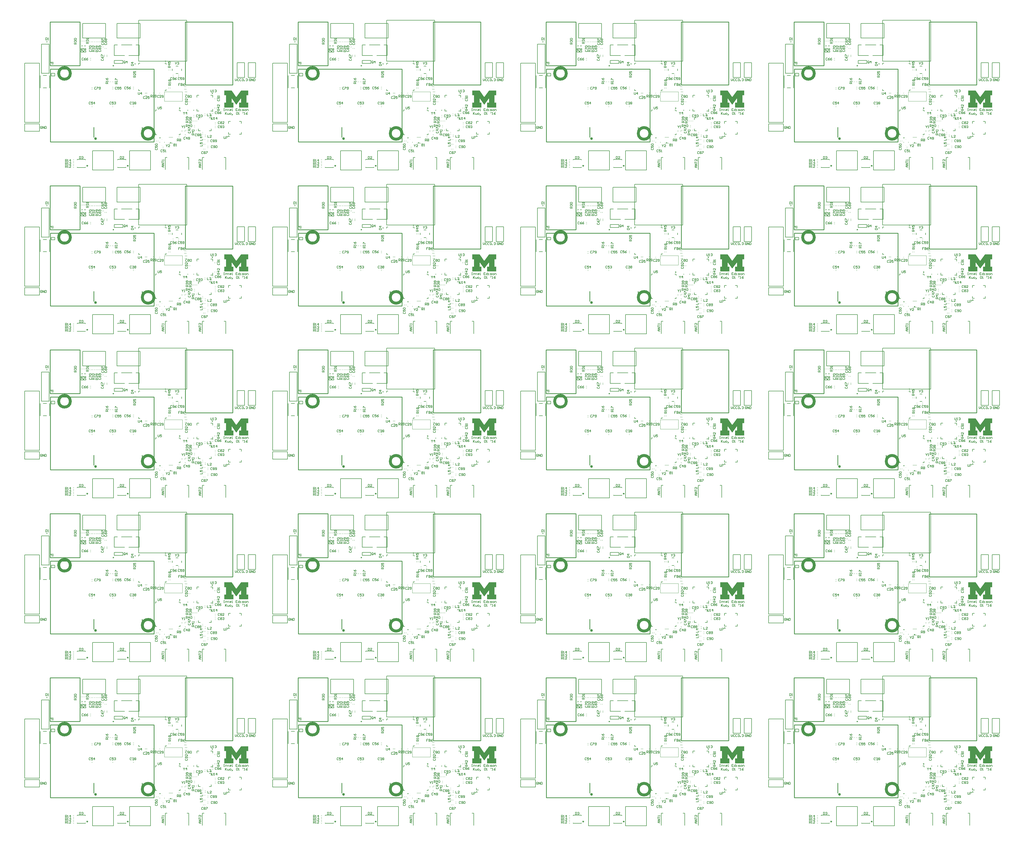
<source format=gto>
G04 Layer_Color=65535*
%FSLAX24Y24*%
%MOIN*%
G70*
G01*
G75*
%ADD49C,0.0100*%
%ADD97C,0.0098*%
%ADD98C,0.0118*%
%ADD99C,0.0394*%
%ADD100C,0.0197*%
%ADD101C,0.0039*%
%ADD102C,0.0079*%
%ADD103C,0.0050*%
%ADD104R,0.0157X0.0118*%
G36*
X42270Y22124D02*
X42020D01*
Y21134D01*
X42270D01*
Y20478D01*
X41041D01*
Y21134D01*
X41291D01*
Y21728D01*
X40671Y20874D01*
X40629D01*
X40020Y21728D01*
Y21134D01*
X40270D01*
Y20478D01*
X39041D01*
Y21134D01*
X39280D01*
Y22124D01*
X39041D01*
Y22780D01*
X40015D01*
X40640Y21916D01*
X40671D01*
X41296Y22780D01*
X42270D01*
Y22124D01*
D02*
G37*
G36*
X75770D02*
X75520D01*
Y21134D01*
X75770D01*
Y20478D01*
X74541D01*
Y21134D01*
X74791D01*
Y21728D01*
X74171Y20874D01*
X74129D01*
X73520Y21728D01*
Y21134D01*
X73770D01*
Y20478D01*
X72541D01*
Y21134D01*
X72780D01*
Y22124D01*
X72541D01*
Y22780D01*
X73515D01*
X74140Y21916D01*
X74171D01*
X74796Y22780D01*
X75770D01*
Y22124D01*
D02*
G37*
G36*
X109270D02*
X109020D01*
Y21134D01*
X109270D01*
Y20478D01*
X108041D01*
Y21134D01*
X108291D01*
Y21728D01*
X107671Y20874D01*
X107629D01*
X107020Y21728D01*
Y21134D01*
X107270D01*
Y20478D01*
X106041D01*
Y21134D01*
X106280D01*
Y22124D01*
X106041D01*
Y22780D01*
X107015D01*
X107640Y21916D01*
X107671D01*
X108296Y22780D01*
X109270D01*
Y22124D01*
D02*
G37*
G36*
X142770D02*
X142520D01*
Y21134D01*
X142770D01*
Y20478D01*
X141541D01*
Y21134D01*
X141791D01*
Y21728D01*
X141171Y20874D01*
X141129D01*
X140520Y21728D01*
Y21134D01*
X140770D01*
Y20478D01*
X139541D01*
Y21134D01*
X139780D01*
Y22124D01*
X139541D01*
Y22780D01*
X140515D01*
X141140Y21916D01*
X141171D01*
X141796Y22780D01*
X142770D01*
Y22124D01*
D02*
G37*
G36*
X42270Y44274D02*
X42020D01*
Y43284D01*
X42270D01*
Y42628D01*
X41041D01*
Y43284D01*
X41291D01*
Y43878D01*
X40671Y43024D01*
X40629D01*
X40020Y43878D01*
Y43284D01*
X40270D01*
Y42628D01*
X39041D01*
Y43284D01*
X39280D01*
Y44274D01*
X39041D01*
Y44930D01*
X40015D01*
X40640Y44065D01*
X40671D01*
X41296Y44930D01*
X42270D01*
Y44274D01*
D02*
G37*
G36*
X75770D02*
X75520D01*
Y43284D01*
X75770D01*
Y42628D01*
X74541D01*
Y43284D01*
X74791D01*
Y43878D01*
X74171Y43024D01*
X74129D01*
X73520Y43878D01*
Y43284D01*
X73770D01*
Y42628D01*
X72541D01*
Y43284D01*
X72780D01*
Y44274D01*
X72541D01*
Y44930D01*
X73515D01*
X74140Y44065D01*
X74171D01*
X74796Y44930D01*
X75770D01*
Y44274D01*
D02*
G37*
G36*
X109270D02*
X109020D01*
Y43284D01*
X109270D01*
Y42628D01*
X108041D01*
Y43284D01*
X108291D01*
Y43878D01*
X107671Y43024D01*
X107629D01*
X107020Y43878D01*
Y43284D01*
X107270D01*
Y42628D01*
X106041D01*
Y43284D01*
X106280D01*
Y44274D01*
X106041D01*
Y44930D01*
X107015D01*
X107640Y44065D01*
X107671D01*
X108296Y44930D01*
X109270D01*
Y44274D01*
D02*
G37*
G36*
X142770D02*
X142520D01*
Y43284D01*
X142770D01*
Y42628D01*
X141541D01*
Y43284D01*
X141791D01*
Y43878D01*
X141171Y43024D01*
X141129D01*
X140520Y43878D01*
Y43284D01*
X140770D01*
Y42628D01*
X139541D01*
Y43284D01*
X139780D01*
Y44274D01*
X139541D01*
Y44930D01*
X140515D01*
X141140Y44065D01*
X141171D01*
X141796Y44930D01*
X142770D01*
Y44274D01*
D02*
G37*
G36*
X42270Y66424D02*
X42020D01*
Y65434D01*
X42270D01*
Y64778D01*
X41041D01*
Y65434D01*
X41291D01*
Y66028D01*
X40671Y65174D01*
X40629D01*
X40020Y66028D01*
Y65434D01*
X40270D01*
Y64778D01*
X39041D01*
Y65434D01*
X39280D01*
Y66424D01*
X39041D01*
Y67080D01*
X40015D01*
X40640Y66216D01*
X40671D01*
X41296Y67080D01*
X42270D01*
Y66424D01*
D02*
G37*
G36*
X75770D02*
X75520D01*
Y65434D01*
X75770D01*
Y64778D01*
X74541D01*
Y65434D01*
X74791D01*
Y66028D01*
X74171Y65174D01*
X74129D01*
X73520Y66028D01*
Y65434D01*
X73770D01*
Y64778D01*
X72541D01*
Y65434D01*
X72780D01*
Y66424D01*
X72541D01*
Y67080D01*
X73515D01*
X74140Y66216D01*
X74171D01*
X74796Y67080D01*
X75770D01*
Y66424D01*
D02*
G37*
G36*
X109270D02*
X109020D01*
Y65434D01*
X109270D01*
Y64778D01*
X108041D01*
Y65434D01*
X108291D01*
Y66028D01*
X107671Y65174D01*
X107629D01*
X107020Y66028D01*
Y65434D01*
X107270D01*
Y64778D01*
X106041D01*
Y65434D01*
X106280D01*
Y66424D01*
X106041D01*
Y67080D01*
X107015D01*
X107640Y66216D01*
X107671D01*
X108296Y67080D01*
X109270D01*
Y66424D01*
D02*
G37*
G36*
X142770D02*
X142520D01*
Y65434D01*
X142770D01*
Y64778D01*
X141541D01*
Y65434D01*
X141791D01*
Y66028D01*
X141171Y65174D01*
X141129D01*
X140520Y66028D01*
Y65434D01*
X140770D01*
Y64778D01*
X139541D01*
Y65434D01*
X139780D01*
Y66424D01*
X139541D01*
Y67080D01*
X140515D01*
X141140Y66216D01*
X141171D01*
X141796Y67080D01*
X142770D01*
Y66424D01*
D02*
G37*
G36*
X42270Y88574D02*
X42020D01*
Y87584D01*
X42270D01*
Y86928D01*
X41041D01*
Y87584D01*
X41291D01*
Y88178D01*
X40671Y87324D01*
X40629D01*
X40020Y88178D01*
Y87584D01*
X40270D01*
Y86928D01*
X39041D01*
Y87584D01*
X39280D01*
Y88574D01*
X39041D01*
Y89230D01*
X40015D01*
X40640Y88365D01*
X40671D01*
X41296Y89230D01*
X42270D01*
Y88574D01*
D02*
G37*
G36*
X75770D02*
X75520D01*
Y87584D01*
X75770D01*
Y86928D01*
X74541D01*
Y87584D01*
X74791D01*
Y88178D01*
X74171Y87324D01*
X74129D01*
X73520Y88178D01*
Y87584D01*
X73770D01*
Y86928D01*
X72541D01*
Y87584D01*
X72780D01*
Y88574D01*
X72541D01*
Y89230D01*
X73515D01*
X74140Y88365D01*
X74171D01*
X74796Y89230D01*
X75770D01*
Y88574D01*
D02*
G37*
G36*
X109270D02*
X109020D01*
Y87584D01*
X109270D01*
Y86928D01*
X108041D01*
Y87584D01*
X108291D01*
Y88178D01*
X107671Y87324D01*
X107629D01*
X107020Y88178D01*
Y87584D01*
X107270D01*
Y86928D01*
X106041D01*
Y87584D01*
X106280D01*
Y88574D01*
X106041D01*
Y89230D01*
X107015D01*
X107640Y88365D01*
X107671D01*
X108296Y89230D01*
X109270D01*
Y88574D01*
D02*
G37*
G36*
X142770D02*
X142520D01*
Y87584D01*
X142770D01*
Y86928D01*
X141541D01*
Y87584D01*
X141791D01*
Y88178D01*
X141171Y87324D01*
X141129D01*
X140520Y88178D01*
Y87584D01*
X140770D01*
Y86928D01*
X139541D01*
Y87584D01*
X139780D01*
Y88574D01*
X139541D01*
Y89230D01*
X140515D01*
X141140Y88365D01*
X141171D01*
X141796Y89230D01*
X142770D01*
Y88574D01*
D02*
G37*
G36*
X42270Y110724D02*
X42020D01*
Y109734D01*
X42270D01*
Y109078D01*
X41041D01*
Y109734D01*
X41291D01*
Y110328D01*
X40671Y109474D01*
X40629D01*
X40020Y110328D01*
Y109734D01*
X40270D01*
Y109078D01*
X39041D01*
Y109734D01*
X39280D01*
Y110724D01*
X39041D01*
Y111380D01*
X40015D01*
X40640Y110515D01*
X40671D01*
X41296Y111380D01*
X42270D01*
Y110724D01*
D02*
G37*
G36*
X75770D02*
X75520D01*
Y109734D01*
X75770D01*
Y109078D01*
X74541D01*
Y109734D01*
X74791D01*
Y110328D01*
X74171Y109474D01*
X74129D01*
X73520Y110328D01*
Y109734D01*
X73770D01*
Y109078D01*
X72541D01*
Y109734D01*
X72780D01*
Y110724D01*
X72541D01*
Y111380D01*
X73515D01*
X74140Y110515D01*
X74171D01*
X74796Y111380D01*
X75770D01*
Y110724D01*
D02*
G37*
G36*
X109270D02*
X109020D01*
Y109734D01*
X109270D01*
Y109078D01*
X108041D01*
Y109734D01*
X108291D01*
Y110328D01*
X107671Y109474D01*
X107629D01*
X107020Y110328D01*
Y109734D01*
X107270D01*
Y109078D01*
X106041D01*
Y109734D01*
X106280D01*
Y110724D01*
X106041D01*
Y111380D01*
X107015D01*
X107640Y110515D01*
X107671D01*
X108296Y111380D01*
X109270D01*
Y110724D01*
D02*
G37*
G36*
X142770D02*
X142520D01*
Y109734D01*
X142770D01*
Y109078D01*
X141541D01*
Y109734D01*
X141791D01*
Y110328D01*
X141171Y109474D01*
X141129D01*
X140520Y110328D01*
Y109734D01*
X140770D01*
Y109078D01*
X139541D01*
Y109734D01*
X139780D01*
Y110724D01*
X139541D01*
Y111380D01*
X140515D01*
X141140Y110515D01*
X141171D01*
X141796Y111380D01*
X142770D01*
Y110724D01*
D02*
G37*
D49*
X30375Y16382D02*
G03*
X30375Y16382I-31J0D01*
G01*
X27918Y16455D02*
Y17793D01*
X21382Y16455D02*
Y17793D01*
X15556Y15825D02*
X29483D01*
X29520D02*
Y25667D01*
X15544D02*
X29520D01*
X15544Y15825D02*
Y25667D01*
X33749Y32022D02*
X40151D01*
Y23522D02*
Y32022D01*
X33749Y23522D02*
X40151D01*
X33749D02*
Y32022D01*
X15488Y27824D02*
Y32037D01*
X19543D01*
Y26131D02*
Y32037D01*
X15488Y26131D02*
X19543D01*
X15488D02*
Y27824D01*
X63875Y16382D02*
G03*
X63875Y16382I-31J0D01*
G01*
X61418Y16455D02*
Y17793D01*
X54882Y16455D02*
Y17793D01*
X49056Y15825D02*
X62983D01*
X63020D02*
Y25667D01*
X49044D02*
X63020D01*
X49044Y15825D02*
Y25667D01*
X67249Y32022D02*
X73651D01*
Y23522D02*
Y32022D01*
X67249Y23522D02*
X73651D01*
X67249D02*
Y32022D01*
X48988Y27824D02*
Y32037D01*
X53043D01*
Y26131D02*
Y32037D01*
X48988Y26131D02*
X53043D01*
X48988D02*
Y27824D01*
X97375Y16382D02*
G03*
X97375Y16382I-31J0D01*
G01*
X94918Y16455D02*
Y17793D01*
X88382Y16455D02*
Y17793D01*
X82556Y15825D02*
X96483D01*
X96520D02*
Y25667D01*
X82544D02*
X96520D01*
X82544Y15825D02*
Y25667D01*
X100749Y32022D02*
X107151D01*
Y23522D02*
Y32022D01*
X100749Y23522D02*
X107151D01*
X100749D02*
Y32022D01*
X82488Y27824D02*
Y32037D01*
X86543D01*
Y26131D02*
Y32037D01*
X82488Y26131D02*
X86543D01*
X82488D02*
Y27824D01*
X130875Y16382D02*
G03*
X130875Y16382I-31J0D01*
G01*
X128418Y16455D02*
Y17793D01*
X121882Y16455D02*
Y17793D01*
X116056Y15825D02*
X129983D01*
X130020D02*
Y25667D01*
X116044D02*
X130020D01*
X116044Y15825D02*
Y25667D01*
X134249Y32022D02*
X140651D01*
Y23522D02*
Y32022D01*
X134249Y23522D02*
X140651D01*
X134249D02*
Y32022D01*
X115988Y27824D02*
Y32037D01*
X120043D01*
Y26131D02*
Y32037D01*
X115988Y26131D02*
X120043D01*
X115988D02*
Y27824D01*
X30375Y38532D02*
G03*
X30375Y38532I-31J0D01*
G01*
X27918Y38605D02*
Y39943D01*
X21382Y38605D02*
Y39943D01*
X15556Y37975D02*
X29483D01*
X29520D02*
Y47817D01*
X15544D02*
X29520D01*
X15544Y37975D02*
Y47817D01*
X33749Y54172D02*
X40151D01*
Y45672D02*
Y54172D01*
X33749Y45672D02*
X40151D01*
X33749D02*
Y54172D01*
X15488Y49974D02*
Y54187D01*
X19543D01*
Y48281D02*
Y54187D01*
X15488Y48281D02*
X19543D01*
X15488D02*
Y49974D01*
X63875Y38532D02*
G03*
X63875Y38532I-31J0D01*
G01*
X61418Y38605D02*
Y39943D01*
X54882Y38605D02*
Y39943D01*
X49056Y37975D02*
X62983D01*
X63020D02*
Y47817D01*
X49044D02*
X63020D01*
X49044Y37975D02*
Y47817D01*
X67249Y54172D02*
X73651D01*
Y45672D02*
Y54172D01*
X67249Y45672D02*
X73651D01*
X67249D02*
Y54172D01*
X48988Y49974D02*
Y54187D01*
X53043D01*
Y48281D02*
Y54187D01*
X48988Y48281D02*
X53043D01*
X48988D02*
Y49974D01*
X97375Y38532D02*
G03*
X97375Y38532I-31J0D01*
G01*
X94918Y38605D02*
Y39943D01*
X88382Y38605D02*
Y39943D01*
X82556Y37975D02*
X96483D01*
X96520D02*
Y47817D01*
X82544D02*
X96520D01*
X82544Y37975D02*
Y47817D01*
X100749Y54172D02*
X107151D01*
Y45672D02*
Y54172D01*
X100749Y45672D02*
X107151D01*
X100749D02*
Y54172D01*
X82488Y49974D02*
Y54187D01*
X86543D01*
Y48281D02*
Y54187D01*
X82488Y48281D02*
X86543D01*
X82488D02*
Y49974D01*
X130875Y38532D02*
G03*
X130875Y38532I-31J0D01*
G01*
X128418Y38605D02*
Y39943D01*
X121882Y38605D02*
Y39943D01*
X116056Y37975D02*
X129983D01*
X130020D02*
Y47817D01*
X116044D02*
X130020D01*
X116044Y37975D02*
Y47817D01*
X134249Y54172D02*
X140651D01*
Y45672D02*
Y54172D01*
X134249Y45672D02*
X140651D01*
X134249D02*
Y54172D01*
X115988Y49974D02*
Y54187D01*
X120043D01*
Y48281D02*
Y54187D01*
X115988Y48281D02*
X120043D01*
X115988D02*
Y49974D01*
X30375Y60682D02*
G03*
X30375Y60682I-31J0D01*
G01*
X27918Y60755D02*
Y62093D01*
X21382Y60755D02*
Y62093D01*
X15556Y60125D02*
X29483D01*
X29520D02*
Y69967D01*
X15544D02*
X29520D01*
X15544Y60125D02*
Y69967D01*
X33749Y76322D02*
X40151D01*
Y67822D02*
Y76322D01*
X33749Y67822D02*
X40151D01*
X33749D02*
Y76322D01*
X15488Y72124D02*
Y76337D01*
X19543D01*
Y70431D02*
Y76337D01*
X15488Y70431D02*
X19543D01*
X15488D02*
Y72124D01*
X63875Y60682D02*
G03*
X63875Y60682I-31J0D01*
G01*
X61418Y60755D02*
Y62093D01*
X54882Y60755D02*
Y62093D01*
X49056Y60125D02*
X62983D01*
X63020D02*
Y69967D01*
X49044D02*
X63020D01*
X49044Y60125D02*
Y69967D01*
X67249Y76322D02*
X73651D01*
Y67822D02*
Y76322D01*
X67249Y67822D02*
X73651D01*
X67249D02*
Y76322D01*
X48988Y72124D02*
Y76337D01*
X53043D01*
Y70431D02*
Y76337D01*
X48988Y70431D02*
X53043D01*
X48988D02*
Y72124D01*
X97375Y60682D02*
G03*
X97375Y60682I-31J0D01*
G01*
X94918Y60755D02*
Y62093D01*
X88382Y60755D02*
Y62093D01*
X82556Y60125D02*
X96483D01*
X96520D02*
Y69967D01*
X82544D02*
X96520D01*
X82544Y60125D02*
Y69967D01*
X100749Y76322D02*
X107151D01*
Y67822D02*
Y76322D01*
X100749Y67822D02*
X107151D01*
X100749D02*
Y76322D01*
X82488Y72124D02*
Y76337D01*
X86543D01*
Y70431D02*
Y76337D01*
X82488Y70431D02*
X86543D01*
X82488D02*
Y72124D01*
X130875Y60682D02*
G03*
X130875Y60682I-31J0D01*
G01*
X128418Y60755D02*
Y62093D01*
X121882Y60755D02*
Y62093D01*
X116056Y60125D02*
X129983D01*
X130020D02*
Y69967D01*
X116044D02*
X130020D01*
X116044Y60125D02*
Y69967D01*
X134249Y76322D02*
X140651D01*
Y67822D02*
Y76322D01*
X134249Y67822D02*
X140651D01*
X134249D02*
Y76322D01*
X115988Y72124D02*
Y76337D01*
X120043D01*
Y70431D02*
Y76337D01*
X115988Y70431D02*
X120043D01*
X115988D02*
Y72124D01*
X30375Y82832D02*
G03*
X30375Y82832I-31J0D01*
G01*
X27918Y82905D02*
Y84243D01*
X21382Y82905D02*
Y84243D01*
X15556Y82275D02*
X29483D01*
X29520D02*
Y92117D01*
X15544D02*
X29520D01*
X15544Y82275D02*
Y92117D01*
X33749Y98472D02*
X40151D01*
Y89972D02*
Y98472D01*
X33749Y89972D02*
X40151D01*
X33749D02*
Y98472D01*
X15488Y94274D02*
Y98487D01*
X19543D01*
Y92581D02*
Y98487D01*
X15488Y92581D02*
X19543D01*
X15488D02*
Y94274D01*
X63875Y82832D02*
G03*
X63875Y82832I-31J0D01*
G01*
X61418Y82905D02*
Y84243D01*
X54882Y82905D02*
Y84243D01*
X49056Y82275D02*
X62983D01*
X63020D02*
Y92117D01*
X49044D02*
X63020D01*
X49044Y82275D02*
Y92117D01*
X67249Y98472D02*
X73651D01*
Y89972D02*
Y98472D01*
X67249Y89972D02*
X73651D01*
X67249D02*
Y98472D01*
X48988Y94274D02*
Y98487D01*
X53043D01*
Y92581D02*
Y98487D01*
X48988Y92581D02*
X53043D01*
X48988D02*
Y94274D01*
X97375Y82832D02*
G03*
X97375Y82832I-31J0D01*
G01*
X94918Y82905D02*
Y84243D01*
X88382Y82905D02*
Y84243D01*
X82556Y82275D02*
X96483D01*
X96520D02*
Y92117D01*
X82544D02*
X96520D01*
X82544Y82275D02*
Y92117D01*
X100749Y98472D02*
X107151D01*
Y89972D02*
Y98472D01*
X100749Y89972D02*
X107151D01*
X100749D02*
Y98472D01*
X82488Y94274D02*
Y98487D01*
X86543D01*
Y92581D02*
Y98487D01*
X82488Y92581D02*
X86543D01*
X82488D02*
Y94274D01*
X130875Y82832D02*
G03*
X130875Y82832I-31J0D01*
G01*
X128418Y82905D02*
Y84243D01*
X121882Y82905D02*
Y84243D01*
X116056Y82275D02*
X129983D01*
X130020D02*
Y92117D01*
X116044D02*
X130020D01*
X116044Y82275D02*
Y92117D01*
X134249Y98472D02*
X140651D01*
Y89972D02*
Y98472D01*
X134249Y89972D02*
X140651D01*
X134249D02*
Y98472D01*
X115988Y94274D02*
Y98487D01*
X120043D01*
Y92581D02*
Y98487D01*
X115988Y92581D02*
X120043D01*
X115988D02*
Y94274D01*
X30375Y104982D02*
G03*
X30375Y104982I-31J0D01*
G01*
X27918Y105055D02*
Y106393D01*
X21382Y105055D02*
Y106393D01*
X15556Y104425D02*
X29483D01*
X29520D02*
Y114267D01*
X15544D02*
X29520D01*
X15544Y104425D02*
Y114267D01*
X33749Y120622D02*
X40151D01*
Y112122D02*
Y120622D01*
X33749Y112122D02*
X40151D01*
X33749D02*
Y120622D01*
X15488Y116424D02*
Y120637D01*
X19543D01*
Y114731D02*
Y120637D01*
X15488Y114731D02*
X19543D01*
X15488D02*
Y116424D01*
X63875Y104982D02*
G03*
X63875Y104982I-31J0D01*
G01*
X61418Y105055D02*
Y106393D01*
X54882Y105055D02*
Y106393D01*
X49056Y104425D02*
X62983D01*
X63020D02*
Y114267D01*
X49044D02*
X63020D01*
X49044Y104425D02*
Y114267D01*
X67249Y120622D02*
X73651D01*
Y112122D02*
Y120622D01*
X67249Y112122D02*
X73651D01*
X67249D02*
Y120622D01*
X48988Y116424D02*
Y120637D01*
X53043D01*
Y114731D02*
Y120637D01*
X48988Y114731D02*
X53043D01*
X48988D02*
Y116424D01*
X97375Y104982D02*
G03*
X97375Y104982I-31J0D01*
G01*
X94918Y105055D02*
Y106393D01*
X88382Y105055D02*
Y106393D01*
X82556Y104425D02*
X96483D01*
X96520D02*
Y114267D01*
X82544D02*
X96520D01*
X82544Y104425D02*
Y114267D01*
X100749Y120622D02*
X107151D01*
Y112122D02*
Y120622D01*
X100749Y112122D02*
X107151D01*
X100749D02*
Y120622D01*
X82488Y116424D02*
Y120637D01*
X86543D01*
Y114731D02*
Y120637D01*
X82488Y114731D02*
X86543D01*
X82488D02*
Y116424D01*
X130875Y104982D02*
G03*
X130875Y104982I-31J0D01*
G01*
X128418Y105055D02*
Y106393D01*
X121882Y105055D02*
Y106393D01*
X116056Y104425D02*
X129983D01*
X130020D02*
Y114267D01*
X116044D02*
X130020D01*
X116044Y104425D02*
Y114267D01*
X134249Y120622D02*
X140651D01*
Y112122D02*
Y120622D01*
X134249Y112122D02*
X140651D01*
X134249D02*
Y120622D01*
X115988Y116424D02*
Y120637D01*
X120043D01*
Y114731D02*
Y120637D01*
X115988Y114731D02*
X120043D01*
X115988D02*
Y116424D01*
D97*
X37266Y19356D02*
G03*
X37266Y19356I-49J0D01*
G01*
X37463Y22403D02*
G03*
X37463Y22403I-49J0D01*
G01*
X39692Y16602D02*
G03*
X39692Y16602I-49J0D01*
G01*
X31141Y26730D02*
G03*
X31141Y26730I-49J0D01*
G01*
X24091Y26122D02*
G03*
X24091Y26122I-49J0D01*
G01*
X33054Y20391D02*
G03*
X33054Y20391I-49J0D01*
G01*
X70766Y19356D02*
G03*
X70766Y19356I-49J0D01*
G01*
X70963Y22403D02*
G03*
X70963Y22403I-49J0D01*
G01*
X73192Y16602D02*
G03*
X73192Y16602I-49J0D01*
G01*
X64641Y26730D02*
G03*
X64641Y26730I-49J0D01*
G01*
X57591Y26122D02*
G03*
X57591Y26122I-49J0D01*
G01*
X66554Y20391D02*
G03*
X66554Y20391I-49J0D01*
G01*
X104266Y19356D02*
G03*
X104266Y19356I-49J0D01*
G01*
X104463Y22403D02*
G03*
X104463Y22403I-49J0D01*
G01*
X106692Y16602D02*
G03*
X106692Y16602I-49J0D01*
G01*
X98141Y26730D02*
G03*
X98141Y26730I-49J0D01*
G01*
X91091Y26122D02*
G03*
X91091Y26122I-49J0D01*
G01*
X100054Y20391D02*
G03*
X100054Y20391I-49J0D01*
G01*
X137766Y19356D02*
G03*
X137766Y19356I-49J0D01*
G01*
X137963Y22403D02*
G03*
X137963Y22403I-49J0D01*
G01*
X140192Y16602D02*
G03*
X140192Y16602I-49J0D01*
G01*
X131641Y26730D02*
G03*
X131641Y26730I-49J0D01*
G01*
X124591Y26122D02*
G03*
X124591Y26122I-49J0D01*
G01*
X133554Y20391D02*
G03*
X133554Y20391I-49J0D01*
G01*
X37266Y41506D02*
G03*
X37266Y41506I-49J0D01*
G01*
X37463Y44553D02*
G03*
X37463Y44553I-49J0D01*
G01*
X39692Y38752D02*
G03*
X39692Y38752I-49J0D01*
G01*
X31141Y48880D02*
G03*
X31141Y48880I-49J0D01*
G01*
X24091Y48272D02*
G03*
X24091Y48272I-49J0D01*
G01*
X33054Y42541D02*
G03*
X33054Y42541I-49J0D01*
G01*
X70766Y41506D02*
G03*
X70766Y41506I-49J0D01*
G01*
X70963Y44553D02*
G03*
X70963Y44553I-49J0D01*
G01*
X73192Y38752D02*
G03*
X73192Y38752I-49J0D01*
G01*
X64641Y48880D02*
G03*
X64641Y48880I-49J0D01*
G01*
X57591Y48272D02*
G03*
X57591Y48272I-49J0D01*
G01*
X66554Y42541D02*
G03*
X66554Y42541I-49J0D01*
G01*
X104266Y41506D02*
G03*
X104266Y41506I-49J0D01*
G01*
X104463Y44553D02*
G03*
X104463Y44553I-49J0D01*
G01*
X106692Y38752D02*
G03*
X106692Y38752I-49J0D01*
G01*
X98141Y48880D02*
G03*
X98141Y48880I-49J0D01*
G01*
X91091Y48272D02*
G03*
X91091Y48272I-49J0D01*
G01*
X100054Y42541D02*
G03*
X100054Y42541I-49J0D01*
G01*
X137766Y41506D02*
G03*
X137766Y41506I-49J0D01*
G01*
X137963Y44553D02*
G03*
X137963Y44553I-49J0D01*
G01*
X140192Y38752D02*
G03*
X140192Y38752I-49J0D01*
G01*
X131641Y48880D02*
G03*
X131641Y48880I-49J0D01*
G01*
X124591Y48272D02*
G03*
X124591Y48272I-49J0D01*
G01*
X133554Y42541D02*
G03*
X133554Y42541I-49J0D01*
G01*
X37266Y63656D02*
G03*
X37266Y63656I-49J0D01*
G01*
X37463Y66703D02*
G03*
X37463Y66703I-49J0D01*
G01*
X39692Y60902D02*
G03*
X39692Y60902I-49J0D01*
G01*
X31141Y71030D02*
G03*
X31141Y71030I-49J0D01*
G01*
X24091Y70422D02*
G03*
X24091Y70422I-49J0D01*
G01*
X33054Y64691D02*
G03*
X33054Y64691I-49J0D01*
G01*
X70766Y63656D02*
G03*
X70766Y63656I-49J0D01*
G01*
X70963Y66703D02*
G03*
X70963Y66703I-49J0D01*
G01*
X73192Y60902D02*
G03*
X73192Y60902I-49J0D01*
G01*
X64641Y71030D02*
G03*
X64641Y71030I-49J0D01*
G01*
X57591Y70422D02*
G03*
X57591Y70422I-49J0D01*
G01*
X66554Y64691D02*
G03*
X66554Y64691I-49J0D01*
G01*
X104266Y63656D02*
G03*
X104266Y63656I-49J0D01*
G01*
X104463Y66703D02*
G03*
X104463Y66703I-49J0D01*
G01*
X106692Y60902D02*
G03*
X106692Y60902I-49J0D01*
G01*
X98141Y71030D02*
G03*
X98141Y71030I-49J0D01*
G01*
X91091Y70422D02*
G03*
X91091Y70422I-49J0D01*
G01*
X100054Y64691D02*
G03*
X100054Y64691I-49J0D01*
G01*
X137766Y63656D02*
G03*
X137766Y63656I-49J0D01*
G01*
X137963Y66703D02*
G03*
X137963Y66703I-49J0D01*
G01*
X140192Y60902D02*
G03*
X140192Y60902I-49J0D01*
G01*
X131641Y71030D02*
G03*
X131641Y71030I-49J0D01*
G01*
X124591Y70422D02*
G03*
X124591Y70422I-49J0D01*
G01*
X133554Y64691D02*
G03*
X133554Y64691I-49J0D01*
G01*
X37266Y85806D02*
G03*
X37266Y85806I-49J0D01*
G01*
X37463Y88853D02*
G03*
X37463Y88853I-49J0D01*
G01*
X39692Y83052D02*
G03*
X39692Y83052I-49J0D01*
G01*
X31141Y93180D02*
G03*
X31141Y93180I-49J0D01*
G01*
X24091Y92572D02*
G03*
X24091Y92572I-49J0D01*
G01*
X33054Y86841D02*
G03*
X33054Y86841I-49J0D01*
G01*
X70766Y85806D02*
G03*
X70766Y85806I-49J0D01*
G01*
X70963Y88853D02*
G03*
X70963Y88853I-49J0D01*
G01*
X73192Y83052D02*
G03*
X73192Y83052I-49J0D01*
G01*
X64641Y93180D02*
G03*
X64641Y93180I-49J0D01*
G01*
X57591Y92572D02*
G03*
X57591Y92572I-49J0D01*
G01*
X66554Y86841D02*
G03*
X66554Y86841I-49J0D01*
G01*
X104266Y85806D02*
G03*
X104266Y85806I-49J0D01*
G01*
X104463Y88853D02*
G03*
X104463Y88853I-49J0D01*
G01*
X106692Y83052D02*
G03*
X106692Y83052I-49J0D01*
G01*
X98141Y93180D02*
G03*
X98141Y93180I-49J0D01*
G01*
X91091Y92572D02*
G03*
X91091Y92572I-49J0D01*
G01*
X100054Y86841D02*
G03*
X100054Y86841I-49J0D01*
G01*
X137766Y85806D02*
G03*
X137766Y85806I-49J0D01*
G01*
X137963Y88853D02*
G03*
X137963Y88853I-49J0D01*
G01*
X140192Y83052D02*
G03*
X140192Y83052I-49J0D01*
G01*
X131641Y93180D02*
G03*
X131641Y93180I-49J0D01*
G01*
X124591Y92572D02*
G03*
X124591Y92572I-49J0D01*
G01*
X133554Y86841D02*
G03*
X133554Y86841I-49J0D01*
G01*
X37266Y107956D02*
G03*
X37266Y107956I-49J0D01*
G01*
X37463Y111003D02*
G03*
X37463Y111003I-49J0D01*
G01*
X39692Y105202D02*
G03*
X39692Y105202I-49J0D01*
G01*
X31141Y115330D02*
G03*
X31141Y115330I-49J0D01*
G01*
X24091Y114722D02*
G03*
X24091Y114722I-49J0D01*
G01*
X33054Y108991D02*
G03*
X33054Y108991I-49J0D01*
G01*
X70766Y107956D02*
G03*
X70766Y107956I-49J0D01*
G01*
X70963Y111003D02*
G03*
X70963Y111003I-49J0D01*
G01*
X73192Y105202D02*
G03*
X73192Y105202I-49J0D01*
G01*
X64641Y115330D02*
G03*
X64641Y115330I-49J0D01*
G01*
X57591Y114722D02*
G03*
X57591Y114722I-49J0D01*
G01*
X66554Y108991D02*
G03*
X66554Y108991I-49J0D01*
G01*
X104266Y107956D02*
G03*
X104266Y107956I-49J0D01*
G01*
X104463Y111003D02*
G03*
X104463Y111003I-49J0D01*
G01*
X106692Y105202D02*
G03*
X106692Y105202I-49J0D01*
G01*
X98141Y115330D02*
G03*
X98141Y115330I-49J0D01*
G01*
X91091Y114722D02*
G03*
X91091Y114722I-49J0D01*
G01*
X100054Y108991D02*
G03*
X100054Y108991I-49J0D01*
G01*
X137766Y107956D02*
G03*
X137766Y107956I-49J0D01*
G01*
X137963Y111003D02*
G03*
X137963Y111003I-49J0D01*
G01*
X140192Y105202D02*
G03*
X140192Y105202I-49J0D01*
G01*
X131641Y115330D02*
G03*
X131641Y115330I-49J0D01*
G01*
X124591Y114722D02*
G03*
X124591Y114722I-49J0D01*
G01*
X133554Y108991D02*
G03*
X133554Y108991I-49J0D01*
G01*
D98*
X26049Y12609D02*
G03*
X26049Y12609I-59J0D01*
G01*
X20576D02*
G03*
X20576Y12609I-59J0D01*
G01*
X59549D02*
G03*
X59549Y12609I-59J0D01*
G01*
X54076D02*
G03*
X54076Y12609I-59J0D01*
G01*
X93049D02*
G03*
X93049Y12609I-59J0D01*
G01*
X87576D02*
G03*
X87576Y12609I-59J0D01*
G01*
X126549D02*
G03*
X126549Y12609I-59J0D01*
G01*
X121076D02*
G03*
X121076Y12609I-59J0D01*
G01*
X26049Y34759D02*
G03*
X26049Y34759I-59J0D01*
G01*
X20576D02*
G03*
X20576Y34759I-59J0D01*
G01*
X59549D02*
G03*
X59549Y34759I-59J0D01*
G01*
X54076D02*
G03*
X54076Y34759I-59J0D01*
G01*
X93049D02*
G03*
X93049Y34759I-59J0D01*
G01*
X87576D02*
G03*
X87576Y34759I-59J0D01*
G01*
X126549D02*
G03*
X126549Y34759I-59J0D01*
G01*
X121076D02*
G03*
X121076Y34759I-59J0D01*
G01*
X26049Y56909D02*
G03*
X26049Y56909I-59J0D01*
G01*
X20576D02*
G03*
X20576Y56909I-59J0D01*
G01*
X59549D02*
G03*
X59549Y56909I-59J0D01*
G01*
X54076D02*
G03*
X54076Y56909I-59J0D01*
G01*
X93049D02*
G03*
X93049Y56909I-59J0D01*
G01*
X87576D02*
G03*
X87576Y56909I-59J0D01*
G01*
X126549D02*
G03*
X126549Y56909I-59J0D01*
G01*
X121076D02*
G03*
X121076Y56909I-59J0D01*
G01*
X26049Y79059D02*
G03*
X26049Y79059I-59J0D01*
G01*
X20576D02*
G03*
X20576Y79059I-59J0D01*
G01*
X59549D02*
G03*
X59549Y79059I-59J0D01*
G01*
X54076D02*
G03*
X54076Y79059I-59J0D01*
G01*
X93049D02*
G03*
X93049Y79059I-59J0D01*
G01*
X87576D02*
G03*
X87576Y79059I-59J0D01*
G01*
X126549D02*
G03*
X126549Y79059I-59J0D01*
G01*
X121076D02*
G03*
X121076Y79059I-59J0D01*
G01*
X26049Y101209D02*
G03*
X26049Y101209I-59J0D01*
G01*
X20576D02*
G03*
X20576Y101209I-59J0D01*
G01*
X59549D02*
G03*
X59549Y101209I-59J0D01*
G01*
X54076D02*
G03*
X54076Y101209I-59J0D01*
G01*
X93049D02*
G03*
X93049Y101209I-59J0D01*
G01*
X87576D02*
G03*
X87576Y101209I-59J0D01*
G01*
X126549D02*
G03*
X126549Y101209I-59J0D01*
G01*
X121076D02*
G03*
X121076Y101209I-59J0D01*
G01*
D99*
X29528Y16978D02*
G03*
X29528Y16978I-787J0D01*
G01*
X18233Y25089D02*
G03*
X18233Y25089I-787J0D01*
G01*
X63028Y16978D02*
G03*
X63028Y16978I-787J0D01*
G01*
X51733Y25089D02*
G03*
X51733Y25089I-787J0D01*
G01*
X96528Y16978D02*
G03*
X96528Y16978I-787J0D01*
G01*
X85233Y25089D02*
G03*
X85233Y25089I-787J0D01*
G01*
X130028Y16978D02*
G03*
X130028Y16978I-787J0D01*
G01*
X118733Y25089D02*
G03*
X118733Y25089I-787J0D01*
G01*
X29528Y39128D02*
G03*
X29528Y39128I-787J0D01*
G01*
X18233Y47239D02*
G03*
X18233Y47239I-787J0D01*
G01*
X63028Y39128D02*
G03*
X63028Y39128I-787J0D01*
G01*
X51733Y47239D02*
G03*
X51733Y47239I-787J0D01*
G01*
X96528Y39128D02*
G03*
X96528Y39128I-787J0D01*
G01*
X85233Y47239D02*
G03*
X85233Y47239I-787J0D01*
G01*
X130028Y39128D02*
G03*
X130028Y39128I-787J0D01*
G01*
X118733Y47239D02*
G03*
X118733Y47239I-787J0D01*
G01*
X29528Y61278D02*
G03*
X29528Y61278I-787J0D01*
G01*
X18233Y69389D02*
G03*
X18233Y69389I-787J0D01*
G01*
X63028Y61278D02*
G03*
X63028Y61278I-787J0D01*
G01*
X51733Y69389D02*
G03*
X51733Y69389I-787J0D01*
G01*
X96528Y61278D02*
G03*
X96528Y61278I-787J0D01*
G01*
X85233Y69389D02*
G03*
X85233Y69389I-787J0D01*
G01*
X130028Y61278D02*
G03*
X130028Y61278I-787J0D01*
G01*
X118733Y69389D02*
G03*
X118733Y69389I-787J0D01*
G01*
X29528Y83428D02*
G03*
X29528Y83428I-787J0D01*
G01*
X18233Y91539D02*
G03*
X18233Y91539I-787J0D01*
G01*
X63028Y83428D02*
G03*
X63028Y83428I-787J0D01*
G01*
X51733Y91539D02*
G03*
X51733Y91539I-787J0D01*
G01*
X96528Y83428D02*
G03*
X96528Y83428I-787J0D01*
G01*
X85233Y91539D02*
G03*
X85233Y91539I-787J0D01*
G01*
X130028Y83428D02*
G03*
X130028Y83428I-787J0D01*
G01*
X118733Y91539D02*
G03*
X118733Y91539I-787J0D01*
G01*
X29528Y105578D02*
G03*
X29528Y105578I-787J0D01*
G01*
X18233Y113689D02*
G03*
X18233Y113689I-787J0D01*
G01*
X63028Y105578D02*
G03*
X63028Y105578I-787J0D01*
G01*
X51733Y113689D02*
G03*
X51733Y113689I-787J0D01*
G01*
X96528Y105578D02*
G03*
X96528Y105578I-787J0D01*
G01*
X85233Y113689D02*
G03*
X85233Y113689I-787J0D01*
G01*
X130028Y105578D02*
G03*
X130028Y105578I-787J0D01*
G01*
X118733Y113689D02*
G03*
X118733Y113689I-787J0D01*
G01*
D100*
X21715Y16278D02*
G03*
X21715Y16278I-77J0D01*
G01*
X55215D02*
G03*
X55215Y16278I-77J0D01*
G01*
X88715D02*
G03*
X88715Y16278I-77J0D01*
G01*
X122215D02*
G03*
X122215Y16278I-77J0D01*
G01*
X21715Y38428D02*
G03*
X21715Y38428I-77J0D01*
G01*
X55215D02*
G03*
X55215Y38428I-77J0D01*
G01*
X88715D02*
G03*
X88715Y38428I-77J0D01*
G01*
X122215D02*
G03*
X122215Y38428I-77J0D01*
G01*
X21715Y60578D02*
G03*
X21715Y60578I-77J0D01*
G01*
X55215D02*
G03*
X55215Y60578I-77J0D01*
G01*
X88715D02*
G03*
X88715Y60578I-77J0D01*
G01*
X122215D02*
G03*
X122215Y60578I-77J0D01*
G01*
X21715Y82728D02*
G03*
X21715Y82728I-77J0D01*
G01*
X55215D02*
G03*
X55215Y82728I-77J0D01*
G01*
X88715D02*
G03*
X88715Y82728I-77J0D01*
G01*
X122215D02*
G03*
X122215Y82728I-77J0D01*
G01*
X21715Y104878D02*
G03*
X21715Y104878I-77J0D01*
G01*
X55215D02*
G03*
X55215Y104878I-77J0D01*
G01*
X88715D02*
G03*
X88715Y104878I-77J0D01*
G01*
X122215D02*
G03*
X122215Y104878I-77J0D01*
G01*
D101*
X20092Y29435D02*
Y29513D01*
X20308Y29435D02*
Y29513D01*
X19692Y29435D02*
Y29513D01*
X19908Y29435D02*
Y29513D01*
X33370Y21344D02*
Y22604D01*
X30930Y21344D02*
X33370D01*
X30930D02*
Y22604D01*
X33370D01*
X31544Y16485D02*
X32056D01*
X31544Y15659D02*
X32056D01*
X22708Y28635D02*
Y28713D01*
X22492Y28635D02*
Y28713D01*
X31708Y25535D02*
Y25613D01*
X31492Y25535D02*
Y25613D01*
X32061Y24666D02*
X32139D01*
X32061Y24882D02*
X32139D01*
X32811D02*
X32889D01*
X32811Y24666D02*
X32889D01*
X30590Y16166D02*
X30610D01*
X30915Y15723D02*
Y15821D01*
X30590Y15378D02*
X30610D01*
X30285Y15723D02*
Y15821D01*
X33697Y17243D02*
Y17401D01*
X33303Y17243D02*
Y17401D01*
X37958Y20385D02*
Y20463D01*
X37742Y20385D02*
Y20463D01*
X35258Y17385D02*
Y17463D01*
X35042Y17385D02*
Y17463D01*
X34961Y18082D02*
X35039D01*
X34961Y17866D02*
X35039D01*
X34908Y18635D02*
Y18713D01*
X34692Y18635D02*
Y18713D01*
X35308Y18635D02*
Y18713D01*
X35092Y18635D02*
Y18713D01*
X21458Y29335D02*
Y29413D01*
X21242Y29335D02*
Y29413D01*
X21908Y29335D02*
Y29413D01*
X21692Y29335D02*
Y29413D01*
X27058Y25685D02*
Y25763D01*
X26842Y25685D02*
Y25763D01*
X29411Y22266D02*
X29489D01*
X29411Y22482D02*
X29489D01*
X31492Y23085D02*
Y23163D01*
X31708Y23085D02*
Y23163D01*
X24158Y23935D02*
Y24013D01*
X23942Y23935D02*
Y24013D01*
X23658Y23935D02*
Y24013D01*
X23442Y23935D02*
Y24013D01*
X18611Y13216D02*
X18689D01*
X18611Y13432D02*
X18689D01*
X18611Y12816D02*
X18689D01*
X18611Y13032D02*
X18689D01*
X18611Y12416D02*
X18689D01*
X18611Y12632D02*
X18689D01*
X32861Y16580D02*
X32939D01*
X32861Y16364D02*
X32939D01*
X36192Y15485D02*
Y15563D01*
X36408Y15485D02*
Y15563D01*
X36192Y16135D02*
Y16213D01*
X36408Y16135D02*
Y16213D01*
X36361Y19416D02*
X36439D01*
X36361Y19632D02*
X36439D01*
X36411Y16566D02*
X36489D01*
X36411Y16782D02*
X36489D01*
X33612Y23301D02*
X33888D01*
X33612Y22957D02*
X33888D01*
X20131Y28873D02*
X20269D01*
X20131D02*
X20200Y28804D01*
X20269Y28873D01*
X20131Y28775D02*
X20269D01*
X19731Y28873D02*
X19869D01*
X19731D02*
X19800Y28804D01*
X19869Y28873D01*
X19731Y28775D02*
X19869D01*
X26881Y26423D02*
X27019D01*
X26881D02*
X26950Y26354D01*
X27019Y26423D01*
X26881Y26325D02*
X27019D01*
X15099Y29305D02*
Y29443D01*
X15030Y29374D02*
X15099Y29443D01*
X15030Y29374D02*
X15099Y29305D01*
X15001D02*
Y29443D01*
X34861Y19432D02*
X34939D01*
X34861Y19216D02*
X34939D01*
X34142Y21235D02*
Y21313D01*
X34358Y21235D02*
Y21313D01*
X37742Y21635D02*
Y21713D01*
X37958Y21635D02*
Y21713D01*
X36761Y15282D02*
X36839D01*
X36761Y15066D02*
X36839D01*
X36761Y16082D02*
X36839D01*
X36761Y15866D02*
X36839D01*
X36061Y16916D02*
X36139D01*
X36061Y17132D02*
X36139D01*
X36408Y14835D02*
Y14913D01*
X36192Y14835D02*
Y14913D01*
X37411Y19932D02*
X37489D01*
X37411Y19716D02*
X37489D01*
X37761Y17982D02*
X37839D01*
X37761Y17766D02*
X37839D01*
X37761Y18482D02*
X37839D01*
X37761Y18266D02*
X37839D01*
X33712Y22601D02*
X33988D01*
X33712Y22257D02*
X33988D01*
X21111Y23182D02*
X21189D01*
X21111Y22966D02*
X21189D01*
X21058Y29335D02*
Y29413D01*
X20842Y29335D02*
Y29413D01*
X22308Y29335D02*
Y29413D01*
X22092Y29335D02*
Y29413D01*
X22892Y28435D02*
Y28513D01*
X23108Y28435D02*
Y28513D01*
X22823Y27336D02*
Y27612D01*
X23167Y27336D02*
Y27612D01*
X20911Y27132D02*
X20989D01*
X20911Y26916D02*
X20989D01*
X26711Y23232D02*
X26789D01*
X26711Y23016D02*
X26789D01*
X23911Y23232D02*
X23989D01*
X23911Y23016D02*
X23989D01*
X21111Y20832D02*
X21189D01*
X21111Y20616D02*
X21189D01*
X23911Y20832D02*
X23989D01*
X23911Y20616D02*
X23989D01*
X30711Y15130D02*
X30789D01*
X30711Y14914D02*
X30789D01*
X29842Y15933D02*
Y16011D01*
X30058Y15933D02*
Y16011D01*
X33711Y16832D02*
X33789D01*
X33711Y16616D02*
X33789D01*
X34058Y17385D02*
Y17463D01*
X33842Y17385D02*
Y17463D01*
X26711Y20832D02*
X26789D01*
X26711Y20616D02*
X26789D01*
X30261Y22216D02*
X30339D01*
X30261Y22432D02*
X30339D01*
X28312Y22451D02*
X28588D01*
X28312Y22107D02*
X28588D01*
X53592Y29435D02*
Y29513D01*
X53808Y29435D02*
Y29513D01*
X53192Y29435D02*
Y29513D01*
X53408Y29435D02*
Y29513D01*
X66870Y21344D02*
Y22604D01*
X64430Y21344D02*
X66870D01*
X64430D02*
Y22604D01*
X66870D01*
X65044Y16485D02*
X65556D01*
X65044Y15659D02*
X65556D01*
X56208Y28635D02*
Y28713D01*
X55992Y28635D02*
Y28713D01*
X65208Y25535D02*
Y25613D01*
X64992Y25535D02*
Y25613D01*
X65561Y24666D02*
X65639D01*
X65561Y24882D02*
X65639D01*
X66311D02*
X66389D01*
X66311Y24666D02*
X66389D01*
X64090Y16166D02*
X64110D01*
X64415Y15723D02*
Y15821D01*
X64090Y15378D02*
X64110D01*
X63785Y15723D02*
Y15821D01*
X67197Y17243D02*
Y17401D01*
X66803Y17243D02*
Y17401D01*
X71458Y20385D02*
Y20463D01*
X71242Y20385D02*
Y20463D01*
X68758Y17385D02*
Y17463D01*
X68542Y17385D02*
Y17463D01*
X68461Y18082D02*
X68539D01*
X68461Y17866D02*
X68539D01*
X68408Y18635D02*
Y18713D01*
X68192Y18635D02*
Y18713D01*
X68808Y18635D02*
Y18713D01*
X68592Y18635D02*
Y18713D01*
X54958Y29335D02*
Y29413D01*
X54742Y29335D02*
Y29413D01*
X55408Y29335D02*
Y29413D01*
X55192Y29335D02*
Y29413D01*
X60558Y25685D02*
Y25763D01*
X60342Y25685D02*
Y25763D01*
X62911Y22266D02*
X62989D01*
X62911Y22482D02*
X62989D01*
X64992Y23085D02*
Y23163D01*
X65208Y23085D02*
Y23163D01*
X57658Y23935D02*
Y24013D01*
X57442Y23935D02*
Y24013D01*
X57158Y23935D02*
Y24013D01*
X56942Y23935D02*
Y24013D01*
X52111Y13216D02*
X52189D01*
X52111Y13432D02*
X52189D01*
X52111Y12816D02*
X52189D01*
X52111Y13032D02*
X52189D01*
X52111Y12416D02*
X52189D01*
X52111Y12632D02*
X52189D01*
X66361Y16580D02*
X66439D01*
X66361Y16364D02*
X66439D01*
X69692Y15485D02*
Y15563D01*
X69908Y15485D02*
Y15563D01*
X69692Y16135D02*
Y16213D01*
X69908Y16135D02*
Y16213D01*
X69861Y19416D02*
X69939D01*
X69861Y19632D02*
X69939D01*
X69911Y16566D02*
X69989D01*
X69911Y16782D02*
X69989D01*
X67112Y23301D02*
X67388D01*
X67112Y22957D02*
X67388D01*
X53631Y28873D02*
X53769D01*
X53631D02*
X53700Y28804D01*
X53769Y28873D01*
X53631Y28775D02*
X53769D01*
X53231Y28873D02*
X53369D01*
X53231D02*
X53300Y28804D01*
X53369Y28873D01*
X53231Y28775D02*
X53369D01*
X60381Y26423D02*
X60519D01*
X60381D02*
X60450Y26354D01*
X60519Y26423D01*
X60381Y26325D02*
X60519D01*
X48599Y29305D02*
Y29443D01*
X48530Y29374D02*
X48599Y29443D01*
X48530Y29374D02*
X48599Y29305D01*
X48501D02*
Y29443D01*
X68361Y19432D02*
X68439D01*
X68361Y19216D02*
X68439D01*
X67642Y21235D02*
Y21313D01*
X67858Y21235D02*
Y21313D01*
X71242Y21635D02*
Y21713D01*
X71458Y21635D02*
Y21713D01*
X70261Y15282D02*
X70339D01*
X70261Y15066D02*
X70339D01*
X70261Y16082D02*
X70339D01*
X70261Y15866D02*
X70339D01*
X69561Y16916D02*
X69639D01*
X69561Y17132D02*
X69639D01*
X69908Y14835D02*
Y14913D01*
X69692Y14835D02*
Y14913D01*
X70911Y19932D02*
X70989D01*
X70911Y19716D02*
X70989D01*
X71261Y17982D02*
X71339D01*
X71261Y17766D02*
X71339D01*
X71261Y18482D02*
X71339D01*
X71261Y18266D02*
X71339D01*
X67212Y22601D02*
X67488D01*
X67212Y22257D02*
X67488D01*
X54611Y23182D02*
X54689D01*
X54611Y22966D02*
X54689D01*
X54558Y29335D02*
Y29413D01*
X54342Y29335D02*
Y29413D01*
X55808Y29335D02*
Y29413D01*
X55592Y29335D02*
Y29413D01*
X56392Y28435D02*
Y28513D01*
X56608Y28435D02*
Y28513D01*
X56323Y27336D02*
Y27612D01*
X56667Y27336D02*
Y27612D01*
X54411Y27132D02*
X54489D01*
X54411Y26916D02*
X54489D01*
X60211Y23232D02*
X60289D01*
X60211Y23016D02*
X60289D01*
X57411Y23232D02*
X57489D01*
X57411Y23016D02*
X57489D01*
X54611Y20832D02*
X54689D01*
X54611Y20616D02*
X54689D01*
X57411Y20832D02*
X57489D01*
X57411Y20616D02*
X57489D01*
X64211Y15130D02*
X64289D01*
X64211Y14914D02*
X64289D01*
X63342Y15933D02*
Y16011D01*
X63558Y15933D02*
Y16011D01*
X67211Y16832D02*
X67289D01*
X67211Y16616D02*
X67289D01*
X67558Y17385D02*
Y17463D01*
X67342Y17385D02*
Y17463D01*
X60211Y20832D02*
X60289D01*
X60211Y20616D02*
X60289D01*
X63761Y22216D02*
X63839D01*
X63761Y22432D02*
X63839D01*
X61812Y22451D02*
X62088D01*
X61812Y22107D02*
X62088D01*
X87092Y29435D02*
Y29513D01*
X87308Y29435D02*
Y29513D01*
X86692Y29435D02*
Y29513D01*
X86908Y29435D02*
Y29513D01*
X100370Y21344D02*
Y22604D01*
X97930Y21344D02*
X100370D01*
X97930D02*
Y22604D01*
X100370D01*
X98544Y16485D02*
X99056D01*
X98544Y15659D02*
X99056D01*
X89708Y28635D02*
Y28713D01*
X89492Y28635D02*
Y28713D01*
X98708Y25535D02*
Y25613D01*
X98492Y25535D02*
Y25613D01*
X99061Y24666D02*
X99139D01*
X99061Y24882D02*
X99139D01*
X99811D02*
X99889D01*
X99811Y24666D02*
X99889D01*
X97590Y16166D02*
X97610D01*
X97915Y15723D02*
Y15821D01*
X97590Y15378D02*
X97610D01*
X97285Y15723D02*
Y15821D01*
X100697Y17243D02*
Y17401D01*
X100303Y17243D02*
Y17401D01*
X104958Y20385D02*
Y20463D01*
X104742Y20385D02*
Y20463D01*
X102258Y17385D02*
Y17463D01*
X102042Y17385D02*
Y17463D01*
X101961Y18082D02*
X102039D01*
X101961Y17866D02*
X102039D01*
X101908Y18635D02*
Y18713D01*
X101692Y18635D02*
Y18713D01*
X102308Y18635D02*
Y18713D01*
X102092Y18635D02*
Y18713D01*
X88458Y29335D02*
Y29413D01*
X88242Y29335D02*
Y29413D01*
X88908Y29335D02*
Y29413D01*
X88692Y29335D02*
Y29413D01*
X94058Y25685D02*
Y25763D01*
X93842Y25685D02*
Y25763D01*
X96411Y22266D02*
X96489D01*
X96411Y22482D02*
X96489D01*
X98492Y23085D02*
Y23163D01*
X98708Y23085D02*
Y23163D01*
X91158Y23935D02*
Y24013D01*
X90942Y23935D02*
Y24013D01*
X90658Y23935D02*
Y24013D01*
X90442Y23935D02*
Y24013D01*
X85611Y13216D02*
X85689D01*
X85611Y13432D02*
X85689D01*
X85611Y12816D02*
X85689D01*
X85611Y13032D02*
X85689D01*
X85611Y12416D02*
X85689D01*
X85611Y12632D02*
X85689D01*
X99861Y16580D02*
X99939D01*
X99861Y16364D02*
X99939D01*
X103192Y15485D02*
Y15563D01*
X103408Y15485D02*
Y15563D01*
X103192Y16135D02*
Y16213D01*
X103408Y16135D02*
Y16213D01*
X103361Y19416D02*
X103439D01*
X103361Y19632D02*
X103439D01*
X103411Y16566D02*
X103489D01*
X103411Y16782D02*
X103489D01*
X100612Y23301D02*
X100888D01*
X100612Y22957D02*
X100888D01*
X87131Y28873D02*
X87269D01*
X87131D02*
X87200Y28804D01*
X87269Y28873D01*
X87131Y28775D02*
X87269D01*
X86731Y28873D02*
X86869D01*
X86731D02*
X86800Y28804D01*
X86869Y28873D01*
X86731Y28775D02*
X86869D01*
X93881Y26423D02*
X94019D01*
X93881D02*
X93950Y26354D01*
X94019Y26423D01*
X93881Y26325D02*
X94019D01*
X82099Y29305D02*
Y29443D01*
X82030Y29374D02*
X82099Y29443D01*
X82030Y29374D02*
X82099Y29305D01*
X82001D02*
Y29443D01*
X101861Y19432D02*
X101939D01*
X101861Y19216D02*
X101939D01*
X101142Y21235D02*
Y21313D01*
X101358Y21235D02*
Y21313D01*
X104742Y21635D02*
Y21713D01*
X104958Y21635D02*
Y21713D01*
X103761Y15282D02*
X103839D01*
X103761Y15066D02*
X103839D01*
X103761Y16082D02*
X103839D01*
X103761Y15866D02*
X103839D01*
X103061Y16916D02*
X103139D01*
X103061Y17132D02*
X103139D01*
X103408Y14835D02*
Y14913D01*
X103192Y14835D02*
Y14913D01*
X104411Y19932D02*
X104489D01*
X104411Y19716D02*
X104489D01*
X104761Y17982D02*
X104839D01*
X104761Y17766D02*
X104839D01*
X104761Y18482D02*
X104839D01*
X104761Y18266D02*
X104839D01*
X100712Y22601D02*
X100988D01*
X100712Y22257D02*
X100988D01*
X88111Y23182D02*
X88189D01*
X88111Y22966D02*
X88189D01*
X88058Y29335D02*
Y29413D01*
X87842Y29335D02*
Y29413D01*
X89308Y29335D02*
Y29413D01*
X89092Y29335D02*
Y29413D01*
X89892Y28435D02*
Y28513D01*
X90108Y28435D02*
Y28513D01*
X89823Y27336D02*
Y27612D01*
X90167Y27336D02*
Y27612D01*
X87911Y27132D02*
X87989D01*
X87911Y26916D02*
X87989D01*
X93711Y23232D02*
X93789D01*
X93711Y23016D02*
X93789D01*
X90911Y23232D02*
X90989D01*
X90911Y23016D02*
X90989D01*
X88111Y20832D02*
X88189D01*
X88111Y20616D02*
X88189D01*
X90911Y20832D02*
X90989D01*
X90911Y20616D02*
X90989D01*
X97711Y15130D02*
X97789D01*
X97711Y14914D02*
X97789D01*
X96842Y15933D02*
Y16011D01*
X97058Y15933D02*
Y16011D01*
X100711Y16832D02*
X100789D01*
X100711Y16616D02*
X100789D01*
X101058Y17385D02*
Y17463D01*
X100842Y17385D02*
Y17463D01*
X93711Y20832D02*
X93789D01*
X93711Y20616D02*
X93789D01*
X97261Y22216D02*
X97339D01*
X97261Y22432D02*
X97339D01*
X95312Y22451D02*
X95588D01*
X95312Y22107D02*
X95588D01*
X120592Y29435D02*
Y29513D01*
X120808Y29435D02*
Y29513D01*
X120192Y29435D02*
Y29513D01*
X120408Y29435D02*
Y29513D01*
X133870Y21344D02*
Y22604D01*
X131430Y21344D02*
X133870D01*
X131430D02*
Y22604D01*
X133870D01*
X132044Y16485D02*
X132556D01*
X132044Y15659D02*
X132556D01*
X123208Y28635D02*
Y28713D01*
X122992Y28635D02*
Y28713D01*
X132208Y25535D02*
Y25613D01*
X131992Y25535D02*
Y25613D01*
X132561Y24666D02*
X132639D01*
X132561Y24882D02*
X132639D01*
X133311D02*
X133389D01*
X133311Y24666D02*
X133389D01*
X131090Y16166D02*
X131110D01*
X131415Y15723D02*
Y15821D01*
X131090Y15378D02*
X131110D01*
X130785Y15723D02*
Y15821D01*
X134197Y17243D02*
Y17401D01*
X133803Y17243D02*
Y17401D01*
X138458Y20385D02*
Y20463D01*
X138242Y20385D02*
Y20463D01*
X135758Y17385D02*
Y17463D01*
X135542Y17385D02*
Y17463D01*
X135461Y18082D02*
X135539D01*
X135461Y17866D02*
X135539D01*
X135408Y18635D02*
Y18713D01*
X135192Y18635D02*
Y18713D01*
X135808Y18635D02*
Y18713D01*
X135592Y18635D02*
Y18713D01*
X121958Y29335D02*
Y29413D01*
X121742Y29335D02*
Y29413D01*
X122408Y29335D02*
Y29413D01*
X122192Y29335D02*
Y29413D01*
X127558Y25685D02*
Y25763D01*
X127342Y25685D02*
Y25763D01*
X129911Y22266D02*
X129989D01*
X129911Y22482D02*
X129989D01*
X131992Y23085D02*
Y23163D01*
X132208Y23085D02*
Y23163D01*
X124658Y23935D02*
Y24013D01*
X124442Y23935D02*
Y24013D01*
X124158Y23935D02*
Y24013D01*
X123942Y23935D02*
Y24013D01*
X119111Y13216D02*
X119189D01*
X119111Y13432D02*
X119189D01*
X119111Y12816D02*
X119189D01*
X119111Y13032D02*
X119189D01*
X119111Y12416D02*
X119189D01*
X119111Y12632D02*
X119189D01*
X133361Y16580D02*
X133439D01*
X133361Y16364D02*
X133439D01*
X136692Y15485D02*
Y15563D01*
X136908Y15485D02*
Y15563D01*
X136692Y16135D02*
Y16213D01*
X136908Y16135D02*
Y16213D01*
X136861Y19416D02*
X136939D01*
X136861Y19632D02*
X136939D01*
X136911Y16566D02*
X136989D01*
X136911Y16782D02*
X136989D01*
X134112Y23301D02*
X134388D01*
X134112Y22957D02*
X134388D01*
X120631Y28873D02*
X120769D01*
X120631D02*
X120700Y28804D01*
X120769Y28873D01*
X120631Y28775D02*
X120769D01*
X120231Y28873D02*
X120369D01*
X120231D02*
X120300Y28804D01*
X120369Y28873D01*
X120231Y28775D02*
X120369D01*
X127381Y26423D02*
X127519D01*
X127381D02*
X127450Y26354D01*
X127519Y26423D01*
X127381Y26325D02*
X127519D01*
X115599Y29305D02*
Y29443D01*
X115530Y29374D02*
X115599Y29443D01*
X115530Y29374D02*
X115599Y29305D01*
X115501D02*
Y29443D01*
X135361Y19432D02*
X135439D01*
X135361Y19216D02*
X135439D01*
X134642Y21235D02*
Y21313D01*
X134858Y21235D02*
Y21313D01*
X138242Y21635D02*
Y21713D01*
X138458Y21635D02*
Y21713D01*
X137261Y15282D02*
X137339D01*
X137261Y15066D02*
X137339D01*
X137261Y16082D02*
X137339D01*
X137261Y15866D02*
X137339D01*
X136561Y16916D02*
X136639D01*
X136561Y17132D02*
X136639D01*
X136908Y14835D02*
Y14913D01*
X136692Y14835D02*
Y14913D01*
X137911Y19932D02*
X137989D01*
X137911Y19716D02*
X137989D01*
X138261Y17982D02*
X138339D01*
X138261Y17766D02*
X138339D01*
X138261Y18482D02*
X138339D01*
X138261Y18266D02*
X138339D01*
X134212Y22601D02*
X134488D01*
X134212Y22257D02*
X134488D01*
X121611Y23182D02*
X121689D01*
X121611Y22966D02*
X121689D01*
X121558Y29335D02*
Y29413D01*
X121342Y29335D02*
Y29413D01*
X122808Y29335D02*
Y29413D01*
X122592Y29335D02*
Y29413D01*
X123392Y28435D02*
Y28513D01*
X123608Y28435D02*
Y28513D01*
X123323Y27336D02*
Y27612D01*
X123667Y27336D02*
Y27612D01*
X121411Y27132D02*
X121489D01*
X121411Y26916D02*
X121489D01*
X127211Y23232D02*
X127289D01*
X127211Y23016D02*
X127289D01*
X124411Y23232D02*
X124489D01*
X124411Y23016D02*
X124489D01*
X121611Y20832D02*
X121689D01*
X121611Y20616D02*
X121689D01*
X124411Y20832D02*
X124489D01*
X124411Y20616D02*
X124489D01*
X131211Y15130D02*
X131289D01*
X131211Y14914D02*
X131289D01*
X130342Y15933D02*
Y16011D01*
X130558Y15933D02*
Y16011D01*
X134211Y16832D02*
X134289D01*
X134211Y16616D02*
X134289D01*
X134558Y17385D02*
Y17463D01*
X134342Y17385D02*
Y17463D01*
X127211Y20832D02*
X127289D01*
X127211Y20616D02*
X127289D01*
X130761Y22216D02*
X130839D01*
X130761Y22432D02*
X130839D01*
X128812Y22451D02*
X129088D01*
X128812Y22107D02*
X129088D01*
X20092Y51585D02*
Y51663D01*
X20308Y51585D02*
Y51663D01*
X19692Y51585D02*
Y51663D01*
X19908Y51585D02*
Y51663D01*
X33370Y43494D02*
Y44754D01*
X30930Y43494D02*
X33370D01*
X30930D02*
Y44754D01*
X33370D01*
X31544Y38635D02*
X32056D01*
X31544Y37809D02*
X32056D01*
X22708Y50785D02*
Y50863D01*
X22492Y50785D02*
Y50863D01*
X31708Y47685D02*
Y47763D01*
X31492Y47685D02*
Y47763D01*
X32061Y46816D02*
X32139D01*
X32061Y47032D02*
X32139D01*
X32811D02*
X32889D01*
X32811Y46816D02*
X32889D01*
X30590Y38316D02*
X30610D01*
X30915Y37873D02*
Y37971D01*
X30590Y37528D02*
X30610D01*
X30285Y37873D02*
Y37971D01*
X33697Y39393D02*
Y39551D01*
X33303Y39393D02*
Y39551D01*
X37958Y42535D02*
Y42613D01*
X37742Y42535D02*
Y42613D01*
X35258Y39535D02*
Y39613D01*
X35042Y39535D02*
Y39613D01*
X34961Y40232D02*
X35039D01*
X34961Y40016D02*
X35039D01*
X34908Y40785D02*
Y40863D01*
X34692Y40785D02*
Y40863D01*
X35308Y40785D02*
Y40863D01*
X35092Y40785D02*
Y40863D01*
X21458Y51485D02*
Y51563D01*
X21242Y51485D02*
Y51563D01*
X21908Y51485D02*
Y51563D01*
X21692Y51485D02*
Y51563D01*
X27058Y47835D02*
Y47913D01*
X26842Y47835D02*
Y47913D01*
X29411Y44416D02*
X29489D01*
X29411Y44632D02*
X29489D01*
X31492Y45235D02*
Y45313D01*
X31708Y45235D02*
Y45313D01*
X24158Y46085D02*
Y46163D01*
X23942Y46085D02*
Y46163D01*
X23658Y46085D02*
Y46163D01*
X23442Y46085D02*
Y46163D01*
X18611Y35366D02*
X18689D01*
X18611Y35582D02*
X18689D01*
X18611Y34966D02*
X18689D01*
X18611Y35182D02*
X18689D01*
X18611Y34566D02*
X18689D01*
X18611Y34782D02*
X18689D01*
X32861Y38730D02*
X32939D01*
X32861Y38514D02*
X32939D01*
X36192Y37635D02*
Y37713D01*
X36408Y37635D02*
Y37713D01*
X36192Y38285D02*
Y38363D01*
X36408Y38285D02*
Y38363D01*
X36361Y41566D02*
X36439D01*
X36361Y41782D02*
X36439D01*
X36411Y38716D02*
X36489D01*
X36411Y38932D02*
X36489D01*
X33612Y45451D02*
X33888D01*
X33612Y45107D02*
X33888D01*
X20131Y51023D02*
X20269D01*
X20131D02*
X20200Y50954D01*
X20269Y51023D01*
X20131Y50925D02*
X20269D01*
X19731Y51023D02*
X19869D01*
X19731D02*
X19800Y50954D01*
X19869Y51023D01*
X19731Y50925D02*
X19869D01*
X26881Y48573D02*
X27019D01*
X26881D02*
X26950Y48504D01*
X27019Y48573D01*
X26881Y48475D02*
X27019D01*
X15099Y51455D02*
Y51593D01*
X15030Y51524D02*
X15099Y51593D01*
X15030Y51524D02*
X15099Y51455D01*
X15001D02*
Y51593D01*
X34861Y41582D02*
X34939D01*
X34861Y41366D02*
X34939D01*
X34142Y43385D02*
Y43463D01*
X34358Y43385D02*
Y43463D01*
X37742Y43785D02*
Y43863D01*
X37958Y43785D02*
Y43863D01*
X36761Y37432D02*
X36839D01*
X36761Y37216D02*
X36839D01*
X36761Y38232D02*
X36839D01*
X36761Y38016D02*
X36839D01*
X36061Y39066D02*
X36139D01*
X36061Y39282D02*
X36139D01*
X36408Y36985D02*
Y37063D01*
X36192Y36985D02*
Y37063D01*
X37411Y42082D02*
X37489D01*
X37411Y41866D02*
X37489D01*
X37761Y40132D02*
X37839D01*
X37761Y39916D02*
X37839D01*
X37761Y40632D02*
X37839D01*
X37761Y40416D02*
X37839D01*
X33712Y44751D02*
X33988D01*
X33712Y44407D02*
X33988D01*
X21111Y45332D02*
X21189D01*
X21111Y45116D02*
X21189D01*
X21058Y51485D02*
Y51563D01*
X20842Y51485D02*
Y51563D01*
X22308Y51485D02*
Y51563D01*
X22092Y51485D02*
Y51563D01*
X22892Y50585D02*
Y50663D01*
X23108Y50585D02*
Y50663D01*
X22823Y49486D02*
Y49762D01*
X23167Y49486D02*
Y49762D01*
X20911Y49282D02*
X20989D01*
X20911Y49066D02*
X20989D01*
X26711Y45382D02*
X26789D01*
X26711Y45166D02*
X26789D01*
X23911Y45382D02*
X23989D01*
X23911Y45166D02*
X23989D01*
X21111Y42982D02*
X21189D01*
X21111Y42766D02*
X21189D01*
X23911Y42982D02*
X23989D01*
X23911Y42766D02*
X23989D01*
X30711Y37280D02*
X30789D01*
X30711Y37064D02*
X30789D01*
X29842Y38083D02*
Y38161D01*
X30058Y38083D02*
Y38161D01*
X33711Y38982D02*
X33789D01*
X33711Y38766D02*
X33789D01*
X34058Y39535D02*
Y39613D01*
X33842Y39535D02*
Y39613D01*
X26711Y42982D02*
X26789D01*
X26711Y42766D02*
X26789D01*
X30261Y44366D02*
X30339D01*
X30261Y44582D02*
X30339D01*
X28312Y44601D02*
X28588D01*
X28312Y44257D02*
X28588D01*
X53592Y51585D02*
Y51663D01*
X53808Y51585D02*
Y51663D01*
X53192Y51585D02*
Y51663D01*
X53408Y51585D02*
Y51663D01*
X66870Y43494D02*
Y44754D01*
X64430Y43494D02*
X66870D01*
X64430D02*
Y44754D01*
X66870D01*
X65044Y38635D02*
X65556D01*
X65044Y37809D02*
X65556D01*
X56208Y50785D02*
Y50863D01*
X55992Y50785D02*
Y50863D01*
X65208Y47685D02*
Y47763D01*
X64992Y47685D02*
Y47763D01*
X65561Y46816D02*
X65639D01*
X65561Y47032D02*
X65639D01*
X66311D02*
X66389D01*
X66311Y46816D02*
X66389D01*
X64090Y38316D02*
X64110D01*
X64415Y37873D02*
Y37971D01*
X64090Y37528D02*
X64110D01*
X63785Y37873D02*
Y37971D01*
X67197Y39393D02*
Y39551D01*
X66803Y39393D02*
Y39551D01*
X71458Y42535D02*
Y42613D01*
X71242Y42535D02*
Y42613D01*
X68758Y39535D02*
Y39613D01*
X68542Y39535D02*
Y39613D01*
X68461Y40232D02*
X68539D01*
X68461Y40016D02*
X68539D01*
X68408Y40785D02*
Y40863D01*
X68192Y40785D02*
Y40863D01*
X68808Y40785D02*
Y40863D01*
X68592Y40785D02*
Y40863D01*
X54958Y51485D02*
Y51563D01*
X54742Y51485D02*
Y51563D01*
X55408Y51485D02*
Y51563D01*
X55192Y51485D02*
Y51563D01*
X60558Y47835D02*
Y47913D01*
X60342Y47835D02*
Y47913D01*
X62911Y44416D02*
X62989D01*
X62911Y44632D02*
X62989D01*
X64992Y45235D02*
Y45313D01*
X65208Y45235D02*
Y45313D01*
X57658Y46085D02*
Y46163D01*
X57442Y46085D02*
Y46163D01*
X57158Y46085D02*
Y46163D01*
X56942Y46085D02*
Y46163D01*
X52111Y35366D02*
X52189D01*
X52111Y35582D02*
X52189D01*
X52111Y34966D02*
X52189D01*
X52111Y35182D02*
X52189D01*
X52111Y34566D02*
X52189D01*
X52111Y34782D02*
X52189D01*
X66361Y38730D02*
X66439D01*
X66361Y38514D02*
X66439D01*
X69692Y37635D02*
Y37713D01*
X69908Y37635D02*
Y37713D01*
X69692Y38285D02*
Y38363D01*
X69908Y38285D02*
Y38363D01*
X69861Y41566D02*
X69939D01*
X69861Y41782D02*
X69939D01*
X69911Y38716D02*
X69989D01*
X69911Y38932D02*
X69989D01*
X67112Y45451D02*
X67388D01*
X67112Y45107D02*
X67388D01*
X53631Y51023D02*
X53769D01*
X53631D02*
X53700Y50954D01*
X53769Y51023D01*
X53631Y50925D02*
X53769D01*
X53231Y51023D02*
X53369D01*
X53231D02*
X53300Y50954D01*
X53369Y51023D01*
X53231Y50925D02*
X53369D01*
X60381Y48573D02*
X60519D01*
X60381D02*
X60450Y48504D01*
X60519Y48573D01*
X60381Y48475D02*
X60519D01*
X48599Y51455D02*
Y51593D01*
X48530Y51524D02*
X48599Y51593D01*
X48530Y51524D02*
X48599Y51455D01*
X48501D02*
Y51593D01*
X68361Y41582D02*
X68439D01*
X68361Y41366D02*
X68439D01*
X67642Y43385D02*
Y43463D01*
X67858Y43385D02*
Y43463D01*
X71242Y43785D02*
Y43863D01*
X71458Y43785D02*
Y43863D01*
X70261Y37432D02*
X70339D01*
X70261Y37216D02*
X70339D01*
X70261Y38232D02*
X70339D01*
X70261Y38016D02*
X70339D01*
X69561Y39066D02*
X69639D01*
X69561Y39282D02*
X69639D01*
X69908Y36985D02*
Y37063D01*
X69692Y36985D02*
Y37063D01*
X70911Y42082D02*
X70989D01*
X70911Y41866D02*
X70989D01*
X71261Y40132D02*
X71339D01*
X71261Y39916D02*
X71339D01*
X71261Y40632D02*
X71339D01*
X71261Y40416D02*
X71339D01*
X67212Y44751D02*
X67488D01*
X67212Y44407D02*
X67488D01*
X54611Y45332D02*
X54689D01*
X54611Y45116D02*
X54689D01*
X54558Y51485D02*
Y51563D01*
X54342Y51485D02*
Y51563D01*
X55808Y51485D02*
Y51563D01*
X55592Y51485D02*
Y51563D01*
X56392Y50585D02*
Y50663D01*
X56608Y50585D02*
Y50663D01*
X56323Y49486D02*
Y49762D01*
X56667Y49486D02*
Y49762D01*
X54411Y49282D02*
X54489D01*
X54411Y49066D02*
X54489D01*
X60211Y45382D02*
X60289D01*
X60211Y45166D02*
X60289D01*
X57411Y45382D02*
X57489D01*
X57411Y45166D02*
X57489D01*
X54611Y42982D02*
X54689D01*
X54611Y42766D02*
X54689D01*
X57411Y42982D02*
X57489D01*
X57411Y42766D02*
X57489D01*
X64211Y37280D02*
X64289D01*
X64211Y37064D02*
X64289D01*
X63342Y38083D02*
Y38161D01*
X63558Y38083D02*
Y38161D01*
X67211Y38982D02*
X67289D01*
X67211Y38766D02*
X67289D01*
X67558Y39535D02*
Y39613D01*
X67342Y39535D02*
Y39613D01*
X60211Y42982D02*
X60289D01*
X60211Y42766D02*
X60289D01*
X63761Y44366D02*
X63839D01*
X63761Y44582D02*
X63839D01*
X61812Y44601D02*
X62088D01*
X61812Y44257D02*
X62088D01*
X87092Y51585D02*
Y51663D01*
X87308Y51585D02*
Y51663D01*
X86692Y51585D02*
Y51663D01*
X86908Y51585D02*
Y51663D01*
X100370Y43494D02*
Y44754D01*
X97930Y43494D02*
X100370D01*
X97930D02*
Y44754D01*
X100370D01*
X98544Y38635D02*
X99056D01*
X98544Y37809D02*
X99056D01*
X89708Y50785D02*
Y50863D01*
X89492Y50785D02*
Y50863D01*
X98708Y47685D02*
Y47763D01*
X98492Y47685D02*
Y47763D01*
X99061Y46816D02*
X99139D01*
X99061Y47032D02*
X99139D01*
X99811D02*
X99889D01*
X99811Y46816D02*
X99889D01*
X97590Y38316D02*
X97610D01*
X97915Y37873D02*
Y37971D01*
X97590Y37528D02*
X97610D01*
X97285Y37873D02*
Y37971D01*
X100697Y39393D02*
Y39551D01*
X100303Y39393D02*
Y39551D01*
X104958Y42535D02*
Y42613D01*
X104742Y42535D02*
Y42613D01*
X102258Y39535D02*
Y39613D01*
X102042Y39535D02*
Y39613D01*
X101961Y40232D02*
X102039D01*
X101961Y40016D02*
X102039D01*
X101908Y40785D02*
Y40863D01*
X101692Y40785D02*
Y40863D01*
X102308Y40785D02*
Y40863D01*
X102092Y40785D02*
Y40863D01*
X88458Y51485D02*
Y51563D01*
X88242Y51485D02*
Y51563D01*
X88908Y51485D02*
Y51563D01*
X88692Y51485D02*
Y51563D01*
X94058Y47835D02*
Y47913D01*
X93842Y47835D02*
Y47913D01*
X96411Y44416D02*
X96489D01*
X96411Y44632D02*
X96489D01*
X98492Y45235D02*
Y45313D01*
X98708Y45235D02*
Y45313D01*
X91158Y46085D02*
Y46163D01*
X90942Y46085D02*
Y46163D01*
X90658Y46085D02*
Y46163D01*
X90442Y46085D02*
Y46163D01*
X85611Y35366D02*
X85689D01*
X85611Y35582D02*
X85689D01*
X85611Y34966D02*
X85689D01*
X85611Y35182D02*
X85689D01*
X85611Y34566D02*
X85689D01*
X85611Y34782D02*
X85689D01*
X99861Y38730D02*
X99939D01*
X99861Y38514D02*
X99939D01*
X103192Y37635D02*
Y37713D01*
X103408Y37635D02*
Y37713D01*
X103192Y38285D02*
Y38363D01*
X103408Y38285D02*
Y38363D01*
X103361Y41566D02*
X103439D01*
X103361Y41782D02*
X103439D01*
X103411Y38716D02*
X103489D01*
X103411Y38932D02*
X103489D01*
X100612Y45451D02*
X100888D01*
X100612Y45107D02*
X100888D01*
X87131Y51023D02*
X87269D01*
X87131D02*
X87200Y50954D01*
X87269Y51023D01*
X87131Y50925D02*
X87269D01*
X86731Y51023D02*
X86869D01*
X86731D02*
X86800Y50954D01*
X86869Y51023D01*
X86731Y50925D02*
X86869D01*
X93881Y48573D02*
X94019D01*
X93881D02*
X93950Y48504D01*
X94019Y48573D01*
X93881Y48475D02*
X94019D01*
X82099Y51455D02*
Y51593D01*
X82030Y51524D02*
X82099Y51593D01*
X82030Y51524D02*
X82099Y51455D01*
X82001D02*
Y51593D01*
X101861Y41582D02*
X101939D01*
X101861Y41366D02*
X101939D01*
X101142Y43385D02*
Y43463D01*
X101358Y43385D02*
Y43463D01*
X104742Y43785D02*
Y43863D01*
X104958Y43785D02*
Y43863D01*
X103761Y37432D02*
X103839D01*
X103761Y37216D02*
X103839D01*
X103761Y38232D02*
X103839D01*
X103761Y38016D02*
X103839D01*
X103061Y39066D02*
X103139D01*
X103061Y39282D02*
X103139D01*
X103408Y36985D02*
Y37063D01*
X103192Y36985D02*
Y37063D01*
X104411Y42082D02*
X104489D01*
X104411Y41866D02*
X104489D01*
X104761Y40132D02*
X104839D01*
X104761Y39916D02*
X104839D01*
X104761Y40632D02*
X104839D01*
X104761Y40416D02*
X104839D01*
X100712Y44751D02*
X100988D01*
X100712Y44407D02*
X100988D01*
X88111Y45332D02*
X88189D01*
X88111Y45116D02*
X88189D01*
X88058Y51485D02*
Y51563D01*
X87842Y51485D02*
Y51563D01*
X89308Y51485D02*
Y51563D01*
X89092Y51485D02*
Y51563D01*
X89892Y50585D02*
Y50663D01*
X90108Y50585D02*
Y50663D01*
X89823Y49486D02*
Y49762D01*
X90167Y49486D02*
Y49762D01*
X87911Y49282D02*
X87989D01*
X87911Y49066D02*
X87989D01*
X93711Y45382D02*
X93789D01*
X93711Y45166D02*
X93789D01*
X90911Y45382D02*
X90989D01*
X90911Y45166D02*
X90989D01*
X88111Y42982D02*
X88189D01*
X88111Y42766D02*
X88189D01*
X90911Y42982D02*
X90989D01*
X90911Y42766D02*
X90989D01*
X97711Y37280D02*
X97789D01*
X97711Y37064D02*
X97789D01*
X96842Y38083D02*
Y38161D01*
X97058Y38083D02*
Y38161D01*
X100711Y38982D02*
X100789D01*
X100711Y38766D02*
X100789D01*
X101058Y39535D02*
Y39613D01*
X100842Y39535D02*
Y39613D01*
X93711Y42982D02*
X93789D01*
X93711Y42766D02*
X93789D01*
X97261Y44366D02*
X97339D01*
X97261Y44582D02*
X97339D01*
X95312Y44601D02*
X95588D01*
X95312Y44257D02*
X95588D01*
X120592Y51585D02*
Y51663D01*
X120808Y51585D02*
Y51663D01*
X120192Y51585D02*
Y51663D01*
X120408Y51585D02*
Y51663D01*
X133870Y43494D02*
Y44754D01*
X131430Y43494D02*
X133870D01*
X131430D02*
Y44754D01*
X133870D01*
X132044Y38635D02*
X132556D01*
X132044Y37809D02*
X132556D01*
X123208Y50785D02*
Y50863D01*
X122992Y50785D02*
Y50863D01*
X132208Y47685D02*
Y47763D01*
X131992Y47685D02*
Y47763D01*
X132561Y46816D02*
X132639D01*
X132561Y47032D02*
X132639D01*
X133311D02*
X133389D01*
X133311Y46816D02*
X133389D01*
X131090Y38316D02*
X131110D01*
X131415Y37873D02*
Y37971D01*
X131090Y37528D02*
X131110D01*
X130785Y37873D02*
Y37971D01*
X134197Y39393D02*
Y39551D01*
X133803Y39393D02*
Y39551D01*
X138458Y42535D02*
Y42613D01*
X138242Y42535D02*
Y42613D01*
X135758Y39535D02*
Y39613D01*
X135542Y39535D02*
Y39613D01*
X135461Y40232D02*
X135539D01*
X135461Y40016D02*
X135539D01*
X135408Y40785D02*
Y40863D01*
X135192Y40785D02*
Y40863D01*
X135808Y40785D02*
Y40863D01*
X135592Y40785D02*
Y40863D01*
X121958Y51485D02*
Y51563D01*
X121742Y51485D02*
Y51563D01*
X122408Y51485D02*
Y51563D01*
X122192Y51485D02*
Y51563D01*
X127558Y47835D02*
Y47913D01*
X127342Y47835D02*
Y47913D01*
X129911Y44416D02*
X129989D01*
X129911Y44632D02*
X129989D01*
X131992Y45235D02*
Y45313D01*
X132208Y45235D02*
Y45313D01*
X124658Y46085D02*
Y46163D01*
X124442Y46085D02*
Y46163D01*
X124158Y46085D02*
Y46163D01*
X123942Y46085D02*
Y46163D01*
X119111Y35366D02*
X119189D01*
X119111Y35582D02*
X119189D01*
X119111Y34966D02*
X119189D01*
X119111Y35182D02*
X119189D01*
X119111Y34566D02*
X119189D01*
X119111Y34782D02*
X119189D01*
X133361Y38730D02*
X133439D01*
X133361Y38514D02*
X133439D01*
X136692Y37635D02*
Y37713D01*
X136908Y37635D02*
Y37713D01*
X136692Y38285D02*
Y38363D01*
X136908Y38285D02*
Y38363D01*
X136861Y41566D02*
X136939D01*
X136861Y41782D02*
X136939D01*
X136911Y38716D02*
X136989D01*
X136911Y38932D02*
X136989D01*
X134112Y45451D02*
X134388D01*
X134112Y45107D02*
X134388D01*
X120631Y51023D02*
X120769D01*
X120631D02*
X120700Y50954D01*
X120769Y51023D01*
X120631Y50925D02*
X120769D01*
X120231Y51023D02*
X120369D01*
X120231D02*
X120300Y50954D01*
X120369Y51023D01*
X120231Y50925D02*
X120369D01*
X127381Y48573D02*
X127519D01*
X127381D02*
X127450Y48504D01*
X127519Y48573D01*
X127381Y48475D02*
X127519D01*
X115599Y51455D02*
Y51593D01*
X115530Y51524D02*
X115599Y51593D01*
X115530Y51524D02*
X115599Y51455D01*
X115501D02*
Y51593D01*
X135361Y41582D02*
X135439D01*
X135361Y41366D02*
X135439D01*
X134642Y43385D02*
Y43463D01*
X134858Y43385D02*
Y43463D01*
X138242Y43785D02*
Y43863D01*
X138458Y43785D02*
Y43863D01*
X137261Y37432D02*
X137339D01*
X137261Y37216D02*
X137339D01*
X137261Y38232D02*
X137339D01*
X137261Y38016D02*
X137339D01*
X136561Y39066D02*
X136639D01*
X136561Y39282D02*
X136639D01*
X136908Y36985D02*
Y37063D01*
X136692Y36985D02*
Y37063D01*
X137911Y42082D02*
X137989D01*
X137911Y41866D02*
X137989D01*
X138261Y40132D02*
X138339D01*
X138261Y39916D02*
X138339D01*
X138261Y40632D02*
X138339D01*
X138261Y40416D02*
X138339D01*
X134212Y44751D02*
X134488D01*
X134212Y44407D02*
X134488D01*
X121611Y45332D02*
X121689D01*
X121611Y45116D02*
X121689D01*
X121558Y51485D02*
Y51563D01*
X121342Y51485D02*
Y51563D01*
X122808Y51485D02*
Y51563D01*
X122592Y51485D02*
Y51563D01*
X123392Y50585D02*
Y50663D01*
X123608Y50585D02*
Y50663D01*
X123323Y49486D02*
Y49762D01*
X123667Y49486D02*
Y49762D01*
X121411Y49282D02*
X121489D01*
X121411Y49066D02*
X121489D01*
X127211Y45382D02*
X127289D01*
X127211Y45166D02*
X127289D01*
X124411Y45382D02*
X124489D01*
X124411Y45166D02*
X124489D01*
X121611Y42982D02*
X121689D01*
X121611Y42766D02*
X121689D01*
X124411Y42982D02*
X124489D01*
X124411Y42766D02*
X124489D01*
X131211Y37280D02*
X131289D01*
X131211Y37064D02*
X131289D01*
X130342Y38083D02*
Y38161D01*
X130558Y38083D02*
Y38161D01*
X134211Y38982D02*
X134289D01*
X134211Y38766D02*
X134289D01*
X134558Y39535D02*
Y39613D01*
X134342Y39535D02*
Y39613D01*
X127211Y42982D02*
X127289D01*
X127211Y42766D02*
X127289D01*
X130761Y44366D02*
X130839D01*
X130761Y44582D02*
X130839D01*
X128812Y44601D02*
X129088D01*
X128812Y44257D02*
X129088D01*
X20092Y73735D02*
Y73813D01*
X20308Y73735D02*
Y73813D01*
X19692Y73735D02*
Y73813D01*
X19908Y73735D02*
Y73813D01*
X33370Y65644D02*
Y66904D01*
X30930Y65644D02*
X33370D01*
X30930D02*
Y66904D01*
X33370D01*
X31544Y60785D02*
X32056D01*
X31544Y59959D02*
X32056D01*
X22708Y72935D02*
Y73013D01*
X22492Y72935D02*
Y73013D01*
X31708Y69835D02*
Y69913D01*
X31492Y69835D02*
Y69913D01*
X32061Y68966D02*
X32139D01*
X32061Y69182D02*
X32139D01*
X32811D02*
X32889D01*
X32811Y68966D02*
X32889D01*
X30590Y60466D02*
X30610D01*
X30915Y60023D02*
Y60121D01*
X30590Y59678D02*
X30610D01*
X30285Y60023D02*
Y60121D01*
X33697Y61543D02*
Y61701D01*
X33303Y61543D02*
Y61701D01*
X37958Y64685D02*
Y64763D01*
X37742Y64685D02*
Y64763D01*
X35258Y61685D02*
Y61763D01*
X35042Y61685D02*
Y61763D01*
X34961Y62382D02*
X35039D01*
X34961Y62166D02*
X35039D01*
X34908Y62935D02*
Y63013D01*
X34692Y62935D02*
Y63013D01*
X35308Y62935D02*
Y63013D01*
X35092Y62935D02*
Y63013D01*
X21458Y73635D02*
Y73713D01*
X21242Y73635D02*
Y73713D01*
X21908Y73635D02*
Y73713D01*
X21692Y73635D02*
Y73713D01*
X27058Y69985D02*
Y70063D01*
X26842Y69985D02*
Y70063D01*
X29411Y66566D02*
X29489D01*
X29411Y66782D02*
X29489D01*
X31492Y67385D02*
Y67463D01*
X31708Y67385D02*
Y67463D01*
X24158Y68235D02*
Y68313D01*
X23942Y68235D02*
Y68313D01*
X23658Y68235D02*
Y68313D01*
X23442Y68235D02*
Y68313D01*
X18611Y57516D02*
X18689D01*
X18611Y57732D02*
X18689D01*
X18611Y57116D02*
X18689D01*
X18611Y57332D02*
X18689D01*
X18611Y56716D02*
X18689D01*
X18611Y56932D02*
X18689D01*
X32861Y60880D02*
X32939D01*
X32861Y60664D02*
X32939D01*
X36192Y59785D02*
Y59863D01*
X36408Y59785D02*
Y59863D01*
X36192Y60435D02*
Y60513D01*
X36408Y60435D02*
Y60513D01*
X36361Y63716D02*
X36439D01*
X36361Y63932D02*
X36439D01*
X36411Y60866D02*
X36489D01*
X36411Y61082D02*
X36489D01*
X33612Y67601D02*
X33888D01*
X33612Y67257D02*
X33888D01*
X20131Y73173D02*
X20269D01*
X20131D02*
X20200Y73104D01*
X20269Y73173D01*
X20131Y73075D02*
X20269D01*
X19731Y73173D02*
X19869D01*
X19731D02*
X19800Y73104D01*
X19869Y73173D01*
X19731Y73075D02*
X19869D01*
X26881Y70723D02*
X27019D01*
X26881D02*
X26950Y70654D01*
X27019Y70723D01*
X26881Y70625D02*
X27019D01*
X15099Y73605D02*
Y73743D01*
X15030Y73674D02*
X15099Y73743D01*
X15030Y73674D02*
X15099Y73605D01*
X15001D02*
Y73743D01*
X34861Y63732D02*
X34939D01*
X34861Y63516D02*
X34939D01*
X34142Y65535D02*
Y65613D01*
X34358Y65535D02*
Y65613D01*
X37742Y65935D02*
Y66013D01*
X37958Y65935D02*
Y66013D01*
X36761Y59582D02*
X36839D01*
X36761Y59366D02*
X36839D01*
X36761Y60382D02*
X36839D01*
X36761Y60166D02*
X36839D01*
X36061Y61216D02*
X36139D01*
X36061Y61432D02*
X36139D01*
X36408Y59135D02*
Y59213D01*
X36192Y59135D02*
Y59213D01*
X37411Y64232D02*
X37489D01*
X37411Y64016D02*
X37489D01*
X37761Y62282D02*
X37839D01*
X37761Y62066D02*
X37839D01*
X37761Y62782D02*
X37839D01*
X37761Y62566D02*
X37839D01*
X33712Y66901D02*
X33988D01*
X33712Y66557D02*
X33988D01*
X21111Y67482D02*
X21189D01*
X21111Y67266D02*
X21189D01*
X21058Y73635D02*
Y73713D01*
X20842Y73635D02*
Y73713D01*
X22308Y73635D02*
Y73713D01*
X22092Y73635D02*
Y73713D01*
X22892Y72735D02*
Y72813D01*
X23108Y72735D02*
Y72813D01*
X22823Y71636D02*
Y71912D01*
X23167Y71636D02*
Y71912D01*
X20911Y71432D02*
X20989D01*
X20911Y71216D02*
X20989D01*
X26711Y67532D02*
X26789D01*
X26711Y67316D02*
X26789D01*
X23911Y67532D02*
X23989D01*
X23911Y67316D02*
X23989D01*
X21111Y65132D02*
X21189D01*
X21111Y64916D02*
X21189D01*
X23911Y65132D02*
X23989D01*
X23911Y64916D02*
X23989D01*
X30711Y59430D02*
X30789D01*
X30711Y59214D02*
X30789D01*
X29842Y60233D02*
Y60311D01*
X30058Y60233D02*
Y60311D01*
X33711Y61132D02*
X33789D01*
X33711Y60916D02*
X33789D01*
X34058Y61685D02*
Y61763D01*
X33842Y61685D02*
Y61763D01*
X26711Y65132D02*
X26789D01*
X26711Y64916D02*
X26789D01*
X30261Y66516D02*
X30339D01*
X30261Y66732D02*
X30339D01*
X28312Y66751D02*
X28588D01*
X28312Y66407D02*
X28588D01*
X53592Y73735D02*
Y73813D01*
X53808Y73735D02*
Y73813D01*
X53192Y73735D02*
Y73813D01*
X53408Y73735D02*
Y73813D01*
X66870Y65644D02*
Y66904D01*
X64430Y65644D02*
X66870D01*
X64430D02*
Y66904D01*
X66870D01*
X65044Y60785D02*
X65556D01*
X65044Y59959D02*
X65556D01*
X56208Y72935D02*
Y73013D01*
X55992Y72935D02*
Y73013D01*
X65208Y69835D02*
Y69913D01*
X64992Y69835D02*
Y69913D01*
X65561Y68966D02*
X65639D01*
X65561Y69182D02*
X65639D01*
X66311D02*
X66389D01*
X66311Y68966D02*
X66389D01*
X64090Y60466D02*
X64110D01*
X64415Y60023D02*
Y60121D01*
X64090Y59678D02*
X64110D01*
X63785Y60023D02*
Y60121D01*
X67197Y61543D02*
Y61701D01*
X66803Y61543D02*
Y61701D01*
X71458Y64685D02*
Y64763D01*
X71242Y64685D02*
Y64763D01*
X68758Y61685D02*
Y61763D01*
X68542Y61685D02*
Y61763D01*
X68461Y62382D02*
X68539D01*
X68461Y62166D02*
X68539D01*
X68408Y62935D02*
Y63013D01*
X68192Y62935D02*
Y63013D01*
X68808Y62935D02*
Y63013D01*
X68592Y62935D02*
Y63013D01*
X54958Y73635D02*
Y73713D01*
X54742Y73635D02*
Y73713D01*
X55408Y73635D02*
Y73713D01*
X55192Y73635D02*
Y73713D01*
X60558Y69985D02*
Y70063D01*
X60342Y69985D02*
Y70063D01*
X62911Y66566D02*
X62989D01*
X62911Y66782D02*
X62989D01*
X64992Y67385D02*
Y67463D01*
X65208Y67385D02*
Y67463D01*
X57658Y68235D02*
Y68313D01*
X57442Y68235D02*
Y68313D01*
X57158Y68235D02*
Y68313D01*
X56942Y68235D02*
Y68313D01*
X52111Y57516D02*
X52189D01*
X52111Y57732D02*
X52189D01*
X52111Y57116D02*
X52189D01*
X52111Y57332D02*
X52189D01*
X52111Y56716D02*
X52189D01*
X52111Y56932D02*
X52189D01*
X66361Y60880D02*
X66439D01*
X66361Y60664D02*
X66439D01*
X69692Y59785D02*
Y59863D01*
X69908Y59785D02*
Y59863D01*
X69692Y60435D02*
Y60513D01*
X69908Y60435D02*
Y60513D01*
X69861Y63716D02*
X69939D01*
X69861Y63932D02*
X69939D01*
X69911Y60866D02*
X69989D01*
X69911Y61082D02*
X69989D01*
X67112Y67601D02*
X67388D01*
X67112Y67257D02*
X67388D01*
X53631Y73173D02*
X53769D01*
X53631D02*
X53700Y73104D01*
X53769Y73173D01*
X53631Y73075D02*
X53769D01*
X53231Y73173D02*
X53369D01*
X53231D02*
X53300Y73104D01*
X53369Y73173D01*
X53231Y73075D02*
X53369D01*
X60381Y70723D02*
X60519D01*
X60381D02*
X60450Y70654D01*
X60519Y70723D01*
X60381Y70625D02*
X60519D01*
X48599Y73605D02*
Y73743D01*
X48530Y73674D02*
X48599Y73743D01*
X48530Y73674D02*
X48599Y73605D01*
X48501D02*
Y73743D01*
X68361Y63732D02*
X68439D01*
X68361Y63516D02*
X68439D01*
X67642Y65535D02*
Y65613D01*
X67858Y65535D02*
Y65613D01*
X71242Y65935D02*
Y66013D01*
X71458Y65935D02*
Y66013D01*
X70261Y59582D02*
X70339D01*
X70261Y59366D02*
X70339D01*
X70261Y60382D02*
X70339D01*
X70261Y60166D02*
X70339D01*
X69561Y61216D02*
X69639D01*
X69561Y61432D02*
X69639D01*
X69908Y59135D02*
Y59213D01*
X69692Y59135D02*
Y59213D01*
X70911Y64232D02*
X70989D01*
X70911Y64016D02*
X70989D01*
X71261Y62282D02*
X71339D01*
X71261Y62066D02*
X71339D01*
X71261Y62782D02*
X71339D01*
X71261Y62566D02*
X71339D01*
X67212Y66901D02*
X67488D01*
X67212Y66557D02*
X67488D01*
X54611Y67482D02*
X54689D01*
X54611Y67266D02*
X54689D01*
X54558Y73635D02*
Y73713D01*
X54342Y73635D02*
Y73713D01*
X55808Y73635D02*
Y73713D01*
X55592Y73635D02*
Y73713D01*
X56392Y72735D02*
Y72813D01*
X56608Y72735D02*
Y72813D01*
X56323Y71636D02*
Y71912D01*
X56667Y71636D02*
Y71912D01*
X54411Y71432D02*
X54489D01*
X54411Y71216D02*
X54489D01*
X60211Y67532D02*
X60289D01*
X60211Y67316D02*
X60289D01*
X57411Y67532D02*
X57489D01*
X57411Y67316D02*
X57489D01*
X54611Y65132D02*
X54689D01*
X54611Y64916D02*
X54689D01*
X57411Y65132D02*
X57489D01*
X57411Y64916D02*
X57489D01*
X64211Y59430D02*
X64289D01*
X64211Y59214D02*
X64289D01*
X63342Y60233D02*
Y60311D01*
X63558Y60233D02*
Y60311D01*
X67211Y61132D02*
X67289D01*
X67211Y60916D02*
X67289D01*
X67558Y61685D02*
Y61763D01*
X67342Y61685D02*
Y61763D01*
X60211Y65132D02*
X60289D01*
X60211Y64916D02*
X60289D01*
X63761Y66516D02*
X63839D01*
X63761Y66732D02*
X63839D01*
X61812Y66751D02*
X62088D01*
X61812Y66407D02*
X62088D01*
X87092Y73735D02*
Y73813D01*
X87308Y73735D02*
Y73813D01*
X86692Y73735D02*
Y73813D01*
X86908Y73735D02*
Y73813D01*
X100370Y65644D02*
Y66904D01*
X97930Y65644D02*
X100370D01*
X97930D02*
Y66904D01*
X100370D01*
X98544Y60785D02*
X99056D01*
X98544Y59959D02*
X99056D01*
X89708Y72935D02*
Y73013D01*
X89492Y72935D02*
Y73013D01*
X98708Y69835D02*
Y69913D01*
X98492Y69835D02*
Y69913D01*
X99061Y68966D02*
X99139D01*
X99061Y69182D02*
X99139D01*
X99811D02*
X99889D01*
X99811Y68966D02*
X99889D01*
X97590Y60466D02*
X97610D01*
X97915Y60023D02*
Y60121D01*
X97590Y59678D02*
X97610D01*
X97285Y60023D02*
Y60121D01*
X100697Y61543D02*
Y61701D01*
X100303Y61543D02*
Y61701D01*
X104958Y64685D02*
Y64763D01*
X104742Y64685D02*
Y64763D01*
X102258Y61685D02*
Y61763D01*
X102042Y61685D02*
Y61763D01*
X101961Y62382D02*
X102039D01*
X101961Y62166D02*
X102039D01*
X101908Y62935D02*
Y63013D01*
X101692Y62935D02*
Y63013D01*
X102308Y62935D02*
Y63013D01*
X102092Y62935D02*
Y63013D01*
X88458Y73635D02*
Y73713D01*
X88242Y73635D02*
Y73713D01*
X88908Y73635D02*
Y73713D01*
X88692Y73635D02*
Y73713D01*
X94058Y69985D02*
Y70063D01*
X93842Y69985D02*
Y70063D01*
X96411Y66566D02*
X96489D01*
X96411Y66782D02*
X96489D01*
X98492Y67385D02*
Y67463D01*
X98708Y67385D02*
Y67463D01*
X91158Y68235D02*
Y68313D01*
X90942Y68235D02*
Y68313D01*
X90658Y68235D02*
Y68313D01*
X90442Y68235D02*
Y68313D01*
X85611Y57516D02*
X85689D01*
X85611Y57732D02*
X85689D01*
X85611Y57116D02*
X85689D01*
X85611Y57332D02*
X85689D01*
X85611Y56716D02*
X85689D01*
X85611Y56932D02*
X85689D01*
X99861Y60880D02*
X99939D01*
X99861Y60664D02*
X99939D01*
X103192Y59785D02*
Y59863D01*
X103408Y59785D02*
Y59863D01*
X103192Y60435D02*
Y60513D01*
X103408Y60435D02*
Y60513D01*
X103361Y63716D02*
X103439D01*
X103361Y63932D02*
X103439D01*
X103411Y60866D02*
X103489D01*
X103411Y61082D02*
X103489D01*
X100612Y67601D02*
X100888D01*
X100612Y67257D02*
X100888D01*
X87131Y73173D02*
X87269D01*
X87131D02*
X87200Y73104D01*
X87269Y73173D01*
X87131Y73075D02*
X87269D01*
X86731Y73173D02*
X86869D01*
X86731D02*
X86800Y73104D01*
X86869Y73173D01*
X86731Y73075D02*
X86869D01*
X93881Y70723D02*
X94019D01*
X93881D02*
X93950Y70654D01*
X94019Y70723D01*
X93881Y70625D02*
X94019D01*
X82099Y73605D02*
Y73743D01*
X82030Y73674D02*
X82099Y73743D01*
X82030Y73674D02*
X82099Y73605D01*
X82001D02*
Y73743D01*
X101861Y63732D02*
X101939D01*
X101861Y63516D02*
X101939D01*
X101142Y65535D02*
Y65613D01*
X101358Y65535D02*
Y65613D01*
X104742Y65935D02*
Y66013D01*
X104958Y65935D02*
Y66013D01*
X103761Y59582D02*
X103839D01*
X103761Y59366D02*
X103839D01*
X103761Y60382D02*
X103839D01*
X103761Y60166D02*
X103839D01*
X103061Y61216D02*
X103139D01*
X103061Y61432D02*
X103139D01*
X103408Y59135D02*
Y59213D01*
X103192Y59135D02*
Y59213D01*
X104411Y64232D02*
X104489D01*
X104411Y64016D02*
X104489D01*
X104761Y62282D02*
X104839D01*
X104761Y62066D02*
X104839D01*
X104761Y62782D02*
X104839D01*
X104761Y62566D02*
X104839D01*
X100712Y66901D02*
X100988D01*
X100712Y66557D02*
X100988D01*
X88111Y67482D02*
X88189D01*
X88111Y67266D02*
X88189D01*
X88058Y73635D02*
Y73713D01*
X87842Y73635D02*
Y73713D01*
X89308Y73635D02*
Y73713D01*
X89092Y73635D02*
Y73713D01*
X89892Y72735D02*
Y72813D01*
X90108Y72735D02*
Y72813D01*
X89823Y71636D02*
Y71912D01*
X90167Y71636D02*
Y71912D01*
X87911Y71432D02*
X87989D01*
X87911Y71216D02*
X87989D01*
X93711Y67532D02*
X93789D01*
X93711Y67316D02*
X93789D01*
X90911Y67532D02*
X90989D01*
X90911Y67316D02*
X90989D01*
X88111Y65132D02*
X88189D01*
X88111Y64916D02*
X88189D01*
X90911Y65132D02*
X90989D01*
X90911Y64916D02*
X90989D01*
X97711Y59430D02*
X97789D01*
X97711Y59214D02*
X97789D01*
X96842Y60233D02*
Y60311D01*
X97058Y60233D02*
Y60311D01*
X100711Y61132D02*
X100789D01*
X100711Y60916D02*
X100789D01*
X101058Y61685D02*
Y61763D01*
X100842Y61685D02*
Y61763D01*
X93711Y65132D02*
X93789D01*
X93711Y64916D02*
X93789D01*
X97261Y66516D02*
X97339D01*
X97261Y66732D02*
X97339D01*
X95312Y66751D02*
X95588D01*
X95312Y66407D02*
X95588D01*
X120592Y73735D02*
Y73813D01*
X120808Y73735D02*
Y73813D01*
X120192Y73735D02*
Y73813D01*
X120408Y73735D02*
Y73813D01*
X133870Y65644D02*
Y66904D01*
X131430Y65644D02*
X133870D01*
X131430D02*
Y66904D01*
X133870D01*
X132044Y60785D02*
X132556D01*
X132044Y59959D02*
X132556D01*
X123208Y72935D02*
Y73013D01*
X122992Y72935D02*
Y73013D01*
X132208Y69835D02*
Y69913D01*
X131992Y69835D02*
Y69913D01*
X132561Y68966D02*
X132639D01*
X132561Y69182D02*
X132639D01*
X133311D02*
X133389D01*
X133311Y68966D02*
X133389D01*
X131090Y60466D02*
X131110D01*
X131415Y60023D02*
Y60121D01*
X131090Y59678D02*
X131110D01*
X130785Y60023D02*
Y60121D01*
X134197Y61543D02*
Y61701D01*
X133803Y61543D02*
Y61701D01*
X138458Y64685D02*
Y64763D01*
X138242Y64685D02*
Y64763D01*
X135758Y61685D02*
Y61763D01*
X135542Y61685D02*
Y61763D01*
X135461Y62382D02*
X135539D01*
X135461Y62166D02*
X135539D01*
X135408Y62935D02*
Y63013D01*
X135192Y62935D02*
Y63013D01*
X135808Y62935D02*
Y63013D01*
X135592Y62935D02*
Y63013D01*
X121958Y73635D02*
Y73713D01*
X121742Y73635D02*
Y73713D01*
X122408Y73635D02*
Y73713D01*
X122192Y73635D02*
Y73713D01*
X127558Y69985D02*
Y70063D01*
X127342Y69985D02*
Y70063D01*
X129911Y66566D02*
X129989D01*
X129911Y66782D02*
X129989D01*
X131992Y67385D02*
Y67463D01*
X132208Y67385D02*
Y67463D01*
X124658Y68235D02*
Y68313D01*
X124442Y68235D02*
Y68313D01*
X124158Y68235D02*
Y68313D01*
X123942Y68235D02*
Y68313D01*
X119111Y57516D02*
X119189D01*
X119111Y57732D02*
X119189D01*
X119111Y57116D02*
X119189D01*
X119111Y57332D02*
X119189D01*
X119111Y56716D02*
X119189D01*
X119111Y56932D02*
X119189D01*
X133361Y60880D02*
X133439D01*
X133361Y60664D02*
X133439D01*
X136692Y59785D02*
Y59863D01*
X136908Y59785D02*
Y59863D01*
X136692Y60435D02*
Y60513D01*
X136908Y60435D02*
Y60513D01*
X136861Y63716D02*
X136939D01*
X136861Y63932D02*
X136939D01*
X136911Y60866D02*
X136989D01*
X136911Y61082D02*
X136989D01*
X134112Y67601D02*
X134388D01*
X134112Y67257D02*
X134388D01*
X120631Y73173D02*
X120769D01*
X120631D02*
X120700Y73104D01*
X120769Y73173D01*
X120631Y73075D02*
X120769D01*
X120231Y73173D02*
X120369D01*
X120231D02*
X120300Y73104D01*
X120369Y73173D01*
X120231Y73075D02*
X120369D01*
X127381Y70723D02*
X127519D01*
X127381D02*
X127450Y70654D01*
X127519Y70723D01*
X127381Y70625D02*
X127519D01*
X115599Y73605D02*
Y73743D01*
X115530Y73674D02*
X115599Y73743D01*
X115530Y73674D02*
X115599Y73605D01*
X115501D02*
Y73743D01*
X135361Y63732D02*
X135439D01*
X135361Y63516D02*
X135439D01*
X134642Y65535D02*
Y65613D01*
X134858Y65535D02*
Y65613D01*
X138242Y65935D02*
Y66013D01*
X138458Y65935D02*
Y66013D01*
X137261Y59582D02*
X137339D01*
X137261Y59366D02*
X137339D01*
X137261Y60382D02*
X137339D01*
X137261Y60166D02*
X137339D01*
X136561Y61216D02*
X136639D01*
X136561Y61432D02*
X136639D01*
X136908Y59135D02*
Y59213D01*
X136692Y59135D02*
Y59213D01*
X137911Y64232D02*
X137989D01*
X137911Y64016D02*
X137989D01*
X138261Y62282D02*
X138339D01*
X138261Y62066D02*
X138339D01*
X138261Y62782D02*
X138339D01*
X138261Y62566D02*
X138339D01*
X134212Y66901D02*
X134488D01*
X134212Y66557D02*
X134488D01*
X121611Y67482D02*
X121689D01*
X121611Y67266D02*
X121689D01*
X121558Y73635D02*
Y73713D01*
X121342Y73635D02*
Y73713D01*
X122808Y73635D02*
Y73713D01*
X122592Y73635D02*
Y73713D01*
X123392Y72735D02*
Y72813D01*
X123608Y72735D02*
Y72813D01*
X123323Y71636D02*
Y71912D01*
X123667Y71636D02*
Y71912D01*
X121411Y71432D02*
X121489D01*
X121411Y71216D02*
X121489D01*
X127211Y67532D02*
X127289D01*
X127211Y67316D02*
X127289D01*
X124411Y67532D02*
X124489D01*
X124411Y67316D02*
X124489D01*
X121611Y65132D02*
X121689D01*
X121611Y64916D02*
X121689D01*
X124411Y65132D02*
X124489D01*
X124411Y64916D02*
X124489D01*
X131211Y59430D02*
X131289D01*
X131211Y59214D02*
X131289D01*
X130342Y60233D02*
Y60311D01*
X130558Y60233D02*
Y60311D01*
X134211Y61132D02*
X134289D01*
X134211Y60916D02*
X134289D01*
X134558Y61685D02*
Y61763D01*
X134342Y61685D02*
Y61763D01*
X127211Y65132D02*
X127289D01*
X127211Y64916D02*
X127289D01*
X130761Y66516D02*
X130839D01*
X130761Y66732D02*
X130839D01*
X128812Y66751D02*
X129088D01*
X128812Y66407D02*
X129088D01*
X20092Y95885D02*
Y95963D01*
X20308Y95885D02*
Y95963D01*
X19692Y95885D02*
Y95963D01*
X19908Y95885D02*
Y95963D01*
X33370Y87794D02*
Y89054D01*
X30930Y87794D02*
X33370D01*
X30930D02*
Y89054D01*
X33370D01*
X31544Y82935D02*
X32056D01*
X31544Y82109D02*
X32056D01*
X22708Y95085D02*
Y95163D01*
X22492Y95085D02*
Y95163D01*
X31708Y91985D02*
Y92063D01*
X31492Y91985D02*
Y92063D01*
X32061Y91116D02*
X32139D01*
X32061Y91332D02*
X32139D01*
X32811D02*
X32889D01*
X32811Y91116D02*
X32889D01*
X30590Y82616D02*
X30610D01*
X30915Y82173D02*
Y82271D01*
X30590Y81828D02*
X30610D01*
X30285Y82173D02*
Y82271D01*
X33697Y83693D02*
Y83851D01*
X33303Y83693D02*
Y83851D01*
X37958Y86835D02*
Y86913D01*
X37742Y86835D02*
Y86913D01*
X35258Y83835D02*
Y83913D01*
X35042Y83835D02*
Y83913D01*
X34961Y84532D02*
X35039D01*
X34961Y84316D02*
X35039D01*
X34908Y85085D02*
Y85163D01*
X34692Y85085D02*
Y85163D01*
X35308Y85085D02*
Y85163D01*
X35092Y85085D02*
Y85163D01*
X21458Y95785D02*
Y95863D01*
X21242Y95785D02*
Y95863D01*
X21908Y95785D02*
Y95863D01*
X21692Y95785D02*
Y95863D01*
X27058Y92135D02*
Y92213D01*
X26842Y92135D02*
Y92213D01*
X29411Y88716D02*
X29489D01*
X29411Y88932D02*
X29489D01*
X31492Y89535D02*
Y89613D01*
X31708Y89535D02*
Y89613D01*
X24158Y90385D02*
Y90463D01*
X23942Y90385D02*
Y90463D01*
X23658Y90385D02*
Y90463D01*
X23442Y90385D02*
Y90463D01*
X18611Y79666D02*
X18689D01*
X18611Y79882D02*
X18689D01*
X18611Y79266D02*
X18689D01*
X18611Y79482D02*
X18689D01*
X18611Y78866D02*
X18689D01*
X18611Y79082D02*
X18689D01*
X32861Y83030D02*
X32939D01*
X32861Y82814D02*
X32939D01*
X36192Y81935D02*
Y82013D01*
X36408Y81935D02*
Y82013D01*
X36192Y82585D02*
Y82663D01*
X36408Y82585D02*
Y82663D01*
X36361Y85866D02*
X36439D01*
X36361Y86082D02*
X36439D01*
X36411Y83016D02*
X36489D01*
X36411Y83232D02*
X36489D01*
X33612Y89751D02*
X33888D01*
X33612Y89407D02*
X33888D01*
X20131Y95323D02*
X20269D01*
X20131D02*
X20200Y95254D01*
X20269Y95323D01*
X20131Y95225D02*
X20269D01*
X19731Y95323D02*
X19869D01*
X19731D02*
X19800Y95254D01*
X19869Y95323D01*
X19731Y95225D02*
X19869D01*
X26881Y92873D02*
X27019D01*
X26881D02*
X26950Y92804D01*
X27019Y92873D01*
X26881Y92775D02*
X27019D01*
X15099Y95755D02*
Y95893D01*
X15030Y95824D02*
X15099Y95893D01*
X15030Y95824D02*
X15099Y95755D01*
X15001D02*
Y95893D01*
X34861Y85882D02*
X34939D01*
X34861Y85666D02*
X34939D01*
X34142Y87685D02*
Y87763D01*
X34358Y87685D02*
Y87763D01*
X37742Y88085D02*
Y88163D01*
X37958Y88085D02*
Y88163D01*
X36761Y81732D02*
X36839D01*
X36761Y81516D02*
X36839D01*
X36761Y82532D02*
X36839D01*
X36761Y82316D02*
X36839D01*
X36061Y83366D02*
X36139D01*
X36061Y83582D02*
X36139D01*
X36408Y81285D02*
Y81363D01*
X36192Y81285D02*
Y81363D01*
X37411Y86382D02*
X37489D01*
X37411Y86166D02*
X37489D01*
X37761Y84432D02*
X37839D01*
X37761Y84216D02*
X37839D01*
X37761Y84932D02*
X37839D01*
X37761Y84716D02*
X37839D01*
X33712Y89051D02*
X33988D01*
X33712Y88707D02*
X33988D01*
X21111Y89632D02*
X21189D01*
X21111Y89416D02*
X21189D01*
X21058Y95785D02*
Y95863D01*
X20842Y95785D02*
Y95863D01*
X22308Y95785D02*
Y95863D01*
X22092Y95785D02*
Y95863D01*
X22892Y94885D02*
Y94963D01*
X23108Y94885D02*
Y94963D01*
X22823Y93786D02*
Y94062D01*
X23167Y93786D02*
Y94062D01*
X20911Y93582D02*
X20989D01*
X20911Y93366D02*
X20989D01*
X26711Y89682D02*
X26789D01*
X26711Y89466D02*
X26789D01*
X23911Y89682D02*
X23989D01*
X23911Y89466D02*
X23989D01*
X21111Y87282D02*
X21189D01*
X21111Y87066D02*
X21189D01*
X23911Y87282D02*
X23989D01*
X23911Y87066D02*
X23989D01*
X30711Y81580D02*
X30789D01*
X30711Y81364D02*
X30789D01*
X29842Y82383D02*
Y82461D01*
X30058Y82383D02*
Y82461D01*
X33711Y83282D02*
X33789D01*
X33711Y83066D02*
X33789D01*
X34058Y83835D02*
Y83913D01*
X33842Y83835D02*
Y83913D01*
X26711Y87282D02*
X26789D01*
X26711Y87066D02*
X26789D01*
X30261Y88666D02*
X30339D01*
X30261Y88882D02*
X30339D01*
X28312Y88901D02*
X28588D01*
X28312Y88557D02*
X28588D01*
X53592Y95885D02*
Y95963D01*
X53808Y95885D02*
Y95963D01*
X53192Y95885D02*
Y95963D01*
X53408Y95885D02*
Y95963D01*
X66870Y87794D02*
Y89054D01*
X64430Y87794D02*
X66870D01*
X64430D02*
Y89054D01*
X66870D01*
X65044Y82935D02*
X65556D01*
X65044Y82109D02*
X65556D01*
X56208Y95085D02*
Y95163D01*
X55992Y95085D02*
Y95163D01*
X65208Y91985D02*
Y92063D01*
X64992Y91985D02*
Y92063D01*
X65561Y91116D02*
X65639D01*
X65561Y91332D02*
X65639D01*
X66311D02*
X66389D01*
X66311Y91116D02*
X66389D01*
X64090Y82616D02*
X64110D01*
X64415Y82173D02*
Y82271D01*
X64090Y81828D02*
X64110D01*
X63785Y82173D02*
Y82271D01*
X67197Y83693D02*
Y83851D01*
X66803Y83693D02*
Y83851D01*
X71458Y86835D02*
Y86913D01*
X71242Y86835D02*
Y86913D01*
X68758Y83835D02*
Y83913D01*
X68542Y83835D02*
Y83913D01*
X68461Y84532D02*
X68539D01*
X68461Y84316D02*
X68539D01*
X68408Y85085D02*
Y85163D01*
X68192Y85085D02*
Y85163D01*
X68808Y85085D02*
Y85163D01*
X68592Y85085D02*
Y85163D01*
X54958Y95785D02*
Y95863D01*
X54742Y95785D02*
Y95863D01*
X55408Y95785D02*
Y95863D01*
X55192Y95785D02*
Y95863D01*
X60558Y92135D02*
Y92213D01*
X60342Y92135D02*
Y92213D01*
X62911Y88716D02*
X62989D01*
X62911Y88932D02*
X62989D01*
X64992Y89535D02*
Y89613D01*
X65208Y89535D02*
Y89613D01*
X57658Y90385D02*
Y90463D01*
X57442Y90385D02*
Y90463D01*
X57158Y90385D02*
Y90463D01*
X56942Y90385D02*
Y90463D01*
X52111Y79666D02*
X52189D01*
X52111Y79882D02*
X52189D01*
X52111Y79266D02*
X52189D01*
X52111Y79482D02*
X52189D01*
X52111Y78866D02*
X52189D01*
X52111Y79082D02*
X52189D01*
X66361Y83030D02*
X66439D01*
X66361Y82814D02*
X66439D01*
X69692Y81935D02*
Y82013D01*
X69908Y81935D02*
Y82013D01*
X69692Y82585D02*
Y82663D01*
X69908Y82585D02*
Y82663D01*
X69861Y85866D02*
X69939D01*
X69861Y86082D02*
X69939D01*
X69911Y83016D02*
X69989D01*
X69911Y83232D02*
X69989D01*
X67112Y89751D02*
X67388D01*
X67112Y89407D02*
X67388D01*
X53631Y95323D02*
X53769D01*
X53631D02*
X53700Y95254D01*
X53769Y95323D01*
X53631Y95225D02*
X53769D01*
X53231Y95323D02*
X53369D01*
X53231D02*
X53300Y95254D01*
X53369Y95323D01*
X53231Y95225D02*
X53369D01*
X60381Y92873D02*
X60519D01*
X60381D02*
X60450Y92804D01*
X60519Y92873D01*
X60381Y92775D02*
X60519D01*
X48599Y95755D02*
Y95893D01*
X48530Y95824D02*
X48599Y95893D01*
X48530Y95824D02*
X48599Y95755D01*
X48501D02*
Y95893D01*
X68361Y85882D02*
X68439D01*
X68361Y85666D02*
X68439D01*
X67642Y87685D02*
Y87763D01*
X67858Y87685D02*
Y87763D01*
X71242Y88085D02*
Y88163D01*
X71458Y88085D02*
Y88163D01*
X70261Y81732D02*
X70339D01*
X70261Y81516D02*
X70339D01*
X70261Y82532D02*
X70339D01*
X70261Y82316D02*
X70339D01*
X69561Y83366D02*
X69639D01*
X69561Y83582D02*
X69639D01*
X69908Y81285D02*
Y81363D01*
X69692Y81285D02*
Y81363D01*
X70911Y86382D02*
X70989D01*
X70911Y86166D02*
X70989D01*
X71261Y84432D02*
X71339D01*
X71261Y84216D02*
X71339D01*
X71261Y84932D02*
X71339D01*
X71261Y84716D02*
X71339D01*
X67212Y89051D02*
X67488D01*
X67212Y88707D02*
X67488D01*
X54611Y89632D02*
X54689D01*
X54611Y89416D02*
X54689D01*
X54558Y95785D02*
Y95863D01*
X54342Y95785D02*
Y95863D01*
X55808Y95785D02*
Y95863D01*
X55592Y95785D02*
Y95863D01*
X56392Y94885D02*
Y94963D01*
X56608Y94885D02*
Y94963D01*
X56323Y93786D02*
Y94062D01*
X56667Y93786D02*
Y94062D01*
X54411Y93582D02*
X54489D01*
X54411Y93366D02*
X54489D01*
X60211Y89682D02*
X60289D01*
X60211Y89466D02*
X60289D01*
X57411Y89682D02*
X57489D01*
X57411Y89466D02*
X57489D01*
X54611Y87282D02*
X54689D01*
X54611Y87066D02*
X54689D01*
X57411Y87282D02*
X57489D01*
X57411Y87066D02*
X57489D01*
X64211Y81580D02*
X64289D01*
X64211Y81364D02*
X64289D01*
X63342Y82383D02*
Y82461D01*
X63558Y82383D02*
Y82461D01*
X67211Y83282D02*
X67289D01*
X67211Y83066D02*
X67289D01*
X67558Y83835D02*
Y83913D01*
X67342Y83835D02*
Y83913D01*
X60211Y87282D02*
X60289D01*
X60211Y87066D02*
X60289D01*
X63761Y88666D02*
X63839D01*
X63761Y88882D02*
X63839D01*
X61812Y88901D02*
X62088D01*
X61812Y88557D02*
X62088D01*
X87092Y95885D02*
Y95963D01*
X87308Y95885D02*
Y95963D01*
X86692Y95885D02*
Y95963D01*
X86908Y95885D02*
Y95963D01*
X100370Y87794D02*
Y89054D01*
X97930Y87794D02*
X100370D01*
X97930D02*
Y89054D01*
X100370D01*
X98544Y82935D02*
X99056D01*
X98544Y82109D02*
X99056D01*
X89708Y95085D02*
Y95163D01*
X89492Y95085D02*
Y95163D01*
X98708Y91985D02*
Y92063D01*
X98492Y91985D02*
Y92063D01*
X99061Y91116D02*
X99139D01*
X99061Y91332D02*
X99139D01*
X99811D02*
X99889D01*
X99811Y91116D02*
X99889D01*
X97590Y82616D02*
X97610D01*
X97915Y82173D02*
Y82271D01*
X97590Y81828D02*
X97610D01*
X97285Y82173D02*
Y82271D01*
X100697Y83693D02*
Y83851D01*
X100303Y83693D02*
Y83851D01*
X104958Y86835D02*
Y86913D01*
X104742Y86835D02*
Y86913D01*
X102258Y83835D02*
Y83913D01*
X102042Y83835D02*
Y83913D01*
X101961Y84532D02*
X102039D01*
X101961Y84316D02*
X102039D01*
X101908Y85085D02*
Y85163D01*
X101692Y85085D02*
Y85163D01*
X102308Y85085D02*
Y85163D01*
X102092Y85085D02*
Y85163D01*
X88458Y95785D02*
Y95863D01*
X88242Y95785D02*
Y95863D01*
X88908Y95785D02*
Y95863D01*
X88692Y95785D02*
Y95863D01*
X94058Y92135D02*
Y92213D01*
X93842Y92135D02*
Y92213D01*
X96411Y88716D02*
X96489D01*
X96411Y88932D02*
X96489D01*
X98492Y89535D02*
Y89613D01*
X98708Y89535D02*
Y89613D01*
X91158Y90385D02*
Y90463D01*
X90942Y90385D02*
Y90463D01*
X90658Y90385D02*
Y90463D01*
X90442Y90385D02*
Y90463D01*
X85611Y79666D02*
X85689D01*
X85611Y79882D02*
X85689D01*
X85611Y79266D02*
X85689D01*
X85611Y79482D02*
X85689D01*
X85611Y78866D02*
X85689D01*
X85611Y79082D02*
X85689D01*
X99861Y83030D02*
X99939D01*
X99861Y82814D02*
X99939D01*
X103192Y81935D02*
Y82013D01*
X103408Y81935D02*
Y82013D01*
X103192Y82585D02*
Y82663D01*
X103408Y82585D02*
Y82663D01*
X103361Y85866D02*
X103439D01*
X103361Y86082D02*
X103439D01*
X103411Y83016D02*
X103489D01*
X103411Y83232D02*
X103489D01*
X100612Y89751D02*
X100888D01*
X100612Y89407D02*
X100888D01*
X87131Y95323D02*
X87269D01*
X87131D02*
X87200Y95254D01*
X87269Y95323D01*
X87131Y95225D02*
X87269D01*
X86731Y95323D02*
X86869D01*
X86731D02*
X86800Y95254D01*
X86869Y95323D01*
X86731Y95225D02*
X86869D01*
X93881Y92873D02*
X94019D01*
X93881D02*
X93950Y92804D01*
X94019Y92873D01*
X93881Y92775D02*
X94019D01*
X82099Y95755D02*
Y95893D01*
X82030Y95824D02*
X82099Y95893D01*
X82030Y95824D02*
X82099Y95755D01*
X82001D02*
Y95893D01*
X101861Y85882D02*
X101939D01*
X101861Y85666D02*
X101939D01*
X101142Y87685D02*
Y87763D01*
X101358Y87685D02*
Y87763D01*
X104742Y88085D02*
Y88163D01*
X104958Y88085D02*
Y88163D01*
X103761Y81732D02*
X103839D01*
X103761Y81516D02*
X103839D01*
X103761Y82532D02*
X103839D01*
X103761Y82316D02*
X103839D01*
X103061Y83366D02*
X103139D01*
X103061Y83582D02*
X103139D01*
X103408Y81285D02*
Y81363D01*
X103192Y81285D02*
Y81363D01*
X104411Y86382D02*
X104489D01*
X104411Y86166D02*
X104489D01*
X104761Y84432D02*
X104839D01*
X104761Y84216D02*
X104839D01*
X104761Y84932D02*
X104839D01*
X104761Y84716D02*
X104839D01*
X100712Y89051D02*
X100988D01*
X100712Y88707D02*
X100988D01*
X88111Y89632D02*
X88189D01*
X88111Y89416D02*
X88189D01*
X88058Y95785D02*
Y95863D01*
X87842Y95785D02*
Y95863D01*
X89308Y95785D02*
Y95863D01*
X89092Y95785D02*
Y95863D01*
X89892Y94885D02*
Y94963D01*
X90108Y94885D02*
Y94963D01*
X89823Y93786D02*
Y94062D01*
X90167Y93786D02*
Y94062D01*
X87911Y93582D02*
X87989D01*
X87911Y93366D02*
X87989D01*
X93711Y89682D02*
X93789D01*
X93711Y89466D02*
X93789D01*
X90911Y89682D02*
X90989D01*
X90911Y89466D02*
X90989D01*
X88111Y87282D02*
X88189D01*
X88111Y87066D02*
X88189D01*
X90911Y87282D02*
X90989D01*
X90911Y87066D02*
X90989D01*
X97711Y81580D02*
X97789D01*
X97711Y81364D02*
X97789D01*
X96842Y82383D02*
Y82461D01*
X97058Y82383D02*
Y82461D01*
X100711Y83282D02*
X100789D01*
X100711Y83066D02*
X100789D01*
X101058Y83835D02*
Y83913D01*
X100842Y83835D02*
Y83913D01*
X93711Y87282D02*
X93789D01*
X93711Y87066D02*
X93789D01*
X97261Y88666D02*
X97339D01*
X97261Y88882D02*
X97339D01*
X95312Y88901D02*
X95588D01*
X95312Y88557D02*
X95588D01*
X120592Y95885D02*
Y95963D01*
X120808Y95885D02*
Y95963D01*
X120192Y95885D02*
Y95963D01*
X120408Y95885D02*
Y95963D01*
X133870Y87794D02*
Y89054D01*
X131430Y87794D02*
X133870D01*
X131430D02*
Y89054D01*
X133870D01*
X132044Y82935D02*
X132556D01*
X132044Y82109D02*
X132556D01*
X123208Y95085D02*
Y95163D01*
X122992Y95085D02*
Y95163D01*
X132208Y91985D02*
Y92063D01*
X131992Y91985D02*
Y92063D01*
X132561Y91116D02*
X132639D01*
X132561Y91332D02*
X132639D01*
X133311D02*
X133389D01*
X133311Y91116D02*
X133389D01*
X131090Y82616D02*
X131110D01*
X131415Y82173D02*
Y82271D01*
X131090Y81828D02*
X131110D01*
X130785Y82173D02*
Y82271D01*
X134197Y83693D02*
Y83851D01*
X133803Y83693D02*
Y83851D01*
X138458Y86835D02*
Y86913D01*
X138242Y86835D02*
Y86913D01*
X135758Y83835D02*
Y83913D01*
X135542Y83835D02*
Y83913D01*
X135461Y84532D02*
X135539D01*
X135461Y84316D02*
X135539D01*
X135408Y85085D02*
Y85163D01*
X135192Y85085D02*
Y85163D01*
X135808Y85085D02*
Y85163D01*
X135592Y85085D02*
Y85163D01*
X121958Y95785D02*
Y95863D01*
X121742Y95785D02*
Y95863D01*
X122408Y95785D02*
Y95863D01*
X122192Y95785D02*
Y95863D01*
X127558Y92135D02*
Y92213D01*
X127342Y92135D02*
Y92213D01*
X129911Y88716D02*
X129989D01*
X129911Y88932D02*
X129989D01*
X131992Y89535D02*
Y89613D01*
X132208Y89535D02*
Y89613D01*
X124658Y90385D02*
Y90463D01*
X124442Y90385D02*
Y90463D01*
X124158Y90385D02*
Y90463D01*
X123942Y90385D02*
Y90463D01*
X119111Y79666D02*
X119189D01*
X119111Y79882D02*
X119189D01*
X119111Y79266D02*
X119189D01*
X119111Y79482D02*
X119189D01*
X119111Y78866D02*
X119189D01*
X119111Y79082D02*
X119189D01*
X133361Y83030D02*
X133439D01*
X133361Y82814D02*
X133439D01*
X136692Y81935D02*
Y82013D01*
X136908Y81935D02*
Y82013D01*
X136692Y82585D02*
Y82663D01*
X136908Y82585D02*
Y82663D01*
X136861Y85866D02*
X136939D01*
X136861Y86082D02*
X136939D01*
X136911Y83016D02*
X136989D01*
X136911Y83232D02*
X136989D01*
X134112Y89751D02*
X134388D01*
X134112Y89407D02*
X134388D01*
X120631Y95323D02*
X120769D01*
X120631D02*
X120700Y95254D01*
X120769Y95323D01*
X120631Y95225D02*
X120769D01*
X120231Y95323D02*
X120369D01*
X120231D02*
X120300Y95254D01*
X120369Y95323D01*
X120231Y95225D02*
X120369D01*
X127381Y92873D02*
X127519D01*
X127381D02*
X127450Y92804D01*
X127519Y92873D01*
X127381Y92775D02*
X127519D01*
X115599Y95755D02*
Y95893D01*
X115530Y95824D02*
X115599Y95893D01*
X115530Y95824D02*
X115599Y95755D01*
X115501D02*
Y95893D01*
X135361Y85882D02*
X135439D01*
X135361Y85666D02*
X135439D01*
X134642Y87685D02*
Y87763D01*
X134858Y87685D02*
Y87763D01*
X138242Y88085D02*
Y88163D01*
X138458Y88085D02*
Y88163D01*
X137261Y81732D02*
X137339D01*
X137261Y81516D02*
X137339D01*
X137261Y82532D02*
X137339D01*
X137261Y82316D02*
X137339D01*
X136561Y83366D02*
X136639D01*
X136561Y83582D02*
X136639D01*
X136908Y81285D02*
Y81363D01*
X136692Y81285D02*
Y81363D01*
X137911Y86382D02*
X137989D01*
X137911Y86166D02*
X137989D01*
X138261Y84432D02*
X138339D01*
X138261Y84216D02*
X138339D01*
X138261Y84932D02*
X138339D01*
X138261Y84716D02*
X138339D01*
X134212Y89051D02*
X134488D01*
X134212Y88707D02*
X134488D01*
X121611Y89632D02*
X121689D01*
X121611Y89416D02*
X121689D01*
X121558Y95785D02*
Y95863D01*
X121342Y95785D02*
Y95863D01*
X122808Y95785D02*
Y95863D01*
X122592Y95785D02*
Y95863D01*
X123392Y94885D02*
Y94963D01*
X123608Y94885D02*
Y94963D01*
X123323Y93786D02*
Y94062D01*
X123667Y93786D02*
Y94062D01*
X121411Y93582D02*
X121489D01*
X121411Y93366D02*
X121489D01*
X127211Y89682D02*
X127289D01*
X127211Y89466D02*
X127289D01*
X124411Y89682D02*
X124489D01*
X124411Y89466D02*
X124489D01*
X121611Y87282D02*
X121689D01*
X121611Y87066D02*
X121689D01*
X124411Y87282D02*
X124489D01*
X124411Y87066D02*
X124489D01*
X131211Y81580D02*
X131289D01*
X131211Y81364D02*
X131289D01*
X130342Y82383D02*
Y82461D01*
X130558Y82383D02*
Y82461D01*
X134211Y83282D02*
X134289D01*
X134211Y83066D02*
X134289D01*
X134558Y83835D02*
Y83913D01*
X134342Y83835D02*
Y83913D01*
X127211Y87282D02*
X127289D01*
X127211Y87066D02*
X127289D01*
X130761Y88666D02*
X130839D01*
X130761Y88882D02*
X130839D01*
X128812Y88901D02*
X129088D01*
X128812Y88557D02*
X129088D01*
X20092Y118035D02*
Y118113D01*
X20308Y118035D02*
Y118113D01*
X19692Y118035D02*
Y118113D01*
X19908Y118035D02*
Y118113D01*
X33370Y109944D02*
Y111204D01*
X30930Y109944D02*
X33370D01*
X30930D02*
Y111204D01*
X33370D01*
X31544Y105085D02*
X32056D01*
X31544Y104259D02*
X32056D01*
X22708Y117235D02*
Y117313D01*
X22492Y117235D02*
Y117313D01*
X31708Y114135D02*
Y114213D01*
X31492Y114135D02*
Y114213D01*
X32061Y113266D02*
X32139D01*
X32061Y113482D02*
X32139D01*
X32811D02*
X32889D01*
X32811Y113266D02*
X32889D01*
X30590Y104766D02*
X30610D01*
X30915Y104323D02*
Y104421D01*
X30590Y103978D02*
X30610D01*
X30285Y104323D02*
Y104421D01*
X33697Y105843D02*
Y106001D01*
X33303Y105843D02*
Y106001D01*
X37958Y108985D02*
Y109063D01*
X37742Y108985D02*
Y109063D01*
X35258Y105985D02*
Y106063D01*
X35042Y105985D02*
Y106063D01*
X34961Y106682D02*
X35039D01*
X34961Y106466D02*
X35039D01*
X34908Y107235D02*
Y107313D01*
X34692Y107235D02*
Y107313D01*
X35308Y107235D02*
Y107313D01*
X35092Y107235D02*
Y107313D01*
X21458Y117935D02*
Y118013D01*
X21242Y117935D02*
Y118013D01*
X21908Y117935D02*
Y118013D01*
X21692Y117935D02*
Y118013D01*
X27058Y114285D02*
Y114363D01*
X26842Y114285D02*
Y114363D01*
X29411Y110866D02*
X29489D01*
X29411Y111082D02*
X29489D01*
X31492Y111685D02*
Y111763D01*
X31708Y111685D02*
Y111763D01*
X24158Y112535D02*
Y112613D01*
X23942Y112535D02*
Y112613D01*
X23658Y112535D02*
Y112613D01*
X23442Y112535D02*
Y112613D01*
X18611Y101816D02*
X18689D01*
X18611Y102032D02*
X18689D01*
X18611Y101416D02*
X18689D01*
X18611Y101632D02*
X18689D01*
X18611Y101016D02*
X18689D01*
X18611Y101232D02*
X18689D01*
X32861Y105180D02*
X32939D01*
X32861Y104964D02*
X32939D01*
X36192Y104085D02*
Y104163D01*
X36408Y104085D02*
Y104163D01*
X36192Y104735D02*
Y104813D01*
X36408Y104735D02*
Y104813D01*
X36361Y108016D02*
X36439D01*
X36361Y108232D02*
X36439D01*
X36411Y105166D02*
X36489D01*
X36411Y105382D02*
X36489D01*
X33612Y111901D02*
X33888D01*
X33612Y111557D02*
X33888D01*
X20131Y117473D02*
X20269D01*
X20131D02*
X20200Y117404D01*
X20269Y117473D01*
X20131Y117375D02*
X20269D01*
X19731Y117473D02*
X19869D01*
X19731D02*
X19800Y117404D01*
X19869Y117473D01*
X19731Y117375D02*
X19869D01*
X26881Y115023D02*
X27019D01*
X26881D02*
X26950Y114954D01*
X27019Y115023D01*
X26881Y114925D02*
X27019D01*
X15099Y117905D02*
Y118043D01*
X15030Y117974D02*
X15099Y118043D01*
X15030Y117974D02*
X15099Y117905D01*
X15001D02*
Y118043D01*
X34861Y108032D02*
X34939D01*
X34861Y107816D02*
X34939D01*
X34142Y109835D02*
Y109913D01*
X34358Y109835D02*
Y109913D01*
X37742Y110235D02*
Y110313D01*
X37958Y110235D02*
Y110313D01*
X36761Y103882D02*
X36839D01*
X36761Y103666D02*
X36839D01*
X36761Y104682D02*
X36839D01*
X36761Y104466D02*
X36839D01*
X36061Y105516D02*
X36139D01*
X36061Y105732D02*
X36139D01*
X36408Y103435D02*
Y103513D01*
X36192Y103435D02*
Y103513D01*
X37411Y108532D02*
X37489D01*
X37411Y108316D02*
X37489D01*
X37761Y106582D02*
X37839D01*
X37761Y106366D02*
X37839D01*
X37761Y107082D02*
X37839D01*
X37761Y106866D02*
X37839D01*
X33712Y111201D02*
X33988D01*
X33712Y110857D02*
X33988D01*
X21111Y111782D02*
X21189D01*
X21111Y111566D02*
X21189D01*
X21058Y117935D02*
Y118013D01*
X20842Y117935D02*
Y118013D01*
X22308Y117935D02*
Y118013D01*
X22092Y117935D02*
Y118013D01*
X22892Y117035D02*
Y117113D01*
X23108Y117035D02*
Y117113D01*
X22823Y115936D02*
Y116212D01*
X23167Y115936D02*
Y116212D01*
X20911Y115732D02*
X20989D01*
X20911Y115516D02*
X20989D01*
X26711Y111832D02*
X26789D01*
X26711Y111616D02*
X26789D01*
X23911Y111832D02*
X23989D01*
X23911Y111616D02*
X23989D01*
X21111Y109432D02*
X21189D01*
X21111Y109216D02*
X21189D01*
X23911Y109432D02*
X23989D01*
X23911Y109216D02*
X23989D01*
X30711Y103730D02*
X30789D01*
X30711Y103514D02*
X30789D01*
X29842Y104533D02*
Y104611D01*
X30058Y104533D02*
Y104611D01*
X33711Y105432D02*
X33789D01*
X33711Y105216D02*
X33789D01*
X34058Y105985D02*
Y106063D01*
X33842Y105985D02*
Y106063D01*
X26711Y109432D02*
X26789D01*
X26711Y109216D02*
X26789D01*
X30261Y110816D02*
X30339D01*
X30261Y111032D02*
X30339D01*
X28312Y111051D02*
X28588D01*
X28312Y110707D02*
X28588D01*
X53592Y118035D02*
Y118113D01*
X53808Y118035D02*
Y118113D01*
X53192Y118035D02*
Y118113D01*
X53408Y118035D02*
Y118113D01*
X66870Y109944D02*
Y111204D01*
X64430Y109944D02*
X66870D01*
X64430D02*
Y111204D01*
X66870D01*
X65044Y105085D02*
X65556D01*
X65044Y104259D02*
X65556D01*
X56208Y117235D02*
Y117313D01*
X55992Y117235D02*
Y117313D01*
X65208Y114135D02*
Y114213D01*
X64992Y114135D02*
Y114213D01*
X65561Y113266D02*
X65639D01*
X65561Y113482D02*
X65639D01*
X66311D02*
X66389D01*
X66311Y113266D02*
X66389D01*
X64090Y104766D02*
X64110D01*
X64415Y104323D02*
Y104421D01*
X64090Y103978D02*
X64110D01*
X63785Y104323D02*
Y104421D01*
X67197Y105843D02*
Y106001D01*
X66803Y105843D02*
Y106001D01*
X71458Y108985D02*
Y109063D01*
X71242Y108985D02*
Y109063D01*
X68758Y105985D02*
Y106063D01*
X68542Y105985D02*
Y106063D01*
X68461Y106682D02*
X68539D01*
X68461Y106466D02*
X68539D01*
X68408Y107235D02*
Y107313D01*
X68192Y107235D02*
Y107313D01*
X68808Y107235D02*
Y107313D01*
X68592Y107235D02*
Y107313D01*
X54958Y117935D02*
Y118013D01*
X54742Y117935D02*
Y118013D01*
X55408Y117935D02*
Y118013D01*
X55192Y117935D02*
Y118013D01*
X60558Y114285D02*
Y114363D01*
X60342Y114285D02*
Y114363D01*
X62911Y110866D02*
X62989D01*
X62911Y111082D02*
X62989D01*
X64992Y111685D02*
Y111763D01*
X65208Y111685D02*
Y111763D01*
X57658Y112535D02*
Y112613D01*
X57442Y112535D02*
Y112613D01*
X57158Y112535D02*
Y112613D01*
X56942Y112535D02*
Y112613D01*
X52111Y101816D02*
X52189D01*
X52111Y102032D02*
X52189D01*
X52111Y101416D02*
X52189D01*
X52111Y101632D02*
X52189D01*
X52111Y101016D02*
X52189D01*
X52111Y101232D02*
X52189D01*
X66361Y105180D02*
X66439D01*
X66361Y104964D02*
X66439D01*
X69692Y104085D02*
Y104163D01*
X69908Y104085D02*
Y104163D01*
X69692Y104735D02*
Y104813D01*
X69908Y104735D02*
Y104813D01*
X69861Y108016D02*
X69939D01*
X69861Y108232D02*
X69939D01*
X69911Y105166D02*
X69989D01*
X69911Y105382D02*
X69989D01*
X67112Y111901D02*
X67388D01*
X67112Y111557D02*
X67388D01*
X53631Y117473D02*
X53769D01*
X53631D02*
X53700Y117404D01*
X53769Y117473D01*
X53631Y117375D02*
X53769D01*
X53231Y117473D02*
X53369D01*
X53231D02*
X53300Y117404D01*
X53369Y117473D01*
X53231Y117375D02*
X53369D01*
X60381Y115023D02*
X60519D01*
X60381D02*
X60450Y114954D01*
X60519Y115023D01*
X60381Y114925D02*
X60519D01*
X48599Y117905D02*
Y118043D01*
X48530Y117974D02*
X48599Y118043D01*
X48530Y117974D02*
X48599Y117905D01*
X48501D02*
Y118043D01*
X68361Y108032D02*
X68439D01*
X68361Y107816D02*
X68439D01*
X67642Y109835D02*
Y109913D01*
X67858Y109835D02*
Y109913D01*
X71242Y110235D02*
Y110313D01*
X71458Y110235D02*
Y110313D01*
X70261Y103882D02*
X70339D01*
X70261Y103666D02*
X70339D01*
X70261Y104682D02*
X70339D01*
X70261Y104466D02*
X70339D01*
X69561Y105516D02*
X69639D01*
X69561Y105732D02*
X69639D01*
X69908Y103435D02*
Y103513D01*
X69692Y103435D02*
Y103513D01*
X70911Y108532D02*
X70989D01*
X70911Y108316D02*
X70989D01*
X71261Y106582D02*
X71339D01*
X71261Y106366D02*
X71339D01*
X71261Y107082D02*
X71339D01*
X71261Y106866D02*
X71339D01*
X67212Y111201D02*
X67488D01*
X67212Y110857D02*
X67488D01*
X54611Y111782D02*
X54689D01*
X54611Y111566D02*
X54689D01*
X54558Y117935D02*
Y118013D01*
X54342Y117935D02*
Y118013D01*
X55808Y117935D02*
Y118013D01*
X55592Y117935D02*
Y118013D01*
X56392Y117035D02*
Y117113D01*
X56608Y117035D02*
Y117113D01*
X56323Y115936D02*
Y116212D01*
X56667Y115936D02*
Y116212D01*
X54411Y115732D02*
X54489D01*
X54411Y115516D02*
X54489D01*
X60211Y111832D02*
X60289D01*
X60211Y111616D02*
X60289D01*
X57411Y111832D02*
X57489D01*
X57411Y111616D02*
X57489D01*
X54611Y109432D02*
X54689D01*
X54611Y109216D02*
X54689D01*
X57411Y109432D02*
X57489D01*
X57411Y109216D02*
X57489D01*
X64211Y103730D02*
X64289D01*
X64211Y103514D02*
X64289D01*
X63342Y104533D02*
Y104611D01*
X63558Y104533D02*
Y104611D01*
X67211Y105432D02*
X67289D01*
X67211Y105216D02*
X67289D01*
X67558Y105985D02*
Y106063D01*
X67342Y105985D02*
Y106063D01*
X60211Y109432D02*
X60289D01*
X60211Y109216D02*
X60289D01*
X63761Y110816D02*
X63839D01*
X63761Y111032D02*
X63839D01*
X61812Y111051D02*
X62088D01*
X61812Y110707D02*
X62088D01*
X87092Y118035D02*
Y118113D01*
X87308Y118035D02*
Y118113D01*
X86692Y118035D02*
Y118113D01*
X86908Y118035D02*
Y118113D01*
X100370Y109944D02*
Y111204D01*
X97930Y109944D02*
X100370D01*
X97930D02*
Y111204D01*
X100370D01*
X98544Y105085D02*
X99056D01*
X98544Y104259D02*
X99056D01*
X89708Y117235D02*
Y117313D01*
X89492Y117235D02*
Y117313D01*
X98708Y114135D02*
Y114213D01*
X98492Y114135D02*
Y114213D01*
X99061Y113266D02*
X99139D01*
X99061Y113482D02*
X99139D01*
X99811D02*
X99889D01*
X99811Y113266D02*
X99889D01*
X97590Y104766D02*
X97610D01*
X97915Y104323D02*
Y104421D01*
X97590Y103978D02*
X97610D01*
X97285Y104323D02*
Y104421D01*
X100697Y105843D02*
Y106001D01*
X100303Y105843D02*
Y106001D01*
X104958Y108985D02*
Y109063D01*
X104742Y108985D02*
Y109063D01*
X102258Y105985D02*
Y106063D01*
X102042Y105985D02*
Y106063D01*
X101961Y106682D02*
X102039D01*
X101961Y106466D02*
X102039D01*
X101908Y107235D02*
Y107313D01*
X101692Y107235D02*
Y107313D01*
X102308Y107235D02*
Y107313D01*
X102092Y107235D02*
Y107313D01*
X88458Y117935D02*
Y118013D01*
X88242Y117935D02*
Y118013D01*
X88908Y117935D02*
Y118013D01*
X88692Y117935D02*
Y118013D01*
X94058Y114285D02*
Y114363D01*
X93842Y114285D02*
Y114363D01*
X96411Y110866D02*
X96489D01*
X96411Y111082D02*
X96489D01*
X98492Y111685D02*
Y111763D01*
X98708Y111685D02*
Y111763D01*
X91158Y112535D02*
Y112613D01*
X90942Y112535D02*
Y112613D01*
X90658Y112535D02*
Y112613D01*
X90442Y112535D02*
Y112613D01*
X85611Y101816D02*
X85689D01*
X85611Y102032D02*
X85689D01*
X85611Y101416D02*
X85689D01*
X85611Y101632D02*
X85689D01*
X85611Y101016D02*
X85689D01*
X85611Y101232D02*
X85689D01*
X99861Y105180D02*
X99939D01*
X99861Y104964D02*
X99939D01*
X103192Y104085D02*
Y104163D01*
X103408Y104085D02*
Y104163D01*
X103192Y104735D02*
Y104813D01*
X103408Y104735D02*
Y104813D01*
X103361Y108016D02*
X103439D01*
X103361Y108232D02*
X103439D01*
X103411Y105166D02*
X103489D01*
X103411Y105382D02*
X103489D01*
X100612Y111901D02*
X100888D01*
X100612Y111557D02*
X100888D01*
X87131Y117473D02*
X87269D01*
X87131D02*
X87200Y117404D01*
X87269Y117473D01*
X87131Y117375D02*
X87269D01*
X86731Y117473D02*
X86869D01*
X86731D02*
X86800Y117404D01*
X86869Y117473D01*
X86731Y117375D02*
X86869D01*
X93881Y115023D02*
X94019D01*
X93881D02*
X93950Y114954D01*
X94019Y115023D01*
X93881Y114925D02*
X94019D01*
X82099Y117905D02*
Y118043D01*
X82030Y117974D02*
X82099Y118043D01*
X82030Y117974D02*
X82099Y117905D01*
X82001D02*
Y118043D01*
X101861Y108032D02*
X101939D01*
X101861Y107816D02*
X101939D01*
X101142Y109835D02*
Y109913D01*
X101358Y109835D02*
Y109913D01*
X104742Y110235D02*
Y110313D01*
X104958Y110235D02*
Y110313D01*
X103761Y103882D02*
X103839D01*
X103761Y103666D02*
X103839D01*
X103761Y104682D02*
X103839D01*
X103761Y104466D02*
X103839D01*
X103061Y105516D02*
X103139D01*
X103061Y105732D02*
X103139D01*
X103408Y103435D02*
Y103513D01*
X103192Y103435D02*
Y103513D01*
X104411Y108532D02*
X104489D01*
X104411Y108316D02*
X104489D01*
X104761Y106582D02*
X104839D01*
X104761Y106366D02*
X104839D01*
X104761Y107082D02*
X104839D01*
X104761Y106866D02*
X104839D01*
X100712Y111201D02*
X100988D01*
X100712Y110857D02*
X100988D01*
X88111Y111782D02*
X88189D01*
X88111Y111566D02*
X88189D01*
X88058Y117935D02*
Y118013D01*
X87842Y117935D02*
Y118013D01*
X89308Y117935D02*
Y118013D01*
X89092Y117935D02*
Y118013D01*
X89892Y117035D02*
Y117113D01*
X90108Y117035D02*
Y117113D01*
X89823Y115936D02*
Y116212D01*
X90167Y115936D02*
Y116212D01*
X87911Y115732D02*
X87989D01*
X87911Y115516D02*
X87989D01*
X93711Y111832D02*
X93789D01*
X93711Y111616D02*
X93789D01*
X90911Y111832D02*
X90989D01*
X90911Y111616D02*
X90989D01*
X88111Y109432D02*
X88189D01*
X88111Y109216D02*
X88189D01*
X90911Y109432D02*
X90989D01*
X90911Y109216D02*
X90989D01*
X97711Y103730D02*
X97789D01*
X97711Y103514D02*
X97789D01*
X96842Y104533D02*
Y104611D01*
X97058Y104533D02*
Y104611D01*
X100711Y105432D02*
X100789D01*
X100711Y105216D02*
X100789D01*
X101058Y105985D02*
Y106063D01*
X100842Y105985D02*
Y106063D01*
X93711Y109432D02*
X93789D01*
X93711Y109216D02*
X93789D01*
X97261Y110816D02*
X97339D01*
X97261Y111032D02*
X97339D01*
X95312Y111051D02*
X95588D01*
X95312Y110707D02*
X95588D01*
X120592Y118035D02*
Y118113D01*
X120808Y118035D02*
Y118113D01*
X120192Y118035D02*
Y118113D01*
X120408Y118035D02*
Y118113D01*
X133870Y109944D02*
Y111204D01*
X131430Y109944D02*
X133870D01*
X131430D02*
Y111204D01*
X133870D01*
X132044Y105085D02*
X132556D01*
X132044Y104259D02*
X132556D01*
X123208Y117235D02*
Y117313D01*
X122992Y117235D02*
Y117313D01*
X132208Y114135D02*
Y114213D01*
X131992Y114135D02*
Y114213D01*
X132561Y113266D02*
X132639D01*
X132561Y113482D02*
X132639D01*
X133311D02*
X133389D01*
X133311Y113266D02*
X133389D01*
X131090Y104766D02*
X131110D01*
X131415Y104323D02*
Y104421D01*
X131090Y103978D02*
X131110D01*
X130785Y104323D02*
Y104421D01*
X134197Y105843D02*
Y106001D01*
X133803Y105843D02*
Y106001D01*
X138458Y108985D02*
Y109063D01*
X138242Y108985D02*
Y109063D01*
X135758Y105985D02*
Y106063D01*
X135542Y105985D02*
Y106063D01*
X135461Y106682D02*
X135539D01*
X135461Y106466D02*
X135539D01*
X135408Y107235D02*
Y107313D01*
X135192Y107235D02*
Y107313D01*
X135808Y107235D02*
Y107313D01*
X135592Y107235D02*
Y107313D01*
X121958Y117935D02*
Y118013D01*
X121742Y117935D02*
Y118013D01*
X122408Y117935D02*
Y118013D01*
X122192Y117935D02*
Y118013D01*
X127558Y114285D02*
Y114363D01*
X127342Y114285D02*
Y114363D01*
X129911Y110866D02*
X129989D01*
X129911Y111082D02*
X129989D01*
X131992Y111685D02*
Y111763D01*
X132208Y111685D02*
Y111763D01*
X124658Y112535D02*
Y112613D01*
X124442Y112535D02*
Y112613D01*
X124158Y112535D02*
Y112613D01*
X123942Y112535D02*
Y112613D01*
X119111Y101816D02*
X119189D01*
X119111Y102032D02*
X119189D01*
X119111Y101416D02*
X119189D01*
X119111Y101632D02*
X119189D01*
X119111Y101016D02*
X119189D01*
X119111Y101232D02*
X119189D01*
X133361Y105180D02*
X133439D01*
X133361Y104964D02*
X133439D01*
X136692Y104085D02*
Y104163D01*
X136908Y104085D02*
Y104163D01*
X136692Y104735D02*
Y104813D01*
X136908Y104735D02*
Y104813D01*
X136861Y108016D02*
X136939D01*
X136861Y108232D02*
X136939D01*
X136911Y105166D02*
X136989D01*
X136911Y105382D02*
X136989D01*
X134112Y111901D02*
X134388D01*
X134112Y111557D02*
X134388D01*
X120631Y117473D02*
X120769D01*
X120631D02*
X120700Y117404D01*
X120769Y117473D01*
X120631Y117375D02*
X120769D01*
X120231Y117473D02*
X120369D01*
X120231D02*
X120300Y117404D01*
X120369Y117473D01*
X120231Y117375D02*
X120369D01*
X127381Y115023D02*
X127519D01*
X127381D02*
X127450Y114954D01*
X127519Y115023D01*
X127381Y114925D02*
X127519D01*
X115599Y117905D02*
Y118043D01*
X115530Y117974D02*
X115599Y118043D01*
X115530Y117974D02*
X115599Y117905D01*
X115501D02*
Y118043D01*
X135361Y108032D02*
X135439D01*
X135361Y107816D02*
X135439D01*
X134642Y109835D02*
Y109913D01*
X134858Y109835D02*
Y109913D01*
X138242Y110235D02*
Y110313D01*
X138458Y110235D02*
Y110313D01*
X137261Y103882D02*
X137339D01*
X137261Y103666D02*
X137339D01*
X137261Y104682D02*
X137339D01*
X137261Y104466D02*
X137339D01*
X136561Y105516D02*
X136639D01*
X136561Y105732D02*
X136639D01*
X136908Y103435D02*
Y103513D01*
X136692Y103435D02*
Y103513D01*
X137911Y108532D02*
X137989D01*
X137911Y108316D02*
X137989D01*
X138261Y106582D02*
X138339D01*
X138261Y106366D02*
X138339D01*
X138261Y107082D02*
X138339D01*
X138261Y106866D02*
X138339D01*
X134212Y111201D02*
X134488D01*
X134212Y110857D02*
X134488D01*
X121611Y111782D02*
X121689D01*
X121611Y111566D02*
X121689D01*
X121558Y117935D02*
Y118013D01*
X121342Y117935D02*
Y118013D01*
X122808Y117935D02*
Y118013D01*
X122592Y117935D02*
Y118013D01*
X123392Y117035D02*
Y117113D01*
X123608Y117035D02*
Y117113D01*
X123323Y115936D02*
Y116212D01*
X123667Y115936D02*
Y116212D01*
X121411Y115732D02*
X121489D01*
X121411Y115516D02*
X121489D01*
X127211Y111832D02*
X127289D01*
X127211Y111616D02*
X127289D01*
X124411Y111832D02*
X124489D01*
X124411Y111616D02*
X124489D01*
X121611Y109432D02*
X121689D01*
X121611Y109216D02*
X121689D01*
X124411Y109432D02*
X124489D01*
X124411Y109216D02*
X124489D01*
X131211Y103730D02*
X131289D01*
X131211Y103514D02*
X131289D01*
X130342Y104533D02*
Y104611D01*
X130558Y104533D02*
Y104611D01*
X134211Y105432D02*
X134289D01*
X134211Y105216D02*
X134289D01*
X134558Y105985D02*
Y106063D01*
X134342Y105985D02*
Y106063D01*
X127211Y109432D02*
X127289D01*
X127211Y109216D02*
X127289D01*
X130761Y110816D02*
X130839D01*
X130761Y111032D02*
X130839D01*
X128812Y111051D02*
X129088D01*
X128812Y110707D02*
X129088D01*
D102*
X35524Y18834D02*
Y19100D01*
X35790D01*
X35524Y17348D02*
Y17614D01*
Y17348D02*
X35790D01*
X37010D02*
X37276D01*
Y17614D01*
Y18834D02*
Y19100D01*
X37010D02*
X37276D01*
X35327Y21871D02*
Y22147D01*
X35603D01*
X35327Y20001D02*
Y20277D01*
Y20001D02*
X35603D01*
X37197D02*
X37473D01*
Y20277D01*
Y21871D02*
Y22147D01*
X37197D02*
X37473D01*
X41316Y16858D02*
Y17124D01*
X41050Y16858D02*
X41316D01*
Y18324D02*
Y18590D01*
X41050D02*
X41316D01*
X39584D02*
X39850D01*
X39584Y18324D02*
Y18590D01*
Y16858D02*
Y17124D01*
Y16858D02*
X39850D01*
X30983Y26474D02*
X31150D01*
Y26307D02*
Y26474D01*
Y22774D02*
Y22941D01*
X30983Y22774D02*
X31150D01*
X27450D02*
X27617D01*
X27450D02*
Y22941D01*
Y26474D02*
X27617D01*
X27450Y26307D02*
Y26474D01*
X24179Y26821D02*
X25321D01*
X24179Y26427D02*
X25321D01*
Y26821D01*
X24179Y26427D02*
Y26821D01*
X29737Y19958D02*
Y20135D01*
X29914D01*
X29737Y16809D02*
Y16986D01*
Y16809D02*
X29914D01*
X32886D02*
X33063D01*
Y16986D01*
Y19958D02*
Y20135D01*
X32886D02*
X33063D01*
X69024Y18834D02*
Y19100D01*
X69290D01*
X69024Y17348D02*
Y17614D01*
Y17348D02*
X69290D01*
X70510D02*
X70776D01*
Y17614D01*
Y18834D02*
Y19100D01*
X70510D02*
X70776D01*
X68827Y21871D02*
Y22147D01*
X69103D01*
X68827Y20001D02*
Y20277D01*
Y20001D02*
X69103D01*
X70697D02*
X70973D01*
Y20277D01*
Y21871D02*
Y22147D01*
X70697D02*
X70973D01*
X74816Y16858D02*
Y17124D01*
X74550Y16858D02*
X74816D01*
Y18324D02*
Y18590D01*
X74550D02*
X74816D01*
X73084D02*
X73350D01*
X73084Y18324D02*
Y18590D01*
Y16858D02*
Y17124D01*
Y16858D02*
X73350D01*
X64483Y26474D02*
X64650D01*
Y26307D02*
Y26474D01*
Y22774D02*
Y22941D01*
X64483Y22774D02*
X64650D01*
X60950D02*
X61117D01*
X60950D02*
Y22941D01*
Y26474D02*
X61117D01*
X60950Y26307D02*
Y26474D01*
X57679Y26821D02*
X58821D01*
X57679Y26427D02*
X58821D01*
Y26821D01*
X57679Y26427D02*
Y26821D01*
X63237Y19958D02*
Y20135D01*
X63414D01*
X63237Y16809D02*
Y16986D01*
Y16809D02*
X63414D01*
X66386D02*
X66563D01*
Y16986D01*
Y19958D02*
Y20135D01*
X66386D02*
X66563D01*
X102524Y18834D02*
Y19100D01*
X102790D01*
X102524Y17348D02*
Y17614D01*
Y17348D02*
X102790D01*
X104010D02*
X104276D01*
Y17614D01*
Y18834D02*
Y19100D01*
X104010D02*
X104276D01*
X102327Y21871D02*
Y22147D01*
X102603D01*
X102327Y20001D02*
Y20277D01*
Y20001D02*
X102603D01*
X104197D02*
X104473D01*
Y20277D01*
Y21871D02*
Y22147D01*
X104197D02*
X104473D01*
X108316Y16858D02*
Y17124D01*
X108050Y16858D02*
X108316D01*
Y18324D02*
Y18590D01*
X108050D02*
X108316D01*
X106584D02*
X106850D01*
X106584Y18324D02*
Y18590D01*
Y16858D02*
Y17124D01*
Y16858D02*
X106850D01*
X97983Y26474D02*
X98150D01*
Y26307D02*
Y26474D01*
Y22774D02*
Y22941D01*
X97983Y22774D02*
X98150D01*
X94450D02*
X94617D01*
X94450D02*
Y22941D01*
Y26474D02*
X94617D01*
X94450Y26307D02*
Y26474D01*
X91179Y26821D02*
X92321D01*
X91179Y26427D02*
X92321D01*
Y26821D01*
X91179Y26427D02*
Y26821D01*
X96737Y19958D02*
Y20135D01*
X96914D01*
X96737Y16809D02*
Y16986D01*
Y16809D02*
X96914D01*
X99886D02*
X100063D01*
Y16986D01*
Y19958D02*
Y20135D01*
X99886D02*
X100063D01*
X136024Y18834D02*
Y19100D01*
X136290D01*
X136024Y17348D02*
Y17614D01*
Y17348D02*
X136290D01*
X137510D02*
X137776D01*
Y17614D01*
Y18834D02*
Y19100D01*
X137510D02*
X137776D01*
X135827Y21871D02*
Y22147D01*
X136103D01*
X135827Y20001D02*
Y20277D01*
Y20001D02*
X136103D01*
X137697D02*
X137973D01*
Y20277D01*
Y21871D02*
Y22147D01*
X137697D02*
X137973D01*
X141816Y16858D02*
Y17124D01*
X141550Y16858D02*
X141816D01*
Y18324D02*
Y18590D01*
X141550D02*
X141816D01*
X140084D02*
X140350D01*
X140084Y18324D02*
Y18590D01*
Y16858D02*
Y17124D01*
Y16858D02*
X140350D01*
X131483Y26474D02*
X131650D01*
Y26307D02*
Y26474D01*
Y22774D02*
Y22941D01*
X131483Y22774D02*
X131650D01*
X127950D02*
X128117D01*
X127950D02*
Y22941D01*
Y26474D02*
X128117D01*
X127950Y26307D02*
Y26474D01*
X124679Y26821D02*
X125821D01*
X124679Y26427D02*
X125821D01*
Y26821D01*
X124679Y26427D02*
Y26821D01*
X130237Y19958D02*
Y20135D01*
X130414D01*
X130237Y16809D02*
Y16986D01*
Y16809D02*
X130414D01*
X133386D02*
X133563D01*
Y16986D01*
Y19958D02*
Y20135D01*
X133386D02*
X133563D01*
X35524Y40984D02*
Y41250D01*
X35790D01*
X35524Y39498D02*
Y39764D01*
Y39498D02*
X35790D01*
X37010D02*
X37276D01*
Y39764D01*
Y40984D02*
Y41250D01*
X37010D02*
X37276D01*
X35327Y44021D02*
Y44297D01*
X35603D01*
X35327Y42151D02*
Y42427D01*
Y42151D02*
X35603D01*
X37197D02*
X37473D01*
Y42427D01*
Y44021D02*
Y44297D01*
X37197D02*
X37473D01*
X41316Y39008D02*
Y39274D01*
X41050Y39008D02*
X41316D01*
Y40474D02*
Y40740D01*
X41050D02*
X41316D01*
X39584D02*
X39850D01*
X39584Y40474D02*
Y40740D01*
Y39008D02*
Y39274D01*
Y39008D02*
X39850D01*
X30983Y48624D02*
X31150D01*
Y48457D02*
Y48624D01*
Y44924D02*
Y45091D01*
X30983Y44924D02*
X31150D01*
X27450D02*
X27617D01*
X27450D02*
Y45091D01*
Y48624D02*
X27617D01*
X27450Y48457D02*
Y48624D01*
X24179Y48971D02*
X25321D01*
X24179Y48577D02*
X25321D01*
Y48971D01*
X24179Y48577D02*
Y48971D01*
X29737Y42108D02*
Y42285D01*
X29914D01*
X29737Y38959D02*
Y39136D01*
Y38959D02*
X29914D01*
X32886D02*
X33063D01*
Y39136D01*
Y42108D02*
Y42285D01*
X32886D02*
X33063D01*
X69024Y40984D02*
Y41250D01*
X69290D01*
X69024Y39498D02*
Y39764D01*
Y39498D02*
X69290D01*
X70510D02*
X70776D01*
Y39764D01*
Y40984D02*
Y41250D01*
X70510D02*
X70776D01*
X68827Y44021D02*
Y44297D01*
X69103D01*
X68827Y42151D02*
Y42427D01*
Y42151D02*
X69103D01*
X70697D02*
X70973D01*
Y42427D01*
Y44021D02*
Y44297D01*
X70697D02*
X70973D01*
X74816Y39008D02*
Y39274D01*
X74550Y39008D02*
X74816D01*
Y40474D02*
Y40740D01*
X74550D02*
X74816D01*
X73084D02*
X73350D01*
X73084Y40474D02*
Y40740D01*
Y39008D02*
Y39274D01*
Y39008D02*
X73350D01*
X64483Y48624D02*
X64650D01*
Y48457D02*
Y48624D01*
Y44924D02*
Y45091D01*
X64483Y44924D02*
X64650D01*
X60950D02*
X61117D01*
X60950D02*
Y45091D01*
Y48624D02*
X61117D01*
X60950Y48457D02*
Y48624D01*
X57679Y48971D02*
X58821D01*
X57679Y48577D02*
X58821D01*
Y48971D01*
X57679Y48577D02*
Y48971D01*
X63237Y42108D02*
Y42285D01*
X63414D01*
X63237Y38959D02*
Y39136D01*
Y38959D02*
X63414D01*
X66386D02*
X66563D01*
Y39136D01*
Y42108D02*
Y42285D01*
X66386D02*
X66563D01*
X102524Y40984D02*
Y41250D01*
X102790D01*
X102524Y39498D02*
Y39764D01*
Y39498D02*
X102790D01*
X104010D02*
X104276D01*
Y39764D01*
Y40984D02*
Y41250D01*
X104010D02*
X104276D01*
X102327Y44021D02*
Y44297D01*
X102603D01*
X102327Y42151D02*
Y42427D01*
Y42151D02*
X102603D01*
X104197D02*
X104473D01*
Y42427D01*
Y44021D02*
Y44297D01*
X104197D02*
X104473D01*
X108316Y39008D02*
Y39274D01*
X108050Y39008D02*
X108316D01*
Y40474D02*
Y40740D01*
X108050D02*
X108316D01*
X106584D02*
X106850D01*
X106584Y40474D02*
Y40740D01*
Y39008D02*
Y39274D01*
Y39008D02*
X106850D01*
X97983Y48624D02*
X98150D01*
Y48457D02*
Y48624D01*
Y44924D02*
Y45091D01*
X97983Y44924D02*
X98150D01*
X94450D02*
X94617D01*
X94450D02*
Y45091D01*
Y48624D02*
X94617D01*
X94450Y48457D02*
Y48624D01*
X91179Y48971D02*
X92321D01*
X91179Y48577D02*
X92321D01*
Y48971D01*
X91179Y48577D02*
Y48971D01*
X96737Y42108D02*
Y42285D01*
X96914D01*
X96737Y38959D02*
Y39136D01*
Y38959D02*
X96914D01*
X99886D02*
X100063D01*
Y39136D01*
Y42108D02*
Y42285D01*
X99886D02*
X100063D01*
X136024Y40984D02*
Y41250D01*
X136290D01*
X136024Y39498D02*
Y39764D01*
Y39498D02*
X136290D01*
X137510D02*
X137776D01*
Y39764D01*
Y40984D02*
Y41250D01*
X137510D02*
X137776D01*
X135827Y44021D02*
Y44297D01*
X136103D01*
X135827Y42151D02*
Y42427D01*
Y42151D02*
X136103D01*
X137697D02*
X137973D01*
Y42427D01*
Y44021D02*
Y44297D01*
X137697D02*
X137973D01*
X141816Y39008D02*
Y39274D01*
X141550Y39008D02*
X141816D01*
Y40474D02*
Y40740D01*
X141550D02*
X141816D01*
X140084D02*
X140350D01*
X140084Y40474D02*
Y40740D01*
Y39008D02*
Y39274D01*
Y39008D02*
X140350D01*
X131483Y48624D02*
X131650D01*
Y48457D02*
Y48624D01*
Y44924D02*
Y45091D01*
X131483Y44924D02*
X131650D01*
X127950D02*
X128117D01*
X127950D02*
Y45091D01*
Y48624D02*
X128117D01*
X127950Y48457D02*
Y48624D01*
X124679Y48971D02*
X125821D01*
X124679Y48577D02*
X125821D01*
Y48971D01*
X124679Y48577D02*
Y48971D01*
X130237Y42108D02*
Y42285D01*
X130414D01*
X130237Y38959D02*
Y39136D01*
Y38959D02*
X130414D01*
X133386D02*
X133563D01*
Y39136D01*
Y42108D02*
Y42285D01*
X133386D02*
X133563D01*
X35524Y63134D02*
Y63400D01*
X35790D01*
X35524Y61648D02*
Y61914D01*
Y61648D02*
X35790D01*
X37010D02*
X37276D01*
Y61914D01*
Y63134D02*
Y63400D01*
X37010D02*
X37276D01*
X35327Y66171D02*
Y66447D01*
X35603D01*
X35327Y64301D02*
Y64577D01*
Y64301D02*
X35603D01*
X37197D02*
X37473D01*
Y64577D01*
Y66171D02*
Y66447D01*
X37197D02*
X37473D01*
X41316Y61158D02*
Y61424D01*
X41050Y61158D02*
X41316D01*
Y62624D02*
Y62890D01*
X41050D02*
X41316D01*
X39584D02*
X39850D01*
X39584Y62624D02*
Y62890D01*
Y61158D02*
Y61424D01*
Y61158D02*
X39850D01*
X30983Y70774D02*
X31150D01*
Y70607D02*
Y70774D01*
Y67074D02*
Y67241D01*
X30983Y67074D02*
X31150D01*
X27450D02*
X27617D01*
X27450D02*
Y67241D01*
Y70774D02*
X27617D01*
X27450Y70607D02*
Y70774D01*
X24179Y71121D02*
X25321D01*
X24179Y70727D02*
X25321D01*
Y71121D01*
X24179Y70727D02*
Y71121D01*
X29737Y64258D02*
Y64435D01*
X29914D01*
X29737Y61109D02*
Y61286D01*
Y61109D02*
X29914D01*
X32886D02*
X33063D01*
Y61286D01*
Y64258D02*
Y64435D01*
X32886D02*
X33063D01*
X69024Y63134D02*
Y63400D01*
X69290D01*
X69024Y61648D02*
Y61914D01*
Y61648D02*
X69290D01*
X70510D02*
X70776D01*
Y61914D01*
Y63134D02*
Y63400D01*
X70510D02*
X70776D01*
X68827Y66171D02*
Y66447D01*
X69103D01*
X68827Y64301D02*
Y64577D01*
Y64301D02*
X69103D01*
X70697D02*
X70973D01*
Y64577D01*
Y66171D02*
Y66447D01*
X70697D02*
X70973D01*
X74816Y61158D02*
Y61424D01*
X74550Y61158D02*
X74816D01*
Y62624D02*
Y62890D01*
X74550D02*
X74816D01*
X73084D02*
X73350D01*
X73084Y62624D02*
Y62890D01*
Y61158D02*
Y61424D01*
Y61158D02*
X73350D01*
X64483Y70774D02*
X64650D01*
Y70607D02*
Y70774D01*
Y67074D02*
Y67241D01*
X64483Y67074D02*
X64650D01*
X60950D02*
X61117D01*
X60950D02*
Y67241D01*
Y70774D02*
X61117D01*
X60950Y70607D02*
Y70774D01*
X57679Y71121D02*
X58821D01*
X57679Y70727D02*
X58821D01*
Y71121D01*
X57679Y70727D02*
Y71121D01*
X63237Y64258D02*
Y64435D01*
X63414D01*
X63237Y61109D02*
Y61286D01*
Y61109D02*
X63414D01*
X66386D02*
X66563D01*
Y61286D01*
Y64258D02*
Y64435D01*
X66386D02*
X66563D01*
X102524Y63134D02*
Y63400D01*
X102790D01*
X102524Y61648D02*
Y61914D01*
Y61648D02*
X102790D01*
X104010D02*
X104276D01*
Y61914D01*
Y63134D02*
Y63400D01*
X104010D02*
X104276D01*
X102327Y66171D02*
Y66447D01*
X102603D01*
X102327Y64301D02*
Y64577D01*
Y64301D02*
X102603D01*
X104197D02*
X104473D01*
Y64577D01*
Y66171D02*
Y66447D01*
X104197D02*
X104473D01*
X108316Y61158D02*
Y61424D01*
X108050Y61158D02*
X108316D01*
Y62624D02*
Y62890D01*
X108050D02*
X108316D01*
X106584D02*
X106850D01*
X106584Y62624D02*
Y62890D01*
Y61158D02*
Y61424D01*
Y61158D02*
X106850D01*
X97983Y70774D02*
X98150D01*
Y70607D02*
Y70774D01*
Y67074D02*
Y67241D01*
X97983Y67074D02*
X98150D01*
X94450D02*
X94617D01*
X94450D02*
Y67241D01*
Y70774D02*
X94617D01*
X94450Y70607D02*
Y70774D01*
X91179Y71121D02*
X92321D01*
X91179Y70727D02*
X92321D01*
Y71121D01*
X91179Y70727D02*
Y71121D01*
X96737Y64258D02*
Y64435D01*
X96914D01*
X96737Y61109D02*
Y61286D01*
Y61109D02*
X96914D01*
X99886D02*
X100063D01*
Y61286D01*
Y64258D02*
Y64435D01*
X99886D02*
X100063D01*
X136024Y63134D02*
Y63400D01*
X136290D01*
X136024Y61648D02*
Y61914D01*
Y61648D02*
X136290D01*
X137510D02*
X137776D01*
Y61914D01*
Y63134D02*
Y63400D01*
X137510D02*
X137776D01*
X135827Y66171D02*
Y66447D01*
X136103D01*
X135827Y64301D02*
Y64577D01*
Y64301D02*
X136103D01*
X137697D02*
X137973D01*
Y64577D01*
Y66171D02*
Y66447D01*
X137697D02*
X137973D01*
X141816Y61158D02*
Y61424D01*
X141550Y61158D02*
X141816D01*
Y62624D02*
Y62890D01*
X141550D02*
X141816D01*
X140084D02*
X140350D01*
X140084Y62624D02*
Y62890D01*
Y61158D02*
Y61424D01*
Y61158D02*
X140350D01*
X131483Y70774D02*
X131650D01*
Y70607D02*
Y70774D01*
Y67074D02*
Y67241D01*
X131483Y67074D02*
X131650D01*
X127950D02*
X128117D01*
X127950D02*
Y67241D01*
Y70774D02*
X128117D01*
X127950Y70607D02*
Y70774D01*
X124679Y71121D02*
X125821D01*
X124679Y70727D02*
X125821D01*
Y71121D01*
X124679Y70727D02*
Y71121D01*
X130237Y64258D02*
Y64435D01*
X130414D01*
X130237Y61109D02*
Y61286D01*
Y61109D02*
X130414D01*
X133386D02*
X133563D01*
Y61286D01*
Y64258D02*
Y64435D01*
X133386D02*
X133563D01*
X35524Y85284D02*
Y85550D01*
X35790D01*
X35524Y83798D02*
Y84064D01*
Y83798D02*
X35790D01*
X37010D02*
X37276D01*
Y84064D01*
Y85284D02*
Y85550D01*
X37010D02*
X37276D01*
X35327Y88321D02*
Y88597D01*
X35603D01*
X35327Y86451D02*
Y86727D01*
Y86451D02*
X35603D01*
X37197D02*
X37473D01*
Y86727D01*
Y88321D02*
Y88597D01*
X37197D02*
X37473D01*
X41316Y83308D02*
Y83574D01*
X41050Y83308D02*
X41316D01*
Y84774D02*
Y85040D01*
X41050D02*
X41316D01*
X39584D02*
X39850D01*
X39584Y84774D02*
Y85040D01*
Y83308D02*
Y83574D01*
Y83308D02*
X39850D01*
X30983Y92924D02*
X31150D01*
Y92757D02*
Y92924D01*
Y89224D02*
Y89391D01*
X30983Y89224D02*
X31150D01*
X27450D02*
X27617D01*
X27450D02*
Y89391D01*
Y92924D02*
X27617D01*
X27450Y92757D02*
Y92924D01*
X24179Y93271D02*
X25321D01*
X24179Y92877D02*
X25321D01*
Y93271D01*
X24179Y92877D02*
Y93271D01*
X29737Y86408D02*
Y86585D01*
X29914D01*
X29737Y83259D02*
Y83436D01*
Y83259D02*
X29914D01*
X32886D02*
X33063D01*
Y83436D01*
Y86408D02*
Y86585D01*
X32886D02*
X33063D01*
X69024Y85284D02*
Y85550D01*
X69290D01*
X69024Y83798D02*
Y84064D01*
Y83798D02*
X69290D01*
X70510D02*
X70776D01*
Y84064D01*
Y85284D02*
Y85550D01*
X70510D02*
X70776D01*
X68827Y88321D02*
Y88597D01*
X69103D01*
X68827Y86451D02*
Y86727D01*
Y86451D02*
X69103D01*
X70697D02*
X70973D01*
Y86727D01*
Y88321D02*
Y88597D01*
X70697D02*
X70973D01*
X74816Y83308D02*
Y83574D01*
X74550Y83308D02*
X74816D01*
Y84774D02*
Y85040D01*
X74550D02*
X74816D01*
X73084D02*
X73350D01*
X73084Y84774D02*
Y85040D01*
Y83308D02*
Y83574D01*
Y83308D02*
X73350D01*
X64483Y92924D02*
X64650D01*
Y92757D02*
Y92924D01*
Y89224D02*
Y89391D01*
X64483Y89224D02*
X64650D01*
X60950D02*
X61117D01*
X60950D02*
Y89391D01*
Y92924D02*
X61117D01*
X60950Y92757D02*
Y92924D01*
X57679Y93271D02*
X58821D01*
X57679Y92877D02*
X58821D01*
Y93271D01*
X57679Y92877D02*
Y93271D01*
X63237Y86408D02*
Y86585D01*
X63414D01*
X63237Y83259D02*
Y83436D01*
Y83259D02*
X63414D01*
X66386D02*
X66563D01*
Y83436D01*
Y86408D02*
Y86585D01*
X66386D02*
X66563D01*
X102524Y85284D02*
Y85550D01*
X102790D01*
X102524Y83798D02*
Y84064D01*
Y83798D02*
X102790D01*
X104010D02*
X104276D01*
Y84064D01*
Y85284D02*
Y85550D01*
X104010D02*
X104276D01*
X102327Y88321D02*
Y88597D01*
X102603D01*
X102327Y86451D02*
Y86727D01*
Y86451D02*
X102603D01*
X104197D02*
X104473D01*
Y86727D01*
Y88321D02*
Y88597D01*
X104197D02*
X104473D01*
X108316Y83308D02*
Y83574D01*
X108050Y83308D02*
X108316D01*
Y84774D02*
Y85040D01*
X108050D02*
X108316D01*
X106584D02*
X106850D01*
X106584Y84774D02*
Y85040D01*
Y83308D02*
Y83574D01*
Y83308D02*
X106850D01*
X97983Y92924D02*
X98150D01*
Y92757D02*
Y92924D01*
Y89224D02*
Y89391D01*
X97983Y89224D02*
X98150D01*
X94450D02*
X94617D01*
X94450D02*
Y89391D01*
Y92924D02*
X94617D01*
X94450Y92757D02*
Y92924D01*
X91179Y93271D02*
X92321D01*
X91179Y92877D02*
X92321D01*
Y93271D01*
X91179Y92877D02*
Y93271D01*
X96737Y86408D02*
Y86585D01*
X96914D01*
X96737Y83259D02*
Y83436D01*
Y83259D02*
X96914D01*
X99886D02*
X100063D01*
Y83436D01*
Y86408D02*
Y86585D01*
X99886D02*
X100063D01*
X136024Y85284D02*
Y85550D01*
X136290D01*
X136024Y83798D02*
Y84064D01*
Y83798D02*
X136290D01*
X137510D02*
X137776D01*
Y84064D01*
Y85284D02*
Y85550D01*
X137510D02*
X137776D01*
X135827Y88321D02*
Y88597D01*
X136103D01*
X135827Y86451D02*
Y86727D01*
Y86451D02*
X136103D01*
X137697D02*
X137973D01*
Y86727D01*
Y88321D02*
Y88597D01*
X137697D02*
X137973D01*
X141816Y83308D02*
Y83574D01*
X141550Y83308D02*
X141816D01*
Y84774D02*
Y85040D01*
X141550D02*
X141816D01*
X140084D02*
X140350D01*
X140084Y84774D02*
Y85040D01*
Y83308D02*
Y83574D01*
Y83308D02*
X140350D01*
X131483Y92924D02*
X131650D01*
Y92757D02*
Y92924D01*
Y89224D02*
Y89391D01*
X131483Y89224D02*
X131650D01*
X127950D02*
X128117D01*
X127950D02*
Y89391D01*
Y92924D02*
X128117D01*
X127950Y92757D02*
Y92924D01*
X124679Y93271D02*
X125821D01*
X124679Y92877D02*
X125821D01*
Y93271D01*
X124679Y92877D02*
Y93271D01*
X130237Y86408D02*
Y86585D01*
X130414D01*
X130237Y83259D02*
Y83436D01*
Y83259D02*
X130414D01*
X133386D02*
X133563D01*
Y83436D01*
Y86408D02*
Y86585D01*
X133386D02*
X133563D01*
X35524Y107434D02*
Y107700D01*
X35790D01*
X35524Y105948D02*
Y106214D01*
Y105948D02*
X35790D01*
X37010D02*
X37276D01*
Y106214D01*
Y107434D02*
Y107700D01*
X37010D02*
X37276D01*
X35327Y110471D02*
Y110747D01*
X35603D01*
X35327Y108601D02*
Y108877D01*
Y108601D02*
X35603D01*
X37197D02*
X37473D01*
Y108877D01*
Y110471D02*
Y110747D01*
X37197D02*
X37473D01*
X41316Y105458D02*
Y105724D01*
X41050Y105458D02*
X41316D01*
Y106924D02*
Y107190D01*
X41050D02*
X41316D01*
X39584D02*
X39850D01*
X39584Y106924D02*
Y107190D01*
Y105458D02*
Y105724D01*
Y105458D02*
X39850D01*
X30983Y115074D02*
X31150D01*
Y114907D02*
Y115074D01*
Y111374D02*
Y111541D01*
X30983Y111374D02*
X31150D01*
X27450D02*
X27617D01*
X27450D02*
Y111541D01*
Y115074D02*
X27617D01*
X27450Y114907D02*
Y115074D01*
X24179Y115421D02*
X25321D01*
X24179Y115027D02*
X25321D01*
Y115421D01*
X24179Y115027D02*
Y115421D01*
X29737Y108558D02*
Y108735D01*
X29914D01*
X29737Y105409D02*
Y105586D01*
Y105409D02*
X29914D01*
X32886D02*
X33063D01*
Y105586D01*
Y108558D02*
Y108735D01*
X32886D02*
X33063D01*
X69024Y107434D02*
Y107700D01*
X69290D01*
X69024Y105948D02*
Y106214D01*
Y105948D02*
X69290D01*
X70510D02*
X70776D01*
Y106214D01*
Y107434D02*
Y107700D01*
X70510D02*
X70776D01*
X68827Y110471D02*
Y110747D01*
X69103D01*
X68827Y108601D02*
Y108877D01*
Y108601D02*
X69103D01*
X70697D02*
X70973D01*
Y108877D01*
Y110471D02*
Y110747D01*
X70697D02*
X70973D01*
X74816Y105458D02*
Y105724D01*
X74550Y105458D02*
X74816D01*
Y106924D02*
Y107190D01*
X74550D02*
X74816D01*
X73084D02*
X73350D01*
X73084Y106924D02*
Y107190D01*
Y105458D02*
Y105724D01*
Y105458D02*
X73350D01*
X64483Y115074D02*
X64650D01*
Y114907D02*
Y115074D01*
Y111374D02*
Y111541D01*
X64483Y111374D02*
X64650D01*
X60950D02*
X61117D01*
X60950D02*
Y111541D01*
Y115074D02*
X61117D01*
X60950Y114907D02*
Y115074D01*
X57679Y115421D02*
X58821D01*
X57679Y115027D02*
X58821D01*
Y115421D01*
X57679Y115027D02*
Y115421D01*
X63237Y108558D02*
Y108735D01*
X63414D01*
X63237Y105409D02*
Y105586D01*
Y105409D02*
X63414D01*
X66386D02*
X66563D01*
Y105586D01*
Y108558D02*
Y108735D01*
X66386D02*
X66563D01*
X102524Y107434D02*
Y107700D01*
X102790D01*
X102524Y105948D02*
Y106214D01*
Y105948D02*
X102790D01*
X104010D02*
X104276D01*
Y106214D01*
Y107434D02*
Y107700D01*
X104010D02*
X104276D01*
X102327Y110471D02*
Y110747D01*
X102603D01*
X102327Y108601D02*
Y108877D01*
Y108601D02*
X102603D01*
X104197D02*
X104473D01*
Y108877D01*
Y110471D02*
Y110747D01*
X104197D02*
X104473D01*
X108316Y105458D02*
Y105724D01*
X108050Y105458D02*
X108316D01*
Y106924D02*
Y107190D01*
X108050D02*
X108316D01*
X106584D02*
X106850D01*
X106584Y106924D02*
Y107190D01*
Y105458D02*
Y105724D01*
Y105458D02*
X106850D01*
X97983Y115074D02*
X98150D01*
Y114907D02*
Y115074D01*
Y111374D02*
Y111541D01*
X97983Y111374D02*
X98150D01*
X94450D02*
X94617D01*
X94450D02*
Y111541D01*
Y115074D02*
X94617D01*
X94450Y114907D02*
Y115074D01*
X91179Y115421D02*
X92321D01*
X91179Y115027D02*
X92321D01*
Y115421D01*
X91179Y115027D02*
Y115421D01*
X96737Y108558D02*
Y108735D01*
X96914D01*
X96737Y105409D02*
Y105586D01*
Y105409D02*
X96914D01*
X99886D02*
X100063D01*
Y105586D01*
Y108558D02*
Y108735D01*
X99886D02*
X100063D01*
X136024Y107434D02*
Y107700D01*
X136290D01*
X136024Y105948D02*
Y106214D01*
Y105948D02*
X136290D01*
X137510D02*
X137776D01*
Y106214D01*
Y107434D02*
Y107700D01*
X137510D02*
X137776D01*
X135827Y110471D02*
Y110747D01*
X136103D01*
X135827Y108601D02*
Y108877D01*
Y108601D02*
X136103D01*
X137697D02*
X137973D01*
Y108877D01*
Y110471D02*
Y110747D01*
X137697D02*
X137973D01*
X141816Y105458D02*
Y105724D01*
X141550Y105458D02*
X141816D01*
Y106924D02*
Y107190D01*
X141550D02*
X141816D01*
X140084D02*
X140350D01*
X140084Y106924D02*
Y107190D01*
Y105458D02*
Y105724D01*
Y105458D02*
X140350D01*
X131483Y115074D02*
X131650D01*
Y114907D02*
Y115074D01*
Y111374D02*
Y111541D01*
X131483Y111374D02*
X131650D01*
X127950D02*
X128117D01*
X127950D02*
Y111541D01*
Y115074D02*
X128117D01*
X127950Y114907D02*
Y115074D01*
X124679Y115421D02*
X125821D01*
X124679Y115027D02*
X125821D01*
Y115421D01*
X124679Y115027D02*
Y115421D01*
X130237Y108558D02*
Y108735D01*
X130414D01*
X130237Y105409D02*
Y105586D01*
Y105409D02*
X130414D01*
X133386D02*
X133563D01*
Y105586D01*
Y108558D02*
Y108735D01*
X133386D02*
X133563D01*
D103*
X15669Y24747D02*
Y25101D01*
X16131D01*
Y24747D02*
Y25101D01*
X15669Y24747D02*
X16131D01*
X24622Y12373D02*
X25724D01*
X24622D02*
Y12432D01*
Y13475D02*
X25724D01*
Y13416D02*
Y13475D01*
Y12373D02*
Y12432D01*
X24622Y13416D02*
Y13475D01*
X19149Y13416D02*
Y13475D01*
X20251Y12373D02*
Y12432D01*
Y13416D02*
Y13475D01*
X19149D02*
X20251D01*
X19149Y12373D02*
Y12432D01*
Y12373D02*
X20251D01*
X36075Y12097D02*
Y13751D01*
X36311D01*
X39225Y12097D02*
Y13751D01*
X38989D02*
X39225D01*
X31075Y12097D02*
Y13751D01*
X31311D01*
X34225Y12097D02*
Y13751D01*
X33989D02*
X34225D01*
X32009Y25456D02*
Y25692D01*
X33268Y25456D02*
Y25692D01*
X32481Y25062D02*
X32796D01*
X32481Y26086D02*
X32796D01*
X34894Y20085D02*
Y20163D01*
X34106Y20085D02*
Y20163D01*
X14338Y25105D02*
Y29042D01*
X15362D01*
Y25105D02*
Y29042D01*
X14338Y25105D02*
X15362D01*
X25141Y28933D02*
X26559D01*
X27110D02*
X27543D01*
Y27515D02*
Y28933D01*
X26126Y27515D02*
X27543D01*
X24157D02*
X25574D01*
X24157D02*
Y28933D01*
X24590D01*
X15430Y23147D02*
Y24801D01*
X14564Y23147D02*
X15036D01*
X14170D02*
Y24801D01*
X14564D02*
X15036D01*
X12050Y18474D02*
X14050D01*
X12050Y26474D02*
X14050D01*
X12050Y18474D02*
Y26474D01*
X14050Y18474D02*
Y26474D01*
X27452Y26748D02*
X33948D01*
X27452D02*
Y32259D01*
X33948D01*
Y26748D02*
Y32259D01*
X24545Y31845D02*
X27655D01*
X24545Y29857D02*
Y31845D01*
X27655Y29866D02*
Y31845D01*
X24545Y29857D02*
X27645D01*
X27655Y29866D01*
X19895Y31845D02*
X23005D01*
X19895Y29857D02*
Y31845D01*
X23005Y29866D02*
Y31845D01*
X19895Y29857D02*
X22995D01*
X23005Y29866D01*
X26233Y13074D02*
Y14649D01*
X29067D01*
Y12050D02*
Y14649D01*
X26233Y12050D02*
X29067D01*
X26233D02*
Y13074D01*
X21233D02*
Y14649D01*
X24067D01*
Y12050D02*
Y14649D01*
X21233Y12050D02*
X24067D01*
X21233D02*
Y13074D01*
X12050Y18274D02*
X14050D01*
X12050Y17274D02*
X14050D01*
X12050D02*
Y18274D01*
X14050Y17274D02*
Y18274D01*
X41750Y24524D02*
Y26524D01*
X40750Y24524D02*
Y26524D01*
X41750D01*
X40750Y24524D02*
X41750D01*
X43250D02*
Y26524D01*
X42250Y24524D02*
Y26524D01*
X43250D01*
X42250Y24524D02*
X43250D01*
X20700Y29124D02*
X20400D01*
Y29274D01*
X20450Y29324D01*
X20550D01*
X20600Y29274D01*
Y29124D01*
Y29224D02*
X20700Y29324D01*
X20450Y29424D02*
X20400Y29474D01*
Y29574D01*
X20450Y29624D01*
X20500D01*
X20550Y29574D01*
Y29524D01*
Y29574D01*
X20600Y29624D01*
X20650D01*
X20700Y29574D01*
Y29474D01*
X20650Y29424D01*
X20700Y29724D02*
Y29824D01*
Y29774D01*
X20400D01*
X20450Y29724D01*
X19050Y29024D02*
X18750D01*
Y29174D01*
X18800Y29224D01*
X18900D01*
X18950Y29174D01*
Y29024D01*
Y29124D02*
X19050Y29224D01*
X18800Y29324D02*
X18750Y29374D01*
Y29474D01*
X18800Y29524D01*
X18850D01*
X18900Y29474D01*
Y29424D01*
Y29474D01*
X18950Y29524D01*
X19000D01*
X19050Y29474D01*
Y29374D01*
X19000Y29324D01*
X18800Y29624D02*
X18750Y29674D01*
Y29774D01*
X18800Y29824D01*
X19000D01*
X19050Y29774D01*
Y29674D01*
X19000Y29624D01*
X18800D01*
X22500Y29174D02*
X22450Y29124D01*
Y29024D01*
X22500Y28974D01*
X22700D01*
X22750Y29024D01*
Y29124D01*
X22700Y29174D01*
Y29274D02*
X22750Y29324D01*
Y29424D01*
X22700Y29474D01*
X22500D01*
X22450Y29424D01*
Y29324D01*
X22500Y29274D01*
X22550D01*
X22600Y29324D01*
Y29474D01*
X22450Y29574D02*
Y29774D01*
X22500D01*
X22700Y29574D01*
X22750D01*
X35900Y12374D02*
X35700D01*
X35600Y12474D01*
X35700Y12574D01*
X35900D01*
X35750D01*
Y12374D01*
X35900Y12674D02*
X35600D01*
X35900Y12874D01*
X35600D01*
Y12974D02*
Y13174D01*
Y13074D01*
X35900D01*
Y13474D02*
Y13274D01*
X35700Y13474D01*
X35650D01*
X35600Y13424D01*
Y13324D01*
X35650Y13274D01*
X30900Y12424D02*
X30700D01*
X30600Y12524D01*
X30700Y12624D01*
X30900D01*
X30750D01*
Y12424D01*
X30900Y12724D02*
X30600D01*
X30900Y12924D01*
X30600D01*
Y13024D02*
Y13224D01*
Y13124D01*
X30900D01*
Y13324D02*
Y13424D01*
Y13374D01*
X30600D01*
X30650Y13324D01*
X32389Y26599D02*
Y26549D01*
X32489Y26449D01*
X32589Y26549D01*
Y26599D01*
X32489Y26449D02*
Y26299D01*
X32689Y26549D02*
X32739Y26599D01*
X32839D01*
X32889Y26549D01*
Y26499D01*
X32839Y26449D01*
X32789D01*
X32839D01*
X32889Y26399D01*
Y26349D01*
X32839Y26299D01*
X32739D01*
X32689Y26349D01*
X31750Y25874D02*
X31450D01*
Y26024D01*
X31500Y26074D01*
X31600D01*
X31650Y26024D01*
Y25874D01*
Y25974D02*
X31750Y26074D01*
Y26324D02*
X31450D01*
X31600Y26174D01*
Y26374D01*
X31450Y26674D02*
Y26474D01*
X31600D01*
X31550Y26574D01*
Y26624D01*
X31600Y26674D01*
X31700D01*
X31750Y26624D01*
Y26524D01*
X31700Y26474D01*
X31950Y24474D02*
X31900Y24524D01*
X31800D01*
X31750Y24474D01*
Y24274D01*
X31800Y24224D01*
X31900D01*
X31950Y24274D01*
X32050D02*
X32100Y24224D01*
X32200D01*
X32250Y24274D01*
Y24474D01*
X32200Y24524D01*
X32100D01*
X32050Y24474D01*
Y24424D01*
X32100Y24374D01*
X32250D01*
X32550Y24524D02*
X32450Y24474D01*
X32350Y24374D01*
Y24274D01*
X32400Y24224D01*
X32500D01*
X32550Y24274D01*
Y24324D01*
X32500Y24374D01*
X32350D01*
X33000Y24474D02*
X32950Y24524D01*
X32850D01*
X32800Y24474D01*
Y24274D01*
X32850Y24224D01*
X32950D01*
X33000Y24274D01*
X33300Y24524D02*
X33100D01*
Y24374D01*
X33200Y24424D01*
X33250D01*
X33300Y24374D01*
Y24274D01*
X33250Y24224D01*
X33150D01*
X33100Y24274D01*
X33400D02*
X33450Y24224D01*
X33550D01*
X33600Y24274D01*
Y24474D01*
X33550Y24524D01*
X33450D01*
X33400Y24474D01*
Y24424D01*
X33450Y24374D01*
X33600D01*
X33500Y19874D02*
Y19824D01*
X33600Y19724D01*
X33700Y19824D01*
Y19874D01*
X33600Y19724D02*
Y19574D01*
X33950D02*
Y19874D01*
X33800Y19724D01*
X34000D01*
X31150Y15474D02*
Y15424D01*
X31250Y15324D01*
X31350Y15424D01*
Y15474D01*
X31250Y15324D02*
Y15174D01*
X31650D02*
X31450D01*
X31650Y15374D01*
Y15424D01*
X31600Y15474D01*
X31500D01*
X31450Y15424D01*
X33300Y18024D02*
Y17974D01*
X33400Y17874D01*
X33500Y17974D01*
Y18024D01*
X33400Y17874D02*
Y17724D01*
X33600D02*
X33700D01*
X33650D01*
Y18024D01*
X33600Y17974D01*
X37344Y19162D02*
Y18912D01*
X37394Y18862D01*
X37494D01*
X37544Y18912D01*
Y19162D01*
X37644Y18862D02*
X37744D01*
X37694D01*
Y19162D01*
X37644Y19112D01*
X38044Y18862D02*
Y19162D01*
X37894Y19012D01*
X38094D01*
X37200Y22874D02*
Y22624D01*
X37250Y22574D01*
X37350D01*
X37400Y22624D01*
Y22874D01*
X37500Y22574D02*
X37600D01*
X37550D01*
Y22874D01*
X37500Y22824D01*
X37750D02*
X37800Y22874D01*
X37900D01*
X37950Y22824D01*
Y22774D01*
X37900Y22724D01*
X37850D01*
X37900D01*
X37950Y22674D01*
Y22624D01*
X37900Y22574D01*
X37800D01*
X37750Y22624D01*
X30050Y20574D02*
Y20324D01*
X30100Y20274D01*
X30200D01*
X30250Y20324D01*
Y20574D01*
X30550D02*
X30350D01*
Y20424D01*
X30450Y20474D01*
X30500D01*
X30550Y20424D01*
Y20324D01*
X30500Y20274D01*
X30400D01*
X30350Y20324D01*
X38400Y20074D02*
X38100D01*
Y20224D01*
X38150Y20274D01*
X38250D01*
X38300Y20224D01*
Y20074D01*
Y20174D02*
X38400Y20274D01*
Y20524D02*
X38100D01*
X38250Y20374D01*
Y20574D01*
X38400Y20874D02*
Y20674D01*
X38200Y20874D01*
X38150D01*
X38100Y20824D01*
Y20724D01*
X38150Y20674D01*
X34950Y16774D02*
X34650D01*
Y16924D01*
X34700Y16974D01*
X34800D01*
X34850Y16924D01*
Y16774D01*
Y16874D02*
X34950Y16974D01*
Y17224D02*
X34650D01*
X34800Y17074D01*
Y17274D01*
X34950Y17374D02*
Y17474D01*
Y17424D01*
X34650D01*
X34700Y17374D01*
X33850Y17874D02*
Y18174D01*
X34000D01*
X34050Y18124D01*
Y18024D01*
X34000Y17974D01*
X33850D01*
X33950D02*
X34050Y17874D01*
X34300D02*
Y18174D01*
X34150Y18024D01*
X34350D01*
X34450Y18124D02*
X34500Y18174D01*
X34600D01*
X34650Y18124D01*
Y17924D01*
X34600Y17874D01*
X34500D01*
X34450Y17924D01*
Y18124D01*
X34148Y18432D02*
X33848D01*
Y18582D01*
X33898Y18632D01*
X33998D01*
X34048Y18582D01*
Y18432D01*
Y18532D02*
X34148Y18632D01*
X33898Y18732D02*
X33848Y18782D01*
Y18882D01*
X33898Y18932D01*
X33948D01*
X33998Y18882D01*
Y18832D01*
Y18882D01*
X34048Y18932D01*
X34098D01*
X34148Y18882D01*
Y18782D01*
X34098Y18732D01*
Y19032D02*
X34148Y19082D01*
Y19181D01*
X34098Y19231D01*
X33898D01*
X33848Y19181D01*
Y19082D01*
X33898Y19032D01*
X33948D01*
X33998Y19082D01*
Y19231D01*
X34600Y18374D02*
X34300D01*
Y18524D01*
X34350Y18574D01*
X34450D01*
X34500Y18524D01*
Y18374D01*
Y18474D02*
X34600Y18574D01*
X34350Y18674D02*
X34300Y18724D01*
Y18824D01*
X34350Y18874D01*
X34400D01*
X34450Y18824D01*
Y18774D01*
Y18824D01*
X34500Y18874D01*
X34550D01*
X34600Y18824D01*
Y18724D01*
X34550Y18674D01*
X34350Y18974D02*
X34300Y19024D01*
Y19124D01*
X34350Y19174D01*
X34400D01*
X34450Y19124D01*
X34500Y19174D01*
X34550D01*
X34600Y19124D01*
Y19024D01*
X34550Y18974D01*
X34500D01*
X34450Y19024D01*
X34400Y18974D01*
X34350D01*
X34450Y19024D02*
Y19124D01*
X21500Y28024D02*
X21200D01*
Y28174D01*
X21250Y28224D01*
X21350D01*
X21400Y28174D01*
Y28024D01*
Y28124D02*
X21500Y28224D01*
X21250Y28324D02*
X21200Y28374D01*
Y28474D01*
X21250Y28524D01*
X21300D01*
X21350Y28474D01*
Y28424D01*
Y28474D01*
X21400Y28524D01*
X21450D01*
X21500Y28474D01*
Y28374D01*
X21450Y28324D01*
X21500Y28824D02*
Y28624D01*
X21300Y28824D01*
X21250D01*
X21200Y28774D01*
Y28674D01*
X21250Y28624D01*
X21953Y28013D02*
X21654D01*
Y28163D01*
X21704Y28213D01*
X21804D01*
X21853Y28163D01*
Y28013D01*
Y28113D02*
X21953Y28213D01*
Y28513D02*
Y28313D01*
X21754Y28513D01*
X21704D01*
X21654Y28463D01*
Y28363D01*
X21704Y28313D01*
X21903Y28613D02*
X21953Y28663D01*
Y28763D01*
X21903Y28813D01*
X21704D01*
X21654Y28763D01*
Y28663D01*
X21704Y28613D01*
X21754D01*
X21804Y28663D01*
Y28813D01*
X27069Y24586D02*
X26769D01*
Y24736D01*
X26819Y24786D01*
X26919D01*
X26969Y24736D01*
Y24586D01*
Y24686D02*
X27069Y24786D01*
Y25086D02*
Y24886D01*
X26869Y25086D01*
X26819D01*
X26769Y25036D01*
Y24936D01*
X26819Y24886D01*
X26769Y25386D02*
Y25186D01*
X26919D01*
X26869Y25286D01*
Y25336D01*
X26919Y25386D01*
X27019D01*
X27069Y25336D01*
Y25236D01*
X27019Y25186D01*
X29095Y21870D02*
Y22170D01*
X29245D01*
X29295Y22120D01*
Y22020D01*
X29245Y21970D01*
X29095D01*
X29195D02*
X29295Y21870D01*
X29395D02*
X29495D01*
X29445D01*
Y22170D01*
X29395Y22120D01*
X29645Y21920D02*
X29695Y21870D01*
X29795D01*
X29845Y21920D01*
Y22120D01*
X29795Y22170D01*
X29695D01*
X29645Y22120D01*
Y22070D01*
X29695Y22020D01*
X29845D01*
X31800Y23474D02*
X31500D01*
Y23624D01*
X31550Y23674D01*
X31650D01*
X31700Y23624D01*
Y23474D01*
Y23574D02*
X31800Y23674D01*
Y23774D02*
Y23874D01*
Y23824D01*
X31500D01*
X31550Y23774D01*
Y24024D02*
X31500Y24074D01*
Y24174D01*
X31550Y24224D01*
X31600D01*
X31650Y24174D01*
X31700Y24224D01*
X31750D01*
X31800Y24174D01*
Y24074D01*
X31750Y24024D01*
X31700D01*
X31650Y24074D01*
X31600Y24024D01*
X31550D01*
X31650Y24074D02*
Y24174D01*
X24588Y23658D02*
X24289D01*
Y23808D01*
X24339Y23858D01*
X24438D01*
X24488Y23808D01*
Y23658D01*
Y23758D02*
X24588Y23858D01*
Y23958D02*
Y24058D01*
Y24008D01*
X24289D01*
X24339Y23958D01*
X24289Y24208D02*
Y24408D01*
X24339D01*
X24538Y24208D01*
X24588D01*
X23327Y23695D02*
X23027D01*
Y23845D01*
X23077Y23895D01*
X23177D01*
X23227Y23845D01*
Y23695D01*
Y23795D02*
X23327Y23895D01*
Y23995D02*
Y24095D01*
Y24045D01*
X23027D01*
X23077Y23995D01*
X23027Y24445D02*
X23077Y24345D01*
X23177Y24245D01*
X23277D01*
X23327Y24295D01*
Y24395D01*
X23277Y24445D01*
X23227D01*
X23177Y24395D01*
Y24245D01*
X17550Y13174D02*
Y13474D01*
X17700D01*
X17750Y13424D01*
Y13324D01*
X17700Y13274D01*
X17550D01*
X17650D02*
X17750Y13174D01*
X17850D02*
X17950D01*
X17900D01*
Y13474D01*
X17850Y13424D01*
X18250Y13174D02*
Y13474D01*
X18100Y13324D01*
X18300D01*
X17550Y12774D02*
Y13074D01*
X17700D01*
X17750Y13024D01*
Y12924D01*
X17700Y12874D01*
X17550D01*
X17650D02*
X17750Y12774D01*
X17850D02*
X17950D01*
X17900D01*
Y13074D01*
X17850Y13024D01*
X18100D02*
X18150Y13074D01*
X18250D01*
X18300Y13024D01*
Y12974D01*
X18250Y12924D01*
X18200D01*
X18250D01*
X18300Y12874D01*
Y12824D01*
X18250Y12774D01*
X18150D01*
X18100Y12824D01*
X17550Y12374D02*
Y12674D01*
X17700D01*
X17750Y12624D01*
Y12524D01*
X17700Y12474D01*
X17550D01*
X17650D02*
X17750Y12374D01*
X17850D02*
X17950D01*
X17900D01*
Y12674D01*
X17850Y12624D01*
X18300Y12374D02*
X18100D01*
X18300Y12574D01*
Y12624D01*
X18250Y12674D01*
X18150D01*
X18100Y12624D01*
X32650Y15924D02*
Y16224D01*
X32800D01*
X32850Y16174D01*
Y16074D01*
X32800Y16024D01*
X32650D01*
X32750D02*
X32850Y15924D01*
X32950Y16174D02*
X33000Y16224D01*
X33100D01*
X33150Y16174D01*
Y16124D01*
X33100Y16074D01*
X33150Y16024D01*
Y15974D01*
X33100Y15924D01*
X33000D01*
X32950Y15974D01*
Y16024D01*
X33000Y16074D01*
X32950Y16124D01*
Y16174D01*
X33000Y16074D02*
X33100D01*
X25650Y26524D02*
Y26724D01*
X25600Y26774D01*
X25500D01*
X25450Y26724D01*
Y26524D01*
X25500Y26474D01*
X25600D01*
X25550Y26574D02*
X25650Y26474D01*
X25600D02*
X25650Y26524D01*
X25900Y26474D02*
Y26774D01*
X25750Y26624D01*
X25950D01*
X15540Y26324D02*
Y26624D01*
X15640Y26524D01*
X15740Y26624D01*
Y26324D01*
X15840D02*
X15940D01*
X15890D01*
Y26624D01*
X15840Y26574D01*
X35750Y15274D02*
X36050D01*
Y15474D01*
X35750Y15774D02*
Y15574D01*
X35900D01*
X35850Y15674D01*
Y15724D01*
X35900Y15774D01*
X36000D01*
X36050Y15724D01*
Y15624D01*
X36000Y15574D01*
X35750Y16024D02*
X36050D01*
Y16224D01*
Y16474D02*
X35750D01*
X35900Y16324D01*
Y16524D01*
X36716Y19646D02*
Y19346D01*
X36916D01*
X37016Y19596D02*
X37066Y19646D01*
X37166D01*
X37216Y19596D01*
Y19546D01*
X37166Y19496D01*
X37116D01*
X37166D01*
X37216Y19446D01*
Y19396D01*
X37166Y19346D01*
X37066D01*
X37016Y19396D01*
X36800Y16724D02*
Y16424D01*
X37000D01*
X37300D02*
X37100D01*
X37300Y16624D01*
Y16674D01*
X37250Y16724D01*
X37150D01*
X37100Y16674D01*
X33050Y23724D02*
X32850D01*
Y23574D01*
X32950D01*
X32850D01*
Y23424D01*
X33150Y23724D02*
Y23424D01*
X33300D01*
X33350Y23474D01*
Y23524D01*
X33300Y23574D01*
X33150D01*
X33300D01*
X33350Y23624D01*
Y23674D01*
X33300Y23724D01*
X33150D01*
X33650D02*
X33550Y23674D01*
X33450Y23574D01*
Y23474D01*
X33500Y23424D01*
X33600D01*
X33650Y23474D01*
Y23524D01*
X33600Y23574D01*
X33450D01*
X20036Y27962D02*
X20336D01*
Y28112D01*
X20286Y28162D01*
X20086D01*
X20036Y28112D01*
Y27962D01*
Y28462D02*
X20086Y28362D01*
X20186Y28262D01*
X20286D01*
X20336Y28312D01*
Y28412D01*
X20286Y28462D01*
X20236D01*
X20186Y28412D01*
Y28262D01*
X19650Y27974D02*
X19950D01*
Y28124D01*
X19900Y28174D01*
X19700D01*
X19650Y28124D01*
Y27974D01*
Y28474D02*
Y28274D01*
X19800D01*
X19750Y28374D01*
Y28424D01*
X19800Y28474D01*
X19900D01*
X19950Y28424D01*
Y28324D01*
X19900Y28274D01*
X26450Y26124D02*
X26750D01*
Y26274D01*
X26700Y26324D01*
X26500D01*
X26450Y26274D01*
Y26124D01*
X26750Y26574D02*
X26450D01*
X26600Y26424D01*
Y26624D01*
X19450Y13874D02*
Y13574D01*
X19600D01*
X19650Y13624D01*
Y13824D01*
X19600Y13874D01*
X19450D01*
X19750Y13824D02*
X19800Y13874D01*
X19900D01*
X19950Y13824D01*
Y13774D01*
X19900Y13724D01*
X19850D01*
X19900D01*
X19950Y13674D01*
Y13624D01*
X19900Y13574D01*
X19800D01*
X19750Y13624D01*
X24950Y13874D02*
Y13574D01*
X25100D01*
X25150Y13624D01*
Y13824D01*
X25100Y13874D01*
X24950D01*
X25450Y13574D02*
X25250D01*
X25450Y13774D01*
Y13824D01*
X25400Y13874D01*
X25300D01*
X25250Y13824D01*
X14913Y29892D02*
Y29592D01*
X15063D01*
X15113Y29642D01*
Y29842D01*
X15063Y29892D01*
X14913D01*
X15213Y29592D02*
X15313D01*
X15263D01*
Y29892D01*
X15213Y29842D01*
X35456Y19466D02*
X35406Y19516D01*
X35306D01*
X35256Y19466D01*
Y19266D01*
X35306Y19216D01*
X35406D01*
X35456Y19266D01*
X35556D02*
X35606Y19216D01*
X35706D01*
X35756Y19266D01*
Y19466D01*
X35706Y19516D01*
X35606D01*
X35556Y19466D01*
Y19416D01*
X35606Y19366D01*
X35756D01*
X35856Y19466D02*
X35906Y19516D01*
X36006D01*
X36056Y19466D01*
Y19416D01*
X36006Y19366D01*
X35956D01*
X36006D01*
X36056Y19316D01*
Y19266D01*
X36006Y19216D01*
X35906D01*
X35856Y19266D01*
X33800Y21074D02*
X33750Y21024D01*
Y20924D01*
X33800Y20874D01*
X34000D01*
X34050Y20924D01*
Y21024D01*
X34000Y21074D01*
Y21174D02*
X34050Y21224D01*
Y21324D01*
X34000Y21374D01*
X33800D01*
X33750Y21324D01*
Y21224D01*
X33800Y21174D01*
X33850D01*
X33900Y21224D01*
Y21374D01*
X34050Y21674D02*
Y21474D01*
X33850Y21674D01*
X33800D01*
X33750Y21624D01*
Y21524D01*
X33800Y21474D01*
X38150Y21574D02*
X38100Y21524D01*
Y21424D01*
X38150Y21374D01*
X38350D01*
X38400Y21424D01*
Y21524D01*
X38350Y21574D01*
Y21674D02*
X38400Y21724D01*
Y21824D01*
X38350Y21874D01*
X38150D01*
X38100Y21824D01*
Y21724D01*
X38150Y21674D01*
X38200D01*
X38250Y21724D01*
Y21874D01*
X38400Y21974D02*
Y22074D01*
Y22024D01*
X38100D01*
X38150Y21974D01*
X37450Y15274D02*
X37400Y15324D01*
X37300D01*
X37250Y15274D01*
Y15074D01*
X37300Y15024D01*
X37400D01*
X37450Y15074D01*
X37550D02*
X37600Y15024D01*
X37700D01*
X37750Y15074D01*
Y15274D01*
X37700Y15324D01*
X37600D01*
X37550Y15274D01*
Y15224D01*
X37600Y15174D01*
X37750D01*
X37850Y15274D02*
X37900Y15324D01*
X38000D01*
X38050Y15274D01*
Y15074D01*
X38000Y15024D01*
X37900D01*
X37850Y15074D01*
Y15274D01*
X37400Y16074D02*
X37350Y16124D01*
X37250D01*
X37200Y16074D01*
Y15874D01*
X37250Y15824D01*
X37350D01*
X37400Y15874D01*
X37500Y16074D02*
X37550Y16124D01*
X37650D01*
X37700Y16074D01*
Y16024D01*
X37650Y15974D01*
X37700Y15924D01*
Y15874D01*
X37650Y15824D01*
X37550D01*
X37500Y15874D01*
Y15924D01*
X37550Y15974D01*
X37500Y16024D01*
Y16074D01*
X37550Y15974D02*
X37650D01*
X37800Y15874D02*
X37850Y15824D01*
X37950D01*
X38000Y15874D01*
Y16074D01*
X37950Y16124D01*
X37850D01*
X37800Y16074D01*
Y16024D01*
X37850Y15974D01*
X38000D01*
X35300Y16874D02*
X35250Y16924D01*
X35150D01*
X35100Y16874D01*
Y16674D01*
X35150Y16624D01*
X35250D01*
X35300Y16674D01*
X35400Y16874D02*
X35450Y16924D01*
X35550D01*
X35600Y16874D01*
Y16824D01*
X35550Y16774D01*
X35600Y16724D01*
Y16674D01*
X35550Y16624D01*
X35450D01*
X35400Y16674D01*
Y16724D01*
X35450Y16774D01*
X35400Y16824D01*
Y16874D01*
X35450Y16774D02*
X35550D01*
X35700Y16874D02*
X35750Y16924D01*
X35850D01*
X35900Y16874D01*
Y16824D01*
X35850Y16774D01*
X35900Y16724D01*
Y16674D01*
X35850Y16624D01*
X35750D01*
X35700Y16674D01*
Y16724D01*
X35750Y16774D01*
X35700Y16824D01*
Y16874D01*
X35750Y16774D02*
X35850D01*
X36150Y14474D02*
X36100Y14524D01*
X36000D01*
X35950Y14474D01*
Y14274D01*
X36000Y14224D01*
X36100D01*
X36150Y14274D01*
X36250Y14474D02*
X36300Y14524D01*
X36400D01*
X36450Y14474D01*
Y14424D01*
X36400Y14374D01*
X36450Y14324D01*
Y14274D01*
X36400Y14224D01*
X36300D01*
X36250Y14274D01*
Y14324D01*
X36300Y14374D01*
X36250Y14424D01*
Y14474D01*
X36300Y14374D02*
X36400D01*
X36550Y14524D02*
X36750D01*
Y14474D01*
X36550Y14274D01*
Y14224D01*
X38006Y19882D02*
X37956Y19932D01*
X37856D01*
X37806Y19882D01*
Y19682D01*
X37856Y19633D01*
X37956D01*
X38006Y19682D01*
X38106Y19882D02*
X38156Y19932D01*
X38256D01*
X38306Y19882D01*
Y19832D01*
X38256Y19782D01*
X38306Y19732D01*
Y19682D01*
X38256Y19633D01*
X38156D01*
X38106Y19682D01*
Y19732D01*
X38156Y19782D01*
X38106Y19832D01*
Y19882D01*
X38156Y19782D02*
X38256D01*
X38606Y19932D02*
X38506Y19882D01*
X38406Y19782D01*
Y19682D01*
X38456Y19633D01*
X38556D01*
X38606Y19682D01*
Y19732D01*
X38556Y19782D01*
X38406D01*
X38400Y17974D02*
X38350Y18024D01*
X38250D01*
X38200Y17974D01*
Y17774D01*
X38250Y17724D01*
X38350D01*
X38400Y17774D01*
X38500Y17974D02*
X38550Y18024D01*
X38650D01*
X38700Y17974D01*
Y17924D01*
X38650Y17874D01*
X38700Y17824D01*
Y17774D01*
X38650Y17724D01*
X38550D01*
X38500Y17774D01*
Y17824D01*
X38550Y17874D01*
X38500Y17924D01*
Y17974D01*
X38550Y17874D02*
X38650D01*
X38800Y17974D02*
X38850Y18024D01*
X38950D01*
X39000Y17974D01*
Y17924D01*
X38950Y17874D01*
X38900D01*
X38950D01*
X39000Y17824D01*
Y17774D01*
X38950Y17724D01*
X38850D01*
X38800Y17774D01*
X38400Y18524D02*
X38350Y18574D01*
X38250D01*
X38200Y18524D01*
Y18324D01*
X38250Y18274D01*
X38350D01*
X38400Y18324D01*
X38500Y18524D02*
X38550Y18574D01*
X38650D01*
X38700Y18524D01*
Y18474D01*
X38650Y18424D01*
X38700Y18374D01*
Y18324D01*
X38650Y18274D01*
X38550D01*
X38500Y18324D01*
Y18374D01*
X38550Y18424D01*
X38500Y18474D01*
Y18524D01*
X38550Y18424D02*
X38650D01*
X39000Y18274D02*
X38800D01*
X39000Y18474D01*
Y18524D01*
X38950Y18574D01*
X38850D01*
X38800Y18524D01*
X34000Y22074D02*
X33950Y22124D01*
X33850D01*
X33800Y22074D01*
Y21874D01*
X33850Y21824D01*
X33950D01*
X34000Y21874D01*
X34100Y22074D02*
X34150Y22124D01*
X34250D01*
X34300Y22074D01*
Y22024D01*
X34250Y21974D01*
X34300Y21924D01*
Y21874D01*
X34250Y21824D01*
X34150D01*
X34100Y21874D01*
Y21924D01*
X34150Y21974D01*
X34100Y22024D01*
Y22074D01*
X34150Y21974D02*
X34250D01*
X34400Y22074D02*
X34450Y22124D01*
X34550D01*
X34600Y22074D01*
Y21874D01*
X34550Y21824D01*
X34450D01*
X34400Y21874D01*
Y22074D01*
X21706Y23196D02*
X21656Y23246D01*
X21556D01*
X21506Y23196D01*
Y22996D01*
X21556Y22946D01*
X21656D01*
X21706Y22996D01*
X21806Y23246D02*
X22006D01*
Y23196D01*
X21806Y22996D01*
Y22946D01*
X22106Y22996D02*
X22156Y22946D01*
X22256D01*
X22306Y22996D01*
Y23196D01*
X22256Y23246D01*
X22156D01*
X22106Y23196D01*
Y23146D01*
X22156Y23096D01*
X22306D01*
X20850Y28224D02*
X20800Y28174D01*
Y28074D01*
X20850Y28024D01*
X21050D01*
X21100Y28074D01*
Y28174D01*
X21050Y28224D01*
X20800Y28324D02*
Y28524D01*
X20850D01*
X21050Y28324D01*
X21100D01*
X20850Y28624D02*
X20800Y28674D01*
Y28774D01*
X20850Y28824D01*
X21050D01*
X21100Y28774D01*
Y28674D01*
X21050Y28624D01*
X20850D01*
X22100Y28224D02*
X22050Y28174D01*
Y28074D01*
X22100Y28024D01*
X22300D01*
X22350Y28074D01*
Y28174D01*
X22300Y28224D01*
X22050Y28524D02*
X22100Y28424D01*
X22200Y28324D01*
X22300D01*
X22350Y28374D01*
Y28474D01*
X22300Y28524D01*
X22250D01*
X22200Y28474D01*
Y28324D01*
X22300Y28624D02*
X22350Y28674D01*
Y28774D01*
X22300Y28824D01*
X22100D01*
X22050Y28774D01*
Y28674D01*
X22100Y28624D01*
X22150D01*
X22200Y28674D01*
Y28824D01*
X22900Y29174D02*
X22850Y29124D01*
Y29024D01*
X22900Y28974D01*
X23100D01*
X23150Y29024D01*
Y29124D01*
X23100Y29174D01*
X22850Y29474D02*
X22900Y29374D01*
X23000Y29274D01*
X23100D01*
X23150Y29324D01*
Y29424D01*
X23100Y29474D01*
X23050D01*
X23000Y29424D01*
Y29274D01*
X22900Y29574D02*
X22850Y29624D01*
Y29724D01*
X22900Y29774D01*
X22950D01*
X23000Y29724D01*
X23050Y29774D01*
X23100D01*
X23150Y29724D01*
Y29624D01*
X23100Y29574D01*
X23050D01*
X23000Y29624D01*
X22950Y29574D01*
X22900D01*
X23000Y29624D02*
Y29724D01*
X22450Y27024D02*
X22400Y26974D01*
Y26874D01*
X22450Y26824D01*
X22650D01*
X22700Y26874D01*
Y26974D01*
X22650Y27024D01*
X22400Y27324D02*
X22450Y27224D01*
X22550Y27124D01*
X22650D01*
X22700Y27174D01*
Y27274D01*
X22650Y27324D01*
X22600D01*
X22550Y27274D01*
Y27124D01*
X22400Y27424D02*
Y27624D01*
X22450D01*
X22650Y27424D01*
X22700D01*
X20000Y27124D02*
X19950Y27174D01*
X19850D01*
X19800Y27124D01*
Y26924D01*
X19850Y26874D01*
X19950D01*
X20000Y26924D01*
X20300Y27174D02*
X20200Y27124D01*
X20100Y27024D01*
Y26924D01*
X20150Y26874D01*
X20250D01*
X20300Y26924D01*
Y26974D01*
X20250Y27024D01*
X20100D01*
X20600Y27174D02*
X20500Y27124D01*
X20400Y27024D01*
Y26924D01*
X20450Y26874D01*
X20550D01*
X20600Y26924D01*
Y26974D01*
X20550Y27024D01*
X20400D01*
X25750Y23224D02*
X25700Y23274D01*
X25600D01*
X25550Y23224D01*
Y23024D01*
X25600Y22974D01*
X25700D01*
X25750Y23024D01*
X26050Y23274D02*
X25850D01*
Y23124D01*
X25950Y23174D01*
X26000D01*
X26050Y23124D01*
Y23024D01*
X26000Y22974D01*
X25900D01*
X25850Y23024D01*
X26350Y23274D02*
X26250Y23224D01*
X26150Y23124D01*
Y23024D01*
X26200Y22974D01*
X26300D01*
X26350Y23024D01*
Y23074D01*
X26300Y23124D01*
X26150D01*
X24506Y23196D02*
X24456Y23246D01*
X24356D01*
X24306Y23196D01*
Y22996D01*
X24356Y22946D01*
X24456D01*
X24506Y22996D01*
X24806Y23246D02*
X24606D01*
Y23096D01*
X24706Y23146D01*
X24756D01*
X24806Y23096D01*
Y22996D01*
X24756Y22946D01*
X24656D01*
X24606Y22996D01*
X25106Y23246D02*
X24906D01*
Y23096D01*
X25006Y23146D01*
X25056D01*
X25106Y23096D01*
Y22996D01*
X25056Y22946D01*
X24956D01*
X24906Y22996D01*
X20950Y21174D02*
X20900Y21224D01*
X20800D01*
X20750Y21174D01*
Y20974D01*
X20800Y20924D01*
X20900D01*
X20950Y20974D01*
X21250Y21224D02*
X21050D01*
Y21074D01*
X21150Y21124D01*
X21200D01*
X21250Y21074D01*
Y20974D01*
X21200Y20924D01*
X21100D01*
X21050Y20974D01*
X21500Y20924D02*
Y21224D01*
X21350Y21074D01*
X21550D01*
X23750Y21174D02*
X23700Y21224D01*
X23600D01*
X23550Y21174D01*
Y20974D01*
X23600Y20924D01*
X23700D01*
X23750Y20974D01*
X24050Y21224D02*
X23850D01*
Y21074D01*
X23950Y21124D01*
X24000D01*
X24050Y21074D01*
Y20974D01*
X24000Y20924D01*
X23900D01*
X23850Y20974D01*
X24150Y21174D02*
X24200Y21224D01*
X24300D01*
X24350Y21174D01*
Y21124D01*
X24300Y21074D01*
X24250D01*
X24300D01*
X24350Y21024D01*
Y20974D01*
X24300Y20924D01*
X24200D01*
X24150Y20974D01*
X30650Y14724D02*
X30600Y14774D01*
X30500D01*
X30450Y14724D01*
Y14524D01*
X30500Y14474D01*
X30600D01*
X30650Y14524D01*
X30950Y14774D02*
X30750D01*
Y14624D01*
X30850Y14674D01*
X30900D01*
X30950Y14624D01*
Y14524D01*
X30900Y14474D01*
X30800D01*
X30750Y14524D01*
X31050Y14474D02*
X31150D01*
X31100D01*
Y14774D01*
X31050Y14724D01*
X29750Y14974D02*
X29700Y14924D01*
Y14824D01*
X29750Y14774D01*
X29950D01*
X30000Y14824D01*
Y14924D01*
X29950Y14974D01*
X29700Y15274D02*
Y15074D01*
X29850D01*
X29800Y15174D01*
Y15224D01*
X29850Y15274D01*
X29950D01*
X30000Y15224D01*
Y15124D01*
X29950Y15074D01*
X29750Y15374D02*
X29700Y15424D01*
Y15524D01*
X29750Y15574D01*
X29950D01*
X30000Y15524D01*
Y15424D01*
X29950Y15374D01*
X29750D01*
X33750Y16424D02*
X33700Y16474D01*
X33600D01*
X33550Y16424D01*
Y16224D01*
X33600Y16174D01*
X33700D01*
X33750Y16224D01*
X34000Y16174D02*
Y16474D01*
X33850Y16324D01*
X34050D01*
X34150Y16424D02*
X34200Y16474D01*
X34300D01*
X34350Y16424D01*
Y16374D01*
X34300Y16324D01*
X34350Y16274D01*
Y16224D01*
X34300Y16174D01*
X34200D01*
X34150Y16224D01*
Y16274D01*
X34200Y16324D01*
X34150Y16374D01*
Y16424D01*
X34200Y16324D02*
X34300D01*
X34200Y17224D02*
X34150Y17174D01*
Y17074D01*
X34200Y17024D01*
X34400D01*
X34450Y17074D01*
Y17174D01*
X34400Y17224D01*
X34450Y17474D02*
X34150D01*
X34300Y17324D01*
Y17524D01*
X34150Y17624D02*
Y17824D01*
X34200D01*
X34400Y17624D01*
X34450D01*
X26500Y21174D02*
X26450Y21224D01*
X26350D01*
X26300Y21174D01*
Y20974D01*
X26350Y20924D01*
X26450D01*
X26500Y20974D01*
X26600Y21174D02*
X26650Y21224D01*
X26750D01*
X26800Y21174D01*
Y21124D01*
X26750Y21074D01*
X26700D01*
X26750D01*
X26800Y21024D01*
Y20974D01*
X26750Y20924D01*
X26650D01*
X26600Y20974D01*
X26900Y21174D02*
X26950Y21224D01*
X27050D01*
X27100Y21174D01*
Y21124D01*
X27050Y21074D01*
X27100Y21024D01*
Y20974D01*
X27050Y20924D01*
X26950D01*
X26900Y20974D01*
Y21024D01*
X26950Y21074D01*
X26900Y21124D01*
Y21174D01*
X26950Y21074D02*
X27050D01*
X30200Y22074D02*
X30150Y22124D01*
X30050D01*
X30000Y22074D01*
Y21874D01*
X30050Y21824D01*
X30150D01*
X30200Y21874D01*
X30500Y21824D02*
X30300D01*
X30500Y22024D01*
Y22074D01*
X30450Y22124D01*
X30350D01*
X30300Y22074D01*
X30600Y21874D02*
X30650Y21824D01*
X30750D01*
X30800Y21874D01*
Y22074D01*
X30750Y22124D01*
X30650D01*
X30600Y22074D01*
Y22024D01*
X30650Y21974D01*
X30800D01*
X28300Y21924D02*
X28250Y21974D01*
X28150D01*
X28100Y21924D01*
Y21724D01*
X28150Y21674D01*
X28250D01*
X28300Y21724D01*
X28600Y21674D02*
X28400D01*
X28600Y21874D01*
Y21924D01*
X28550Y21974D01*
X28450D01*
X28400Y21924D01*
X28900Y21974D02*
X28700D01*
Y21824D01*
X28800Y21874D01*
X28850D01*
X28900Y21824D01*
Y21724D01*
X28850Y21674D01*
X28750D01*
X28700Y21724D01*
X32208Y15582D02*
Y15282D01*
X32358D01*
X32408Y15332D01*
Y15382D01*
X32358Y15432D01*
X32208D01*
X32358D01*
X32408Y15482D01*
Y15532D01*
X32358Y15582D01*
X32208D01*
X32508Y15282D02*
X32608D01*
X32558D01*
Y15582D01*
X32508Y15532D01*
X27400Y22524D02*
Y22274D01*
X27450Y22224D01*
X27550D01*
X27600Y22274D01*
Y22524D01*
X27850Y22224D02*
Y22524D01*
X27700Y22374D01*
X27900D01*
X38950Y16574D02*
Y16324D01*
X39000Y16274D01*
X39100D01*
X39150Y16324D01*
Y16574D01*
X39250D02*
X39450D01*
Y16524D01*
X39250Y16324D01*
Y16274D01*
X14400Y17874D02*
X14350Y17924D01*
X14250D01*
X14200Y17874D01*
Y17674D01*
X14250Y17624D01*
X14350D01*
X14400Y17674D01*
Y17774D01*
X14300D01*
X14500Y17624D02*
Y17924D01*
X14700Y17624D01*
Y17924D01*
X14800D02*
Y17624D01*
X14950D01*
X15000Y17674D01*
Y17874D01*
X14950Y17924D01*
X14800D01*
X42600Y24324D02*
X42550Y24374D01*
X42450D01*
X42400Y24324D01*
Y24124D01*
X42450Y24074D01*
X42550D01*
X42600Y24124D01*
Y24224D01*
X42500D01*
X42700Y24074D02*
Y24374D01*
X42900Y24074D01*
Y24374D01*
X43000D02*
Y24074D01*
X43150D01*
X43200Y24124D01*
Y24324D01*
X43150Y24374D01*
X43000D01*
X40500D02*
Y24174D01*
X40600Y24074D01*
X40700Y24174D01*
Y24374D01*
X41000Y24324D02*
X40950Y24374D01*
X40850D01*
X40800Y24324D01*
Y24124D01*
X40850Y24074D01*
X40950D01*
X41000Y24124D01*
X41300Y24324D02*
X41250Y24374D01*
X41150D01*
X41100Y24324D01*
Y24124D01*
X41150Y24074D01*
X41250D01*
X41300Y24124D01*
X41400Y24324D02*
X41450Y24374D01*
X41550D01*
X41600Y24324D01*
Y24274D01*
X41550Y24224D01*
X41500D01*
X41550D01*
X41600Y24174D01*
Y24124D01*
X41550Y24074D01*
X41450D01*
X41400Y24124D01*
X41700Y24074D02*
Y24124D01*
X41750D01*
Y24074D01*
X41700D01*
X41950Y24324D02*
X42000Y24374D01*
X42099D01*
X42149Y24324D01*
Y24274D01*
X42099Y24224D01*
X42049D01*
X42099D01*
X42149Y24174D01*
Y24124D01*
X42099Y24074D01*
X42000D01*
X41950Y24124D01*
X38950Y20324D02*
X39050D01*
X39000D01*
Y20024D01*
X38950D01*
X39050D01*
X39200D02*
Y20224D01*
X39350D01*
X39400Y20174D01*
Y20024D01*
X39550Y20274D02*
Y20224D01*
X39500D01*
X39600D01*
X39550D01*
Y20074D01*
X39600Y20024D01*
X39900D02*
X39800D01*
X39750Y20074D01*
Y20174D01*
X39800Y20224D01*
X39900D01*
X39950Y20174D01*
Y20124D01*
X39750D01*
X40050Y20024D02*
X40150D01*
X40100D01*
Y20324D01*
X40050D01*
X40799D02*
X40599D01*
Y20024D01*
X40799D01*
X40599Y20174D02*
X40699D01*
X41099Y20324D02*
Y20024D01*
X40949D01*
X40899Y20074D01*
Y20174D01*
X40949Y20224D01*
X41099D01*
X41199Y20024D02*
X41299D01*
X41249D01*
Y20224D01*
X41199D01*
X41449Y20024D02*
X41599D01*
X41649Y20074D01*
X41599Y20124D01*
X41499D01*
X41449Y20174D01*
X41499Y20224D01*
X41649D01*
X41799Y20024D02*
X41899D01*
X41949Y20074D01*
Y20174D01*
X41899Y20224D01*
X41799D01*
X41749Y20174D01*
Y20074D01*
X41799Y20024D01*
X42049D02*
Y20224D01*
X42199D01*
X42249Y20174D01*
Y20024D01*
X39150Y19824D02*
Y19524D01*
Y19624D01*
X39350Y19824D01*
X39200Y19674D01*
X39350Y19524D01*
X39450Y19724D02*
Y19574D01*
X39500Y19524D01*
X39650D01*
Y19724D01*
X39800Y19524D02*
X39900D01*
X39950Y19574D01*
Y19674D01*
X39900Y19724D01*
X39800D01*
X39750Y19674D01*
Y19574D01*
X39800Y19524D01*
X40100Y19474D02*
X40150Y19524D01*
Y19574D01*
X40100D01*
Y19524D01*
X40150D01*
X40100Y19474D01*
X40050Y19424D01*
X40650Y19774D02*
X40700Y19824D01*
X40799D01*
X40849Y19774D01*
Y19574D01*
X40799Y19524D01*
X40700D01*
X40650Y19574D01*
Y19774D01*
X40949Y19524D02*
X41049D01*
X40999D01*
Y19824D01*
X40949Y19774D01*
X41549Y19874D02*
Y19774D01*
X41499Y19724D01*
X41699Y19524D02*
X41799D01*
X41749D01*
Y19824D01*
X41699Y19774D01*
X42149Y19824D02*
X42049Y19774D01*
X41949Y19674D01*
Y19574D01*
X41999Y19524D01*
X42099D01*
X42149Y19574D01*
Y19624D01*
X42099Y19674D01*
X41949D01*
X49169Y24747D02*
Y25101D01*
X49631D01*
Y24747D02*
Y25101D01*
X49169Y24747D02*
X49631D01*
X58122Y12373D02*
X59224D01*
X58122D02*
Y12432D01*
Y13475D02*
X59224D01*
Y13416D02*
Y13475D01*
Y12373D02*
Y12432D01*
X58122Y13416D02*
Y13475D01*
X52649Y13416D02*
Y13475D01*
X53751Y12373D02*
Y12432D01*
Y13416D02*
Y13475D01*
X52649D02*
X53751D01*
X52649Y12373D02*
Y12432D01*
Y12373D02*
X53751D01*
X69575Y12097D02*
Y13751D01*
X69811D01*
X72725Y12097D02*
Y13751D01*
X72489D02*
X72725D01*
X64575Y12097D02*
Y13751D01*
X64811D01*
X67725Y12097D02*
Y13751D01*
X67489D02*
X67725D01*
X65509Y25456D02*
Y25692D01*
X66768Y25456D02*
Y25692D01*
X65981Y25062D02*
X66296D01*
X65981Y26086D02*
X66296D01*
X68394Y20085D02*
Y20163D01*
X67606Y20085D02*
Y20163D01*
X47838Y25105D02*
Y29042D01*
X48862D01*
Y25105D02*
Y29042D01*
X47838Y25105D02*
X48862D01*
X58641Y28933D02*
X60059D01*
X60610D02*
X61043D01*
Y27515D02*
Y28933D01*
X59626Y27515D02*
X61043D01*
X57657D02*
X59074D01*
X57657D02*
Y28933D01*
X58090D01*
X48930Y23147D02*
Y24801D01*
X48064Y23147D02*
X48536D01*
X47670D02*
Y24801D01*
X48064D02*
X48536D01*
X45550Y18474D02*
X47550D01*
X45550Y26474D02*
X47550D01*
X45550Y18474D02*
Y26474D01*
X47550Y18474D02*
Y26474D01*
X60952Y26748D02*
X67448D01*
X60952D02*
Y32259D01*
X67448D01*
Y26748D02*
Y32259D01*
X58045Y31845D02*
X61155D01*
X58045Y29857D02*
Y31845D01*
X61155Y29866D02*
Y31845D01*
X58045Y29857D02*
X61145D01*
X61155Y29866D01*
X53395Y31845D02*
X56505D01*
X53395Y29857D02*
Y31845D01*
X56505Y29866D02*
Y31845D01*
X53395Y29857D02*
X56495D01*
X56505Y29866D01*
X59733Y13074D02*
Y14649D01*
X62567D01*
Y12050D02*
Y14649D01*
X59733Y12050D02*
X62567D01*
X59733D02*
Y13074D01*
X54733D02*
Y14649D01*
X57567D01*
Y12050D02*
Y14649D01*
X54733Y12050D02*
X57567D01*
X54733D02*
Y13074D01*
X45550Y18274D02*
X47550D01*
X45550Y17274D02*
X47550D01*
X45550D02*
Y18274D01*
X47550Y17274D02*
Y18274D01*
X75250Y24524D02*
Y26524D01*
X74250Y24524D02*
Y26524D01*
X75250D01*
X74250Y24524D02*
X75250D01*
X76750D02*
Y26524D01*
X75750Y24524D02*
Y26524D01*
X76750D01*
X75750Y24524D02*
X76750D01*
X54200Y29124D02*
X53900D01*
Y29274D01*
X53950Y29324D01*
X54050D01*
X54100Y29274D01*
Y29124D01*
Y29224D02*
X54200Y29324D01*
X53950Y29424D02*
X53900Y29474D01*
Y29574D01*
X53950Y29624D01*
X54000D01*
X54050Y29574D01*
Y29524D01*
Y29574D01*
X54100Y29624D01*
X54150D01*
X54200Y29574D01*
Y29474D01*
X54150Y29424D01*
X54200Y29724D02*
Y29824D01*
Y29774D01*
X53900D01*
X53950Y29724D01*
X52550Y29024D02*
X52250D01*
Y29174D01*
X52300Y29224D01*
X52400D01*
X52450Y29174D01*
Y29024D01*
Y29124D02*
X52550Y29224D01*
X52300Y29324D02*
X52250Y29374D01*
Y29474D01*
X52300Y29524D01*
X52350D01*
X52400Y29474D01*
Y29424D01*
Y29474D01*
X52450Y29524D01*
X52500D01*
X52550Y29474D01*
Y29374D01*
X52500Y29324D01*
X52300Y29624D02*
X52250Y29674D01*
Y29774D01*
X52300Y29824D01*
X52500D01*
X52550Y29774D01*
Y29674D01*
X52500Y29624D01*
X52300D01*
X56000Y29174D02*
X55950Y29124D01*
Y29024D01*
X56000Y28974D01*
X56200D01*
X56250Y29024D01*
Y29124D01*
X56200Y29174D01*
Y29274D02*
X56250Y29324D01*
Y29424D01*
X56200Y29474D01*
X56000D01*
X55950Y29424D01*
Y29324D01*
X56000Y29274D01*
X56050D01*
X56100Y29324D01*
Y29474D01*
X55950Y29574D02*
Y29774D01*
X56000D01*
X56200Y29574D01*
X56250D01*
X69400Y12374D02*
X69200D01*
X69100Y12474D01*
X69200Y12574D01*
X69400D01*
X69250D01*
Y12374D01*
X69400Y12674D02*
X69100D01*
X69400Y12874D01*
X69100D01*
Y12974D02*
Y13174D01*
Y13074D01*
X69400D01*
Y13474D02*
Y13274D01*
X69200Y13474D01*
X69150D01*
X69100Y13424D01*
Y13324D01*
X69150Y13274D01*
X64400Y12424D02*
X64200D01*
X64100Y12524D01*
X64200Y12624D01*
X64400D01*
X64250D01*
Y12424D01*
X64400Y12724D02*
X64100D01*
X64400Y12924D01*
X64100D01*
Y13024D02*
Y13224D01*
Y13124D01*
X64400D01*
Y13324D02*
Y13424D01*
Y13374D01*
X64100D01*
X64150Y13324D01*
X65889Y26599D02*
Y26549D01*
X65989Y26449D01*
X66089Y26549D01*
Y26599D01*
X65989Y26449D02*
Y26299D01*
X66189Y26549D02*
X66239Y26599D01*
X66339D01*
X66389Y26549D01*
Y26499D01*
X66339Y26449D01*
X66289D01*
X66339D01*
X66389Y26399D01*
Y26349D01*
X66339Y26299D01*
X66239D01*
X66189Y26349D01*
X65250Y25874D02*
X64950D01*
Y26024D01*
X65000Y26074D01*
X65100D01*
X65150Y26024D01*
Y25874D01*
Y25974D02*
X65250Y26074D01*
Y26324D02*
X64950D01*
X65100Y26174D01*
Y26374D01*
X64950Y26674D02*
Y26474D01*
X65100D01*
X65050Y26574D01*
Y26624D01*
X65100Y26674D01*
X65200D01*
X65250Y26624D01*
Y26524D01*
X65200Y26474D01*
X65450Y24474D02*
X65400Y24524D01*
X65300D01*
X65250Y24474D01*
Y24274D01*
X65300Y24224D01*
X65400D01*
X65450Y24274D01*
X65550D02*
X65600Y24224D01*
X65700D01*
X65750Y24274D01*
Y24474D01*
X65700Y24524D01*
X65600D01*
X65550Y24474D01*
Y24424D01*
X65600Y24374D01*
X65750D01*
X66050Y24524D02*
X65950Y24474D01*
X65850Y24374D01*
Y24274D01*
X65900Y24224D01*
X66000D01*
X66050Y24274D01*
Y24324D01*
X66000Y24374D01*
X65850D01*
X66500Y24474D02*
X66450Y24524D01*
X66350D01*
X66300Y24474D01*
Y24274D01*
X66350Y24224D01*
X66450D01*
X66500Y24274D01*
X66800Y24524D02*
X66600D01*
Y24374D01*
X66700Y24424D01*
X66750D01*
X66800Y24374D01*
Y24274D01*
X66750Y24224D01*
X66650D01*
X66600Y24274D01*
X66900D02*
X66950Y24224D01*
X67050D01*
X67100Y24274D01*
Y24474D01*
X67050Y24524D01*
X66950D01*
X66900Y24474D01*
Y24424D01*
X66950Y24374D01*
X67100D01*
X67000Y19874D02*
Y19824D01*
X67100Y19724D01*
X67200Y19824D01*
Y19874D01*
X67100Y19724D02*
Y19574D01*
X67450D02*
Y19874D01*
X67300Y19724D01*
X67500D01*
X64650Y15474D02*
Y15424D01*
X64750Y15324D01*
X64850Y15424D01*
Y15474D01*
X64750Y15324D02*
Y15174D01*
X65150D02*
X64950D01*
X65150Y15374D01*
Y15424D01*
X65100Y15474D01*
X65000D01*
X64950Y15424D01*
X66800Y18024D02*
Y17974D01*
X66900Y17874D01*
X67000Y17974D01*
Y18024D01*
X66900Y17874D02*
Y17724D01*
X67100D02*
X67200D01*
X67150D01*
Y18024D01*
X67100Y17974D01*
X70844Y19162D02*
Y18912D01*
X70894Y18862D01*
X70994D01*
X71044Y18912D01*
Y19162D01*
X71144Y18862D02*
X71244D01*
X71194D01*
Y19162D01*
X71144Y19112D01*
X71544Y18862D02*
Y19162D01*
X71394Y19012D01*
X71594D01*
X70700Y22874D02*
Y22624D01*
X70750Y22574D01*
X70850D01*
X70900Y22624D01*
Y22874D01*
X71000Y22574D02*
X71100D01*
X71050D01*
Y22874D01*
X71000Y22824D01*
X71250D02*
X71300Y22874D01*
X71400D01*
X71450Y22824D01*
Y22774D01*
X71400Y22724D01*
X71350D01*
X71400D01*
X71450Y22674D01*
Y22624D01*
X71400Y22574D01*
X71300D01*
X71250Y22624D01*
X63550Y20574D02*
Y20324D01*
X63600Y20274D01*
X63700D01*
X63750Y20324D01*
Y20574D01*
X64050D02*
X63850D01*
Y20424D01*
X63950Y20474D01*
X64000D01*
X64050Y20424D01*
Y20324D01*
X64000Y20274D01*
X63900D01*
X63850Y20324D01*
X71900Y20074D02*
X71600D01*
Y20224D01*
X71650Y20274D01*
X71750D01*
X71800Y20224D01*
Y20074D01*
Y20174D02*
X71900Y20274D01*
Y20524D02*
X71600D01*
X71750Y20374D01*
Y20574D01*
X71900Y20874D02*
Y20674D01*
X71700Y20874D01*
X71650D01*
X71600Y20824D01*
Y20724D01*
X71650Y20674D01*
X68450Y16774D02*
X68150D01*
Y16924D01*
X68200Y16974D01*
X68300D01*
X68350Y16924D01*
Y16774D01*
Y16874D02*
X68450Y16974D01*
Y17224D02*
X68150D01*
X68300Y17074D01*
Y17274D01*
X68450Y17374D02*
Y17474D01*
Y17424D01*
X68150D01*
X68200Y17374D01*
X67350Y17874D02*
Y18174D01*
X67500D01*
X67550Y18124D01*
Y18024D01*
X67500Y17974D01*
X67350D01*
X67450D02*
X67550Y17874D01*
X67800D02*
Y18174D01*
X67650Y18024D01*
X67850D01*
X67950Y18124D02*
X68000Y18174D01*
X68100D01*
X68150Y18124D01*
Y17924D01*
X68100Y17874D01*
X68000D01*
X67950Y17924D01*
Y18124D01*
X67648Y18432D02*
X67348D01*
Y18582D01*
X67398Y18632D01*
X67498D01*
X67548Y18582D01*
Y18432D01*
Y18532D02*
X67648Y18632D01*
X67398Y18732D02*
X67348Y18782D01*
Y18882D01*
X67398Y18932D01*
X67448D01*
X67498Y18882D01*
Y18832D01*
Y18882D01*
X67548Y18932D01*
X67598D01*
X67648Y18882D01*
Y18782D01*
X67598Y18732D01*
Y19032D02*
X67648Y19082D01*
Y19181D01*
X67598Y19231D01*
X67398D01*
X67348Y19181D01*
Y19082D01*
X67398Y19032D01*
X67448D01*
X67498Y19082D01*
Y19231D01*
X68100Y18374D02*
X67800D01*
Y18524D01*
X67850Y18574D01*
X67950D01*
X68000Y18524D01*
Y18374D01*
Y18474D02*
X68100Y18574D01*
X67850Y18674D02*
X67800Y18724D01*
Y18824D01*
X67850Y18874D01*
X67900D01*
X67950Y18824D01*
Y18774D01*
Y18824D01*
X68000Y18874D01*
X68050D01*
X68100Y18824D01*
Y18724D01*
X68050Y18674D01*
X67850Y18974D02*
X67800Y19024D01*
Y19124D01*
X67850Y19174D01*
X67900D01*
X67950Y19124D01*
X68000Y19174D01*
X68050D01*
X68100Y19124D01*
Y19024D01*
X68050Y18974D01*
X68000D01*
X67950Y19024D01*
X67900Y18974D01*
X67850D01*
X67950Y19024D02*
Y19124D01*
X55000Y28024D02*
X54700D01*
Y28174D01*
X54750Y28224D01*
X54850D01*
X54900Y28174D01*
Y28024D01*
Y28124D02*
X55000Y28224D01*
X54750Y28324D02*
X54700Y28374D01*
Y28474D01*
X54750Y28524D01*
X54800D01*
X54850Y28474D01*
Y28424D01*
Y28474D01*
X54900Y28524D01*
X54950D01*
X55000Y28474D01*
Y28374D01*
X54950Y28324D01*
X55000Y28824D02*
Y28624D01*
X54800Y28824D01*
X54750D01*
X54700Y28774D01*
Y28674D01*
X54750Y28624D01*
X55453Y28013D02*
X55154D01*
Y28163D01*
X55204Y28213D01*
X55304D01*
X55353Y28163D01*
Y28013D01*
Y28113D02*
X55453Y28213D01*
Y28513D02*
Y28313D01*
X55254Y28513D01*
X55204D01*
X55154Y28463D01*
Y28363D01*
X55204Y28313D01*
X55403Y28613D02*
X55453Y28663D01*
Y28763D01*
X55403Y28813D01*
X55204D01*
X55154Y28763D01*
Y28663D01*
X55204Y28613D01*
X55254D01*
X55304Y28663D01*
Y28813D01*
X60569Y24586D02*
X60269D01*
Y24736D01*
X60319Y24786D01*
X60419D01*
X60469Y24736D01*
Y24586D01*
Y24686D02*
X60569Y24786D01*
Y25086D02*
Y24886D01*
X60369Y25086D01*
X60319D01*
X60269Y25036D01*
Y24936D01*
X60319Y24886D01*
X60269Y25386D02*
Y25186D01*
X60419D01*
X60369Y25286D01*
Y25336D01*
X60419Y25386D01*
X60519D01*
X60569Y25336D01*
Y25236D01*
X60519Y25186D01*
X62595Y21870D02*
Y22170D01*
X62745D01*
X62795Y22120D01*
Y22020D01*
X62745Y21970D01*
X62595D01*
X62695D02*
X62795Y21870D01*
X62895D02*
X62995D01*
X62945D01*
Y22170D01*
X62895Y22120D01*
X63145Y21920D02*
X63195Y21870D01*
X63295D01*
X63345Y21920D01*
Y22120D01*
X63295Y22170D01*
X63195D01*
X63145Y22120D01*
Y22070D01*
X63195Y22020D01*
X63345D01*
X65300Y23474D02*
X65000D01*
Y23624D01*
X65050Y23674D01*
X65150D01*
X65200Y23624D01*
Y23474D01*
Y23574D02*
X65300Y23674D01*
Y23774D02*
Y23874D01*
Y23824D01*
X65000D01*
X65050Y23774D01*
Y24024D02*
X65000Y24074D01*
Y24174D01*
X65050Y24224D01*
X65100D01*
X65150Y24174D01*
X65200Y24224D01*
X65250D01*
X65300Y24174D01*
Y24074D01*
X65250Y24024D01*
X65200D01*
X65150Y24074D01*
X65100Y24024D01*
X65050D01*
X65150Y24074D02*
Y24174D01*
X58088Y23658D02*
X57789D01*
Y23808D01*
X57839Y23858D01*
X57938D01*
X57988Y23808D01*
Y23658D01*
Y23758D02*
X58088Y23858D01*
Y23958D02*
Y24058D01*
Y24008D01*
X57789D01*
X57839Y23958D01*
X57789Y24208D02*
Y24408D01*
X57839D01*
X58038Y24208D01*
X58088D01*
X56827Y23695D02*
X56527D01*
Y23845D01*
X56577Y23895D01*
X56677D01*
X56727Y23845D01*
Y23695D01*
Y23795D02*
X56827Y23895D01*
Y23995D02*
Y24095D01*
Y24045D01*
X56527D01*
X56577Y23995D01*
X56527Y24445D02*
X56577Y24345D01*
X56677Y24245D01*
X56777D01*
X56827Y24295D01*
Y24395D01*
X56777Y24445D01*
X56727D01*
X56677Y24395D01*
Y24245D01*
X51050Y13174D02*
Y13474D01*
X51200D01*
X51250Y13424D01*
Y13324D01*
X51200Y13274D01*
X51050D01*
X51150D02*
X51250Y13174D01*
X51350D02*
X51450D01*
X51400D01*
Y13474D01*
X51350Y13424D01*
X51750Y13174D02*
Y13474D01*
X51600Y13324D01*
X51800D01*
X51050Y12774D02*
Y13074D01*
X51200D01*
X51250Y13024D01*
Y12924D01*
X51200Y12874D01*
X51050D01*
X51150D02*
X51250Y12774D01*
X51350D02*
X51450D01*
X51400D01*
Y13074D01*
X51350Y13024D01*
X51600D02*
X51650Y13074D01*
X51750D01*
X51800Y13024D01*
Y12974D01*
X51750Y12924D01*
X51700D01*
X51750D01*
X51800Y12874D01*
Y12824D01*
X51750Y12774D01*
X51650D01*
X51600Y12824D01*
X51050Y12374D02*
Y12674D01*
X51200D01*
X51250Y12624D01*
Y12524D01*
X51200Y12474D01*
X51050D01*
X51150D02*
X51250Y12374D01*
X51350D02*
X51450D01*
X51400D01*
Y12674D01*
X51350Y12624D01*
X51800Y12374D02*
X51600D01*
X51800Y12574D01*
Y12624D01*
X51750Y12674D01*
X51650D01*
X51600Y12624D01*
X66150Y15924D02*
Y16224D01*
X66300D01*
X66350Y16174D01*
Y16074D01*
X66300Y16024D01*
X66150D01*
X66250D02*
X66350Y15924D01*
X66450Y16174D02*
X66500Y16224D01*
X66600D01*
X66650Y16174D01*
Y16124D01*
X66600Y16074D01*
X66650Y16024D01*
Y15974D01*
X66600Y15924D01*
X66500D01*
X66450Y15974D01*
Y16024D01*
X66500Y16074D01*
X66450Y16124D01*
Y16174D01*
X66500Y16074D02*
X66600D01*
X59150Y26524D02*
Y26724D01*
X59100Y26774D01*
X59000D01*
X58950Y26724D01*
Y26524D01*
X59000Y26474D01*
X59100D01*
X59050Y26574D02*
X59150Y26474D01*
X59100D02*
X59150Y26524D01*
X59400Y26474D02*
Y26774D01*
X59250Y26624D01*
X59450D01*
X49040Y26324D02*
Y26624D01*
X49140Y26524D01*
X49240Y26624D01*
Y26324D01*
X49340D02*
X49440D01*
X49390D01*
Y26624D01*
X49340Y26574D01*
X69250Y15274D02*
X69550D01*
Y15474D01*
X69250Y15774D02*
Y15574D01*
X69400D01*
X69350Y15674D01*
Y15724D01*
X69400Y15774D01*
X69500D01*
X69550Y15724D01*
Y15624D01*
X69500Y15574D01*
X69250Y16024D02*
X69550D01*
Y16224D01*
Y16474D02*
X69250D01*
X69400Y16324D01*
Y16524D01*
X70216Y19646D02*
Y19346D01*
X70416D01*
X70516Y19596D02*
X70566Y19646D01*
X70666D01*
X70716Y19596D01*
Y19546D01*
X70666Y19496D01*
X70616D01*
X70666D01*
X70716Y19446D01*
Y19396D01*
X70666Y19346D01*
X70566D01*
X70516Y19396D01*
X70300Y16724D02*
Y16424D01*
X70500D01*
X70800D02*
X70600D01*
X70800Y16624D01*
Y16674D01*
X70750Y16724D01*
X70650D01*
X70600Y16674D01*
X66550Y23724D02*
X66350D01*
Y23574D01*
X66450D01*
X66350D01*
Y23424D01*
X66650Y23724D02*
Y23424D01*
X66800D01*
X66850Y23474D01*
Y23524D01*
X66800Y23574D01*
X66650D01*
X66800D01*
X66850Y23624D01*
Y23674D01*
X66800Y23724D01*
X66650D01*
X67150D02*
X67050Y23674D01*
X66950Y23574D01*
Y23474D01*
X67000Y23424D01*
X67100D01*
X67150Y23474D01*
Y23524D01*
X67100Y23574D01*
X66950D01*
X53536Y27962D02*
X53836D01*
Y28112D01*
X53786Y28162D01*
X53586D01*
X53536Y28112D01*
Y27962D01*
Y28462D02*
X53586Y28362D01*
X53686Y28262D01*
X53786D01*
X53836Y28312D01*
Y28412D01*
X53786Y28462D01*
X53736D01*
X53686Y28412D01*
Y28262D01*
X53150Y27974D02*
X53450D01*
Y28124D01*
X53400Y28174D01*
X53200D01*
X53150Y28124D01*
Y27974D01*
Y28474D02*
Y28274D01*
X53300D01*
X53250Y28374D01*
Y28424D01*
X53300Y28474D01*
X53400D01*
X53450Y28424D01*
Y28324D01*
X53400Y28274D01*
X59950Y26124D02*
X60250D01*
Y26274D01*
X60200Y26324D01*
X60000D01*
X59950Y26274D01*
Y26124D01*
X60250Y26574D02*
X59950D01*
X60100Y26424D01*
Y26624D01*
X52950Y13874D02*
Y13574D01*
X53100D01*
X53150Y13624D01*
Y13824D01*
X53100Y13874D01*
X52950D01*
X53250Y13824D02*
X53300Y13874D01*
X53400D01*
X53450Y13824D01*
Y13774D01*
X53400Y13724D01*
X53350D01*
X53400D01*
X53450Y13674D01*
Y13624D01*
X53400Y13574D01*
X53300D01*
X53250Y13624D01*
X58450Y13874D02*
Y13574D01*
X58600D01*
X58650Y13624D01*
Y13824D01*
X58600Y13874D01*
X58450D01*
X58950Y13574D02*
X58750D01*
X58950Y13774D01*
Y13824D01*
X58900Y13874D01*
X58800D01*
X58750Y13824D01*
X48413Y29892D02*
Y29592D01*
X48563D01*
X48613Y29642D01*
Y29842D01*
X48563Y29892D01*
X48413D01*
X48713Y29592D02*
X48813D01*
X48763D01*
Y29892D01*
X48713Y29842D01*
X68956Y19466D02*
X68906Y19516D01*
X68806D01*
X68756Y19466D01*
Y19266D01*
X68806Y19216D01*
X68906D01*
X68956Y19266D01*
X69056D02*
X69106Y19216D01*
X69206D01*
X69256Y19266D01*
Y19466D01*
X69206Y19516D01*
X69106D01*
X69056Y19466D01*
Y19416D01*
X69106Y19366D01*
X69256D01*
X69356Y19466D02*
X69406Y19516D01*
X69506D01*
X69556Y19466D01*
Y19416D01*
X69506Y19366D01*
X69456D01*
X69506D01*
X69556Y19316D01*
Y19266D01*
X69506Y19216D01*
X69406D01*
X69356Y19266D01*
X67300Y21074D02*
X67250Y21024D01*
Y20924D01*
X67300Y20874D01*
X67500D01*
X67550Y20924D01*
Y21024D01*
X67500Y21074D01*
Y21174D02*
X67550Y21224D01*
Y21324D01*
X67500Y21374D01*
X67300D01*
X67250Y21324D01*
Y21224D01*
X67300Y21174D01*
X67350D01*
X67400Y21224D01*
Y21374D01*
X67550Y21674D02*
Y21474D01*
X67350Y21674D01*
X67300D01*
X67250Y21624D01*
Y21524D01*
X67300Y21474D01*
X71650Y21574D02*
X71600Y21524D01*
Y21424D01*
X71650Y21374D01*
X71850D01*
X71900Y21424D01*
Y21524D01*
X71850Y21574D01*
Y21674D02*
X71900Y21724D01*
Y21824D01*
X71850Y21874D01*
X71650D01*
X71600Y21824D01*
Y21724D01*
X71650Y21674D01*
X71700D01*
X71750Y21724D01*
Y21874D01*
X71900Y21974D02*
Y22074D01*
Y22024D01*
X71600D01*
X71650Y21974D01*
X70950Y15274D02*
X70900Y15324D01*
X70800D01*
X70750Y15274D01*
Y15074D01*
X70800Y15024D01*
X70900D01*
X70950Y15074D01*
X71050D02*
X71100Y15024D01*
X71200D01*
X71250Y15074D01*
Y15274D01*
X71200Y15324D01*
X71100D01*
X71050Y15274D01*
Y15224D01*
X71100Y15174D01*
X71250D01*
X71350Y15274D02*
X71400Y15324D01*
X71500D01*
X71550Y15274D01*
Y15074D01*
X71500Y15024D01*
X71400D01*
X71350Y15074D01*
Y15274D01*
X70900Y16074D02*
X70850Y16124D01*
X70750D01*
X70700Y16074D01*
Y15874D01*
X70750Y15824D01*
X70850D01*
X70900Y15874D01*
X71000Y16074D02*
X71050Y16124D01*
X71150D01*
X71200Y16074D01*
Y16024D01*
X71150Y15974D01*
X71200Y15924D01*
Y15874D01*
X71150Y15824D01*
X71050D01*
X71000Y15874D01*
Y15924D01*
X71050Y15974D01*
X71000Y16024D01*
Y16074D01*
X71050Y15974D02*
X71150D01*
X71300Y15874D02*
X71350Y15824D01*
X71450D01*
X71500Y15874D01*
Y16074D01*
X71450Y16124D01*
X71350D01*
X71300Y16074D01*
Y16024D01*
X71350Y15974D01*
X71500D01*
X68800Y16874D02*
X68750Y16924D01*
X68650D01*
X68600Y16874D01*
Y16674D01*
X68650Y16624D01*
X68750D01*
X68800Y16674D01*
X68900Y16874D02*
X68950Y16924D01*
X69050D01*
X69100Y16874D01*
Y16824D01*
X69050Y16774D01*
X69100Y16724D01*
Y16674D01*
X69050Y16624D01*
X68950D01*
X68900Y16674D01*
Y16724D01*
X68950Y16774D01*
X68900Y16824D01*
Y16874D01*
X68950Y16774D02*
X69050D01*
X69200Y16874D02*
X69250Y16924D01*
X69350D01*
X69400Y16874D01*
Y16824D01*
X69350Y16774D01*
X69400Y16724D01*
Y16674D01*
X69350Y16624D01*
X69250D01*
X69200Y16674D01*
Y16724D01*
X69250Y16774D01*
X69200Y16824D01*
Y16874D01*
X69250Y16774D02*
X69350D01*
X69650Y14474D02*
X69600Y14524D01*
X69500D01*
X69450Y14474D01*
Y14274D01*
X69500Y14224D01*
X69600D01*
X69650Y14274D01*
X69750Y14474D02*
X69800Y14524D01*
X69900D01*
X69950Y14474D01*
Y14424D01*
X69900Y14374D01*
X69950Y14324D01*
Y14274D01*
X69900Y14224D01*
X69800D01*
X69750Y14274D01*
Y14324D01*
X69800Y14374D01*
X69750Y14424D01*
Y14474D01*
X69800Y14374D02*
X69900D01*
X70050Y14524D02*
X70250D01*
Y14474D01*
X70050Y14274D01*
Y14224D01*
X71506Y19882D02*
X71456Y19932D01*
X71356D01*
X71306Y19882D01*
Y19682D01*
X71356Y19633D01*
X71456D01*
X71506Y19682D01*
X71606Y19882D02*
X71656Y19932D01*
X71756D01*
X71806Y19882D01*
Y19832D01*
X71756Y19782D01*
X71806Y19732D01*
Y19682D01*
X71756Y19633D01*
X71656D01*
X71606Y19682D01*
Y19732D01*
X71656Y19782D01*
X71606Y19832D01*
Y19882D01*
X71656Y19782D02*
X71756D01*
X72106Y19932D02*
X72006Y19882D01*
X71906Y19782D01*
Y19682D01*
X71956Y19633D01*
X72056D01*
X72106Y19682D01*
Y19732D01*
X72056Y19782D01*
X71906D01*
X71900Y17974D02*
X71850Y18024D01*
X71750D01*
X71700Y17974D01*
Y17774D01*
X71750Y17724D01*
X71850D01*
X71900Y17774D01*
X72000Y17974D02*
X72050Y18024D01*
X72150D01*
X72200Y17974D01*
Y17924D01*
X72150Y17874D01*
X72200Y17824D01*
Y17774D01*
X72150Y17724D01*
X72050D01*
X72000Y17774D01*
Y17824D01*
X72050Y17874D01*
X72000Y17924D01*
Y17974D01*
X72050Y17874D02*
X72150D01*
X72300Y17974D02*
X72350Y18024D01*
X72450D01*
X72500Y17974D01*
Y17924D01*
X72450Y17874D01*
X72400D01*
X72450D01*
X72500Y17824D01*
Y17774D01*
X72450Y17724D01*
X72350D01*
X72300Y17774D01*
X71900Y18524D02*
X71850Y18574D01*
X71750D01*
X71700Y18524D01*
Y18324D01*
X71750Y18274D01*
X71850D01*
X71900Y18324D01*
X72000Y18524D02*
X72050Y18574D01*
X72150D01*
X72200Y18524D01*
Y18474D01*
X72150Y18424D01*
X72200Y18374D01*
Y18324D01*
X72150Y18274D01*
X72050D01*
X72000Y18324D01*
Y18374D01*
X72050Y18424D01*
X72000Y18474D01*
Y18524D01*
X72050Y18424D02*
X72150D01*
X72500Y18274D02*
X72300D01*
X72500Y18474D01*
Y18524D01*
X72450Y18574D01*
X72350D01*
X72300Y18524D01*
X67500Y22074D02*
X67450Y22124D01*
X67350D01*
X67300Y22074D01*
Y21874D01*
X67350Y21824D01*
X67450D01*
X67500Y21874D01*
X67600Y22074D02*
X67650Y22124D01*
X67750D01*
X67800Y22074D01*
Y22024D01*
X67750Y21974D01*
X67800Y21924D01*
Y21874D01*
X67750Y21824D01*
X67650D01*
X67600Y21874D01*
Y21924D01*
X67650Y21974D01*
X67600Y22024D01*
Y22074D01*
X67650Y21974D02*
X67750D01*
X67900Y22074D02*
X67950Y22124D01*
X68050D01*
X68100Y22074D01*
Y21874D01*
X68050Y21824D01*
X67950D01*
X67900Y21874D01*
Y22074D01*
X55206Y23196D02*
X55156Y23246D01*
X55056D01*
X55006Y23196D01*
Y22996D01*
X55056Y22946D01*
X55156D01*
X55206Y22996D01*
X55306Y23246D02*
X55506D01*
Y23196D01*
X55306Y22996D01*
Y22946D01*
X55606Y22996D02*
X55656Y22946D01*
X55756D01*
X55806Y22996D01*
Y23196D01*
X55756Y23246D01*
X55656D01*
X55606Y23196D01*
Y23146D01*
X55656Y23096D01*
X55806D01*
X54350Y28224D02*
X54300Y28174D01*
Y28074D01*
X54350Y28024D01*
X54550D01*
X54600Y28074D01*
Y28174D01*
X54550Y28224D01*
X54300Y28324D02*
Y28524D01*
X54350D01*
X54550Y28324D01*
X54600D01*
X54350Y28624D02*
X54300Y28674D01*
Y28774D01*
X54350Y28824D01*
X54550D01*
X54600Y28774D01*
Y28674D01*
X54550Y28624D01*
X54350D01*
X55600Y28224D02*
X55550Y28174D01*
Y28074D01*
X55600Y28024D01*
X55800D01*
X55850Y28074D01*
Y28174D01*
X55800Y28224D01*
X55550Y28524D02*
X55600Y28424D01*
X55700Y28324D01*
X55800D01*
X55850Y28374D01*
Y28474D01*
X55800Y28524D01*
X55750D01*
X55700Y28474D01*
Y28324D01*
X55800Y28624D02*
X55850Y28674D01*
Y28774D01*
X55800Y28824D01*
X55600D01*
X55550Y28774D01*
Y28674D01*
X55600Y28624D01*
X55650D01*
X55700Y28674D01*
Y28824D01*
X56400Y29174D02*
X56350Y29124D01*
Y29024D01*
X56400Y28974D01*
X56600D01*
X56650Y29024D01*
Y29124D01*
X56600Y29174D01*
X56350Y29474D02*
X56400Y29374D01*
X56500Y29274D01*
X56600D01*
X56650Y29324D01*
Y29424D01*
X56600Y29474D01*
X56550D01*
X56500Y29424D01*
Y29274D01*
X56400Y29574D02*
X56350Y29624D01*
Y29724D01*
X56400Y29774D01*
X56450D01*
X56500Y29724D01*
X56550Y29774D01*
X56600D01*
X56650Y29724D01*
Y29624D01*
X56600Y29574D01*
X56550D01*
X56500Y29624D01*
X56450Y29574D01*
X56400D01*
X56500Y29624D02*
Y29724D01*
X55950Y27024D02*
X55900Y26974D01*
Y26874D01*
X55950Y26824D01*
X56150D01*
X56200Y26874D01*
Y26974D01*
X56150Y27024D01*
X55900Y27324D02*
X55950Y27224D01*
X56050Y27124D01*
X56150D01*
X56200Y27174D01*
Y27274D01*
X56150Y27324D01*
X56100D01*
X56050Y27274D01*
Y27124D01*
X55900Y27424D02*
Y27624D01*
X55950D01*
X56150Y27424D01*
X56200D01*
X53500Y27124D02*
X53450Y27174D01*
X53350D01*
X53300Y27124D01*
Y26924D01*
X53350Y26874D01*
X53450D01*
X53500Y26924D01*
X53800Y27174D02*
X53700Y27124D01*
X53600Y27024D01*
Y26924D01*
X53650Y26874D01*
X53750D01*
X53800Y26924D01*
Y26974D01*
X53750Y27024D01*
X53600D01*
X54100Y27174D02*
X54000Y27124D01*
X53900Y27024D01*
Y26924D01*
X53950Y26874D01*
X54050D01*
X54100Y26924D01*
Y26974D01*
X54050Y27024D01*
X53900D01*
X59250Y23224D02*
X59200Y23274D01*
X59100D01*
X59050Y23224D01*
Y23024D01*
X59100Y22974D01*
X59200D01*
X59250Y23024D01*
X59550Y23274D02*
X59350D01*
Y23124D01*
X59450Y23174D01*
X59500D01*
X59550Y23124D01*
Y23024D01*
X59500Y22974D01*
X59400D01*
X59350Y23024D01*
X59850Y23274D02*
X59750Y23224D01*
X59650Y23124D01*
Y23024D01*
X59700Y22974D01*
X59800D01*
X59850Y23024D01*
Y23074D01*
X59800Y23124D01*
X59650D01*
X58006Y23196D02*
X57956Y23246D01*
X57856D01*
X57806Y23196D01*
Y22996D01*
X57856Y22946D01*
X57956D01*
X58006Y22996D01*
X58306Y23246D02*
X58106D01*
Y23096D01*
X58206Y23146D01*
X58256D01*
X58306Y23096D01*
Y22996D01*
X58256Y22946D01*
X58156D01*
X58106Y22996D01*
X58606Y23246D02*
X58406D01*
Y23096D01*
X58506Y23146D01*
X58556D01*
X58606Y23096D01*
Y22996D01*
X58556Y22946D01*
X58456D01*
X58406Y22996D01*
X54450Y21174D02*
X54400Y21224D01*
X54300D01*
X54250Y21174D01*
Y20974D01*
X54300Y20924D01*
X54400D01*
X54450Y20974D01*
X54750Y21224D02*
X54550D01*
Y21074D01*
X54650Y21124D01*
X54700D01*
X54750Y21074D01*
Y20974D01*
X54700Y20924D01*
X54600D01*
X54550Y20974D01*
X55000Y20924D02*
Y21224D01*
X54850Y21074D01*
X55050D01*
X57250Y21174D02*
X57200Y21224D01*
X57100D01*
X57050Y21174D01*
Y20974D01*
X57100Y20924D01*
X57200D01*
X57250Y20974D01*
X57550Y21224D02*
X57350D01*
Y21074D01*
X57450Y21124D01*
X57500D01*
X57550Y21074D01*
Y20974D01*
X57500Y20924D01*
X57400D01*
X57350Y20974D01*
X57650Y21174D02*
X57700Y21224D01*
X57800D01*
X57850Y21174D01*
Y21124D01*
X57800Y21074D01*
X57750D01*
X57800D01*
X57850Y21024D01*
Y20974D01*
X57800Y20924D01*
X57700D01*
X57650Y20974D01*
X64150Y14724D02*
X64100Y14774D01*
X64000D01*
X63950Y14724D01*
Y14524D01*
X64000Y14474D01*
X64100D01*
X64150Y14524D01*
X64450Y14774D02*
X64250D01*
Y14624D01*
X64350Y14674D01*
X64400D01*
X64450Y14624D01*
Y14524D01*
X64400Y14474D01*
X64300D01*
X64250Y14524D01*
X64550Y14474D02*
X64650D01*
X64600D01*
Y14774D01*
X64550Y14724D01*
X63250Y14974D02*
X63200Y14924D01*
Y14824D01*
X63250Y14774D01*
X63450D01*
X63500Y14824D01*
Y14924D01*
X63450Y14974D01*
X63200Y15274D02*
Y15074D01*
X63350D01*
X63300Y15174D01*
Y15224D01*
X63350Y15274D01*
X63450D01*
X63500Y15224D01*
Y15124D01*
X63450Y15074D01*
X63250Y15374D02*
X63200Y15424D01*
Y15524D01*
X63250Y15574D01*
X63450D01*
X63500Y15524D01*
Y15424D01*
X63450Y15374D01*
X63250D01*
X67250Y16424D02*
X67200Y16474D01*
X67100D01*
X67050Y16424D01*
Y16224D01*
X67100Y16174D01*
X67200D01*
X67250Y16224D01*
X67500Y16174D02*
Y16474D01*
X67350Y16324D01*
X67550D01*
X67650Y16424D02*
X67700Y16474D01*
X67800D01*
X67850Y16424D01*
Y16374D01*
X67800Y16324D01*
X67850Y16274D01*
Y16224D01*
X67800Y16174D01*
X67700D01*
X67650Y16224D01*
Y16274D01*
X67700Y16324D01*
X67650Y16374D01*
Y16424D01*
X67700Y16324D02*
X67800D01*
X67700Y17224D02*
X67650Y17174D01*
Y17074D01*
X67700Y17024D01*
X67900D01*
X67950Y17074D01*
Y17174D01*
X67900Y17224D01*
X67950Y17474D02*
X67650D01*
X67800Y17324D01*
Y17524D01*
X67650Y17624D02*
Y17824D01*
X67700D01*
X67900Y17624D01*
X67950D01*
X60000Y21174D02*
X59950Y21224D01*
X59850D01*
X59800Y21174D01*
Y20974D01*
X59850Y20924D01*
X59950D01*
X60000Y20974D01*
X60100Y21174D02*
X60150Y21224D01*
X60250D01*
X60300Y21174D01*
Y21124D01*
X60250Y21074D01*
X60200D01*
X60250D01*
X60300Y21024D01*
Y20974D01*
X60250Y20924D01*
X60150D01*
X60100Y20974D01*
X60400Y21174D02*
X60450Y21224D01*
X60550D01*
X60600Y21174D01*
Y21124D01*
X60550Y21074D01*
X60600Y21024D01*
Y20974D01*
X60550Y20924D01*
X60450D01*
X60400Y20974D01*
Y21024D01*
X60450Y21074D01*
X60400Y21124D01*
Y21174D01*
X60450Y21074D02*
X60550D01*
X63700Y22074D02*
X63650Y22124D01*
X63550D01*
X63500Y22074D01*
Y21874D01*
X63550Y21824D01*
X63650D01*
X63700Y21874D01*
X64000Y21824D02*
X63800D01*
X64000Y22024D01*
Y22074D01*
X63950Y22124D01*
X63850D01*
X63800Y22074D01*
X64100Y21874D02*
X64150Y21824D01*
X64250D01*
X64300Y21874D01*
Y22074D01*
X64250Y22124D01*
X64150D01*
X64100Y22074D01*
Y22024D01*
X64150Y21974D01*
X64300D01*
X61800Y21924D02*
X61750Y21974D01*
X61650D01*
X61600Y21924D01*
Y21724D01*
X61650Y21674D01*
X61750D01*
X61800Y21724D01*
X62100Y21674D02*
X61900D01*
X62100Y21874D01*
Y21924D01*
X62050Y21974D01*
X61950D01*
X61900Y21924D01*
X62400Y21974D02*
X62200D01*
Y21824D01*
X62300Y21874D01*
X62350D01*
X62400Y21824D01*
Y21724D01*
X62350Y21674D01*
X62250D01*
X62200Y21724D01*
X65708Y15582D02*
Y15282D01*
X65858D01*
X65908Y15332D01*
Y15382D01*
X65858Y15432D01*
X65708D01*
X65858D01*
X65908Y15482D01*
Y15532D01*
X65858Y15582D01*
X65708D01*
X66008Y15282D02*
X66108D01*
X66058D01*
Y15582D01*
X66008Y15532D01*
X60900Y22524D02*
Y22274D01*
X60950Y22224D01*
X61050D01*
X61100Y22274D01*
Y22524D01*
X61350Y22224D02*
Y22524D01*
X61200Y22374D01*
X61400D01*
X72450Y16574D02*
Y16324D01*
X72500Y16274D01*
X72600D01*
X72650Y16324D01*
Y16574D01*
X72750D02*
X72950D01*
Y16524D01*
X72750Y16324D01*
Y16274D01*
X47900Y17874D02*
X47850Y17924D01*
X47750D01*
X47700Y17874D01*
Y17674D01*
X47750Y17624D01*
X47850D01*
X47900Y17674D01*
Y17774D01*
X47800D01*
X48000Y17624D02*
Y17924D01*
X48200Y17624D01*
Y17924D01*
X48300D02*
Y17624D01*
X48450D01*
X48500Y17674D01*
Y17874D01*
X48450Y17924D01*
X48300D01*
X76100Y24324D02*
X76050Y24374D01*
X75950D01*
X75900Y24324D01*
Y24124D01*
X75950Y24074D01*
X76050D01*
X76100Y24124D01*
Y24224D01*
X76000D01*
X76200Y24074D02*
Y24374D01*
X76400Y24074D01*
Y24374D01*
X76500D02*
Y24074D01*
X76650D01*
X76700Y24124D01*
Y24324D01*
X76650Y24374D01*
X76500D01*
X74000D02*
Y24174D01*
X74100Y24074D01*
X74200Y24174D01*
Y24374D01*
X74500Y24324D02*
X74450Y24374D01*
X74350D01*
X74300Y24324D01*
Y24124D01*
X74350Y24074D01*
X74450D01*
X74500Y24124D01*
X74800Y24324D02*
X74750Y24374D01*
X74650D01*
X74600Y24324D01*
Y24124D01*
X74650Y24074D01*
X74750D01*
X74800Y24124D01*
X74900Y24324D02*
X74950Y24374D01*
X75050D01*
X75100Y24324D01*
Y24274D01*
X75050Y24224D01*
X75000D01*
X75050D01*
X75100Y24174D01*
Y24124D01*
X75050Y24074D01*
X74950D01*
X74900Y24124D01*
X75200Y24074D02*
Y24124D01*
X75250D01*
Y24074D01*
X75200D01*
X75450Y24324D02*
X75500Y24374D01*
X75599D01*
X75649Y24324D01*
Y24274D01*
X75599Y24224D01*
X75550D01*
X75599D01*
X75649Y24174D01*
Y24124D01*
X75599Y24074D01*
X75500D01*
X75450Y24124D01*
X72450Y20324D02*
X72550D01*
X72500D01*
Y20024D01*
X72450D01*
X72550D01*
X72700D02*
Y20224D01*
X72850D01*
X72900Y20174D01*
Y20024D01*
X73050Y20274D02*
Y20224D01*
X73000D01*
X73100D01*
X73050D01*
Y20074D01*
X73100Y20024D01*
X73400D02*
X73300D01*
X73250Y20074D01*
Y20174D01*
X73300Y20224D01*
X73400D01*
X73450Y20174D01*
Y20124D01*
X73250D01*
X73550Y20024D02*
X73650D01*
X73600D01*
Y20324D01*
X73550D01*
X74299D02*
X74099D01*
Y20024D01*
X74299D01*
X74099Y20174D02*
X74199D01*
X74599Y20324D02*
Y20024D01*
X74449D01*
X74399Y20074D01*
Y20174D01*
X74449Y20224D01*
X74599D01*
X74699Y20024D02*
X74799D01*
X74749D01*
Y20224D01*
X74699D01*
X74949Y20024D02*
X75099D01*
X75149Y20074D01*
X75099Y20124D01*
X74999D01*
X74949Y20174D01*
X74999Y20224D01*
X75149D01*
X75299Y20024D02*
X75399D01*
X75449Y20074D01*
Y20174D01*
X75399Y20224D01*
X75299D01*
X75249Y20174D01*
Y20074D01*
X75299Y20024D01*
X75549D02*
Y20224D01*
X75699D01*
X75749Y20174D01*
Y20024D01*
X72650Y19824D02*
Y19524D01*
Y19624D01*
X72850Y19824D01*
X72700Y19674D01*
X72850Y19524D01*
X72950Y19724D02*
Y19574D01*
X73000Y19524D01*
X73150D01*
Y19724D01*
X73300Y19524D02*
X73400D01*
X73450Y19574D01*
Y19674D01*
X73400Y19724D01*
X73300D01*
X73250Y19674D01*
Y19574D01*
X73300Y19524D01*
X73600Y19474D02*
X73650Y19524D01*
Y19574D01*
X73600D01*
Y19524D01*
X73650D01*
X73600Y19474D01*
X73550Y19424D01*
X74150Y19774D02*
X74200Y19824D01*
X74299D01*
X74349Y19774D01*
Y19574D01*
X74299Y19524D01*
X74200D01*
X74150Y19574D01*
Y19774D01*
X74449Y19524D02*
X74549D01*
X74499D01*
Y19824D01*
X74449Y19774D01*
X75049Y19874D02*
Y19774D01*
X74999Y19724D01*
X75199Y19524D02*
X75299D01*
X75249D01*
Y19824D01*
X75199Y19774D01*
X75649Y19824D02*
X75549Y19774D01*
X75449Y19674D01*
Y19574D01*
X75499Y19524D01*
X75599D01*
X75649Y19574D01*
Y19624D01*
X75599Y19674D01*
X75449D01*
X82669Y24747D02*
Y25101D01*
X83131D01*
Y24747D02*
Y25101D01*
X82669Y24747D02*
X83131D01*
X91622Y12373D02*
X92724D01*
X91622D02*
Y12432D01*
Y13475D02*
X92724D01*
Y13416D02*
Y13475D01*
Y12373D02*
Y12432D01*
X91622Y13416D02*
Y13475D01*
X86149Y13416D02*
Y13475D01*
X87251Y12373D02*
Y12432D01*
Y13416D02*
Y13475D01*
X86149D02*
X87251D01*
X86149Y12373D02*
Y12432D01*
Y12373D02*
X87251D01*
X103075Y12097D02*
Y13751D01*
X103311D01*
X106225Y12097D02*
Y13751D01*
X105989D02*
X106225D01*
X98075Y12097D02*
Y13751D01*
X98311D01*
X101225Y12097D02*
Y13751D01*
X100989D02*
X101225D01*
X99009Y25456D02*
Y25692D01*
X100268Y25456D02*
Y25692D01*
X99481Y25062D02*
X99796D01*
X99481Y26086D02*
X99796D01*
X101894Y20085D02*
Y20163D01*
X101106Y20085D02*
Y20163D01*
X81338Y25105D02*
Y29042D01*
X82362D01*
Y25105D02*
Y29042D01*
X81338Y25105D02*
X82362D01*
X92141Y28933D02*
X93559D01*
X94110D02*
X94543D01*
Y27515D02*
Y28933D01*
X93126Y27515D02*
X94543D01*
X91157D02*
X92574D01*
X91157D02*
Y28933D01*
X91590D01*
X82430Y23147D02*
Y24801D01*
X81564Y23147D02*
X82036D01*
X81170D02*
Y24801D01*
X81564D02*
X82036D01*
X79050Y18474D02*
X81050D01*
X79050Y26474D02*
X81050D01*
X79050Y18474D02*
Y26474D01*
X81050Y18474D02*
Y26474D01*
X94452Y26748D02*
X100948D01*
X94452D02*
Y
... [594093 chars truncated]
</source>
